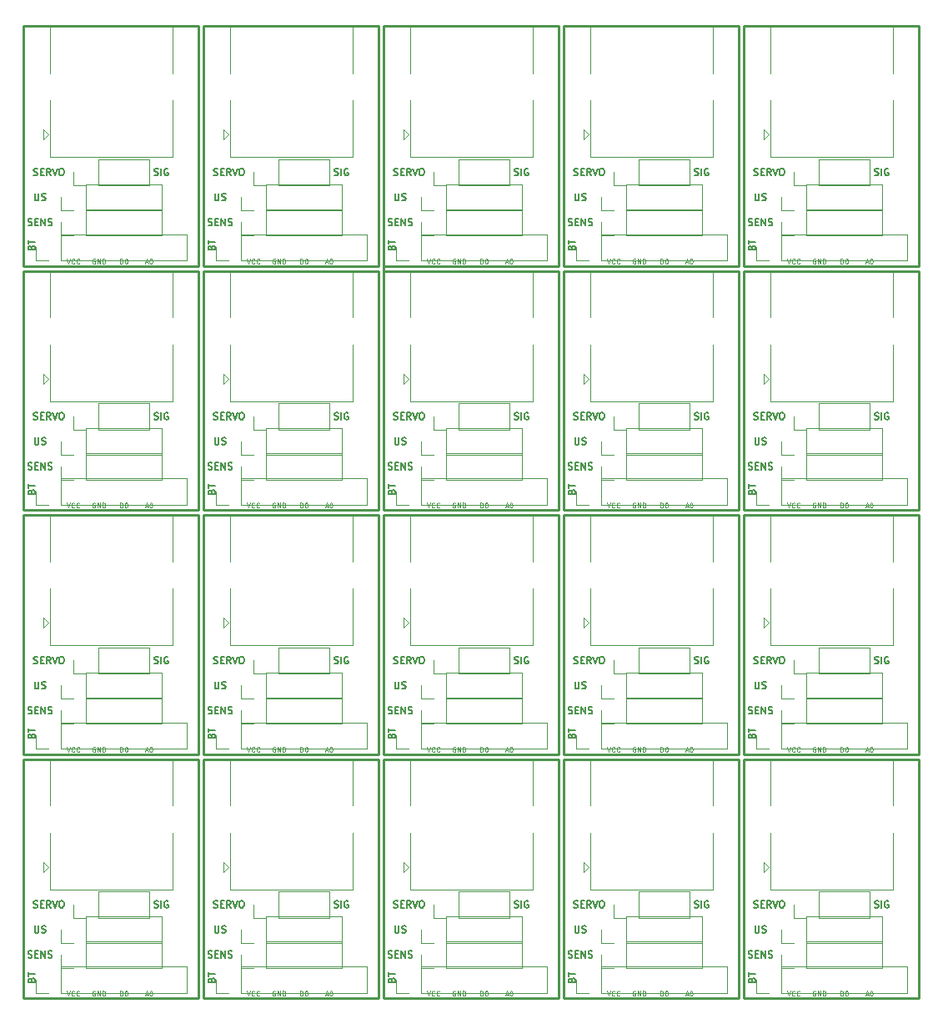
<source format=gto>
G04 #@! TF.GenerationSoftware,KiCad,Pcbnew,5.1.5+dfsg1-2build2*
G04 #@! TF.CreationDate,2020-09-11T16:25:33-03:00*
G04 #@! TF.ProjectId,panel1,70616e65-6c31-42e6-9b69-6361645f7063,rev?*
G04 #@! TF.SameCoordinates,Original*
G04 #@! TF.FileFunction,Legend,Top*
G04 #@! TF.FilePolarity,Positive*
%FSLAX46Y46*%
G04 Gerber Fmt 4.6, Leading zero omitted, Abs format (unit mm)*
G04 Created by KiCad (PCBNEW 5.1.5+dfsg1-2build2) date 2020-09-11 16:25:33*
%MOMM*%
%LPD*%
G04 APERTURE LIST*
%ADD10C,0.125000*%
%ADD11C,0.150000*%
%ADD12C,0.250000*%
%ADD13C,0.120000*%
G04 APERTURE END LIST*
D10*
X147077952Y-72139912D02*
X147077952Y-71639912D01*
X147197000Y-71639912D01*
X147268428Y-71663722D01*
X147316047Y-71711341D01*
X147339857Y-71758960D01*
X147363666Y-71854198D01*
X147363666Y-71925626D01*
X147339857Y-72020864D01*
X147316047Y-72068483D01*
X147268428Y-72116102D01*
X147197000Y-72139912D01*
X147077952Y-72139912D01*
X147673190Y-71639912D02*
X147720809Y-71639912D01*
X147768428Y-71663722D01*
X147792238Y-71687531D01*
X147816047Y-71735150D01*
X147839857Y-71830388D01*
X147839857Y-71949436D01*
X147816047Y-72044674D01*
X147792238Y-72092293D01*
X147768428Y-72116102D01*
X147720809Y-72139912D01*
X147673190Y-72139912D01*
X147625571Y-72116102D01*
X147601761Y-72092293D01*
X147577952Y-72044674D01*
X147554142Y-71949436D01*
X147554142Y-71830388D01*
X147577952Y-71735150D01*
X147601761Y-71687531D01*
X147625571Y-71663722D01*
X147673190Y-71639912D01*
D11*
X138065189Y-95280805D02*
X138098522Y-95180805D01*
X138131855Y-95147472D01*
X138198522Y-95114139D01*
X138298522Y-95114139D01*
X138365189Y-95147472D01*
X138398522Y-95180805D01*
X138431855Y-95247472D01*
X138431855Y-95514139D01*
X137731855Y-95514139D01*
X137731855Y-95280805D01*
X137765189Y-95214139D01*
X137798522Y-95180805D01*
X137865189Y-95147472D01*
X137931855Y-95147472D01*
X137998522Y-95180805D01*
X138031855Y-95214139D01*
X138065189Y-95280805D01*
X138065189Y-95514139D01*
X137731855Y-94914139D02*
X137731855Y-94514139D01*
X138431855Y-94714139D02*
X137731855Y-94714139D01*
X138409474Y-89786666D02*
X138409474Y-90353333D01*
X138442808Y-90420000D01*
X138476141Y-90453333D01*
X138542808Y-90486666D01*
X138676141Y-90486666D01*
X138742808Y-90453333D01*
X138776141Y-90420000D01*
X138809474Y-90353333D01*
X138809474Y-89786666D01*
X139109474Y-90453333D02*
X139209474Y-90486666D01*
X139376141Y-90486666D01*
X139442808Y-90453333D01*
X139476141Y-90420000D01*
X139509474Y-90353333D01*
X139509474Y-90286666D01*
X139476141Y-90220000D01*
X139442808Y-90186666D01*
X139376141Y-90153333D01*
X139242808Y-90120000D01*
X139176141Y-90086666D01*
X139142808Y-90053333D01*
X139109474Y-89986666D01*
X139109474Y-89920000D01*
X139142808Y-89853333D01*
X139176141Y-89820000D01*
X139242808Y-89786666D01*
X139409474Y-89786666D01*
X139509474Y-89820000D01*
D12*
X137287000Y-48006000D02*
X155067000Y-48006000D01*
X155067000Y-146685000D02*
X137287000Y-146685000D01*
D10*
X144526047Y-96428722D02*
X144478428Y-96404912D01*
X144407000Y-96404912D01*
X144335571Y-96428722D01*
X144287952Y-96476341D01*
X144264142Y-96523960D01*
X144240333Y-96619198D01*
X144240333Y-96690626D01*
X144264142Y-96785864D01*
X144287952Y-96833483D01*
X144335571Y-96881102D01*
X144407000Y-96904912D01*
X144454619Y-96904912D01*
X144526047Y-96881102D01*
X144549857Y-96857293D01*
X144549857Y-96690626D01*
X144454619Y-96690626D01*
X144764142Y-96904912D02*
X144764142Y-96404912D01*
X145049857Y-96904912D01*
X145049857Y-96404912D01*
X145287952Y-96904912D02*
X145287952Y-96404912D01*
X145407000Y-96404912D01*
X145478428Y-96428722D01*
X145526047Y-96476341D01*
X145549857Y-96523960D01*
X145573666Y-96619198D01*
X145573666Y-96690626D01*
X145549857Y-96785864D01*
X145526047Y-96833483D01*
X145478428Y-96881102D01*
X145407000Y-96904912D01*
X145287952Y-96904912D01*
X149629857Y-146292055D02*
X149867952Y-146292055D01*
X149582238Y-146434912D02*
X149748904Y-145934912D01*
X149915571Y-146434912D01*
X150177476Y-145934912D02*
X150225095Y-145934912D01*
X150272714Y-145958722D01*
X150296523Y-145982531D01*
X150320333Y-146030150D01*
X150344142Y-146125388D01*
X150344142Y-146244436D01*
X150320333Y-146339674D01*
X150296523Y-146387293D01*
X150272714Y-146411102D01*
X150225095Y-146434912D01*
X150177476Y-146434912D01*
X150129857Y-146411102D01*
X150106047Y-146387293D01*
X150082238Y-146339674D01*
X150058428Y-146244436D01*
X150058428Y-146125388D01*
X150082238Y-146030150D01*
X150106047Y-145982531D01*
X150129857Y-145958722D01*
X150177476Y-145934912D01*
D12*
X137287000Y-97663000D02*
X155067000Y-97663000D01*
X137287000Y-146685000D02*
X137287000Y-122428000D01*
D10*
X141673200Y-121169912D02*
X141839867Y-121669912D01*
X142006533Y-121169912D01*
X142458914Y-121622293D02*
X142435105Y-121646102D01*
X142363676Y-121669912D01*
X142316057Y-121669912D01*
X142244628Y-121646102D01*
X142197009Y-121598483D01*
X142173200Y-121550864D01*
X142149390Y-121455626D01*
X142149390Y-121384198D01*
X142173200Y-121288960D01*
X142197009Y-121241341D01*
X142244628Y-121193722D01*
X142316057Y-121169912D01*
X142363676Y-121169912D01*
X142435105Y-121193722D01*
X142458914Y-121217531D01*
X142958914Y-121622293D02*
X142935105Y-121646102D01*
X142863676Y-121669912D01*
X142816057Y-121669912D01*
X142744628Y-121646102D01*
X142697009Y-121598483D01*
X142673200Y-121550864D01*
X142649390Y-121455626D01*
X142649390Y-121384198D01*
X142673200Y-121288960D01*
X142697009Y-121241341D01*
X142744628Y-121193722D01*
X142816057Y-121169912D01*
X142863676Y-121169912D01*
X142935105Y-121193722D01*
X142958914Y-121217531D01*
D11*
X137726141Y-142529663D02*
X137826141Y-142562996D01*
X137992808Y-142562996D01*
X138059474Y-142529663D01*
X138092808Y-142496330D01*
X138126141Y-142429663D01*
X138126141Y-142362996D01*
X138092808Y-142296330D01*
X138059474Y-142262996D01*
X137992808Y-142229663D01*
X137859474Y-142196330D01*
X137792808Y-142162996D01*
X137759474Y-142129663D01*
X137726141Y-142062996D01*
X137726141Y-141996330D01*
X137759474Y-141929663D01*
X137792808Y-141896330D01*
X137859474Y-141862996D01*
X138026141Y-141862996D01*
X138126141Y-141896330D01*
X138426141Y-142196330D02*
X138659474Y-142196330D01*
X138759474Y-142562996D02*
X138426141Y-142562996D01*
X138426141Y-141862996D01*
X138759474Y-141862996D01*
X139059474Y-142562996D02*
X139059474Y-141862996D01*
X139459474Y-142562996D01*
X139459474Y-141862996D01*
X139759474Y-142529663D02*
X139859474Y-142562996D01*
X140026141Y-142562996D01*
X140092808Y-142529663D01*
X140126141Y-142496330D01*
X140159474Y-142429663D01*
X140159474Y-142362996D01*
X140126141Y-142296330D01*
X140092808Y-142262996D01*
X140026141Y-142229663D01*
X139892808Y-142196330D01*
X139826141Y-142162996D01*
X139792808Y-142129663D01*
X139759474Y-142062996D01*
X139759474Y-141996330D01*
X139792808Y-141929663D01*
X139826141Y-141896330D01*
X139892808Y-141862996D01*
X140059474Y-141862996D01*
X140159474Y-141896330D01*
X137726141Y-68234663D02*
X137826141Y-68267996D01*
X137992808Y-68267996D01*
X138059474Y-68234663D01*
X138092808Y-68201330D01*
X138126141Y-68134663D01*
X138126141Y-68067996D01*
X138092808Y-68001330D01*
X138059474Y-67967996D01*
X137992808Y-67934663D01*
X137859474Y-67901330D01*
X137792808Y-67867996D01*
X137759474Y-67834663D01*
X137726141Y-67767996D01*
X137726141Y-67701330D01*
X137759474Y-67634663D01*
X137792808Y-67601330D01*
X137859474Y-67567996D01*
X138026141Y-67567996D01*
X138126141Y-67601330D01*
X138426141Y-67901330D02*
X138659474Y-67901330D01*
X138759474Y-68267996D02*
X138426141Y-68267996D01*
X138426141Y-67567996D01*
X138759474Y-67567996D01*
X139059474Y-68267996D02*
X139059474Y-67567996D01*
X139459474Y-68267996D01*
X139459474Y-67567996D01*
X139759474Y-68234663D02*
X139859474Y-68267996D01*
X140026141Y-68267996D01*
X140092808Y-68234663D01*
X140126141Y-68201330D01*
X140159474Y-68134663D01*
X140159474Y-68067996D01*
X140126141Y-68001330D01*
X140092808Y-67967996D01*
X140026141Y-67934663D01*
X139892808Y-67901330D01*
X139826141Y-67867996D01*
X139792808Y-67834663D01*
X139759474Y-67767996D01*
X139759474Y-67701330D01*
X139792808Y-67634663D01*
X139826141Y-67601330D01*
X139892808Y-67567996D01*
X140059474Y-67567996D01*
X140159474Y-67601330D01*
X138293666Y-137443333D02*
X138393666Y-137476666D01*
X138560333Y-137476666D01*
X138627000Y-137443333D01*
X138660333Y-137410000D01*
X138693666Y-137343333D01*
X138693666Y-137276666D01*
X138660333Y-137210000D01*
X138627000Y-137176666D01*
X138560333Y-137143333D01*
X138427000Y-137110000D01*
X138360333Y-137076666D01*
X138327000Y-137043333D01*
X138293666Y-136976666D01*
X138293666Y-136910000D01*
X138327000Y-136843333D01*
X138360333Y-136810000D01*
X138427000Y-136776666D01*
X138593666Y-136776666D01*
X138693666Y-136810000D01*
X138993666Y-137110000D02*
X139227000Y-137110000D01*
X139327000Y-137476666D02*
X138993666Y-137476666D01*
X138993666Y-136776666D01*
X139327000Y-136776666D01*
X140027000Y-137476666D02*
X139793666Y-137143333D01*
X139627000Y-137476666D02*
X139627000Y-136776666D01*
X139893666Y-136776666D01*
X139960333Y-136810000D01*
X139993666Y-136843333D01*
X140027000Y-136910000D01*
X140027000Y-137010000D01*
X139993666Y-137076666D01*
X139960333Y-137110000D01*
X139893666Y-137143333D01*
X139627000Y-137143333D01*
X140227000Y-136776666D02*
X140460333Y-137476666D01*
X140693666Y-136776666D01*
X141060333Y-136776666D02*
X141193666Y-136776666D01*
X141260333Y-136810000D01*
X141327000Y-136876666D01*
X141360333Y-137010000D01*
X141360333Y-137243333D01*
X141327000Y-137376666D01*
X141260333Y-137443333D01*
X141193666Y-137476666D01*
X141060333Y-137476666D01*
X140993666Y-137443333D01*
X140927000Y-137376666D01*
X140893666Y-137243333D01*
X140893666Y-137010000D01*
X140927000Y-136876666D01*
X140993666Y-136810000D01*
X141060333Y-136776666D01*
X137726141Y-117764663D02*
X137826141Y-117797996D01*
X137992808Y-117797996D01*
X138059474Y-117764663D01*
X138092808Y-117731330D01*
X138126141Y-117664663D01*
X138126141Y-117597996D01*
X138092808Y-117531330D01*
X138059474Y-117497996D01*
X137992808Y-117464663D01*
X137859474Y-117431330D01*
X137792808Y-117397996D01*
X137759474Y-117364663D01*
X137726141Y-117297996D01*
X137726141Y-117231330D01*
X137759474Y-117164663D01*
X137792808Y-117131330D01*
X137859474Y-117097996D01*
X138026141Y-117097996D01*
X138126141Y-117131330D01*
X138426141Y-117431330D02*
X138659474Y-117431330D01*
X138759474Y-117797996D02*
X138426141Y-117797996D01*
X138426141Y-117097996D01*
X138759474Y-117097996D01*
X139059474Y-117797996D02*
X139059474Y-117097996D01*
X139459474Y-117797996D01*
X139459474Y-117097996D01*
X139759474Y-117764663D02*
X139859474Y-117797996D01*
X140026141Y-117797996D01*
X140092808Y-117764663D01*
X140126141Y-117731330D01*
X140159474Y-117664663D01*
X140159474Y-117597996D01*
X140126141Y-117531330D01*
X140092808Y-117497996D01*
X140026141Y-117464663D01*
X139892808Y-117431330D01*
X139826141Y-117397996D01*
X139792808Y-117364663D01*
X139759474Y-117297996D01*
X139759474Y-117231330D01*
X139792808Y-117164663D01*
X139826141Y-117131330D01*
X139892808Y-117097996D01*
X140059474Y-117097996D01*
X140159474Y-117131330D01*
X138409474Y-65021666D02*
X138409474Y-65588333D01*
X138442808Y-65655000D01*
X138476141Y-65688333D01*
X138542808Y-65721666D01*
X138676141Y-65721666D01*
X138742808Y-65688333D01*
X138776141Y-65655000D01*
X138809474Y-65588333D01*
X138809474Y-65021666D01*
X139109474Y-65688333D02*
X139209474Y-65721666D01*
X139376141Y-65721666D01*
X139442808Y-65688333D01*
X139476141Y-65655000D01*
X139509474Y-65588333D01*
X139509474Y-65521666D01*
X139476141Y-65455000D01*
X139442808Y-65421666D01*
X139376141Y-65388333D01*
X139242808Y-65355000D01*
X139176141Y-65321666D01*
X139142808Y-65288333D01*
X139109474Y-65221666D01*
X139109474Y-65155000D01*
X139142808Y-65088333D01*
X139176141Y-65055000D01*
X139242808Y-65021666D01*
X139409474Y-65021666D01*
X139509474Y-65055000D01*
D12*
X155067000Y-97155000D02*
X137287000Y-97155000D01*
D10*
X141673200Y-145934912D02*
X141839867Y-146434912D01*
X142006533Y-145934912D01*
X142458914Y-146387293D02*
X142435105Y-146411102D01*
X142363676Y-146434912D01*
X142316057Y-146434912D01*
X142244628Y-146411102D01*
X142197009Y-146363483D01*
X142173200Y-146315864D01*
X142149390Y-146220626D01*
X142149390Y-146149198D01*
X142173200Y-146053960D01*
X142197009Y-146006341D01*
X142244628Y-145958722D01*
X142316057Y-145934912D01*
X142363676Y-145934912D01*
X142435105Y-145958722D01*
X142458914Y-145982531D01*
X142958914Y-146387293D02*
X142935105Y-146411102D01*
X142863676Y-146434912D01*
X142816057Y-146434912D01*
X142744628Y-146411102D01*
X142697009Y-146363483D01*
X142673200Y-146315864D01*
X142649390Y-146220626D01*
X142649390Y-146149198D01*
X142673200Y-146053960D01*
X142697009Y-146006341D01*
X142744628Y-145958722D01*
X142816057Y-145934912D01*
X142863676Y-145934912D01*
X142935105Y-145958722D01*
X142958914Y-145982531D01*
D12*
X137287000Y-122428000D02*
X155067000Y-122428000D01*
D11*
X138409474Y-114551666D02*
X138409474Y-115118333D01*
X138442808Y-115185000D01*
X138476141Y-115218333D01*
X138542808Y-115251666D01*
X138676141Y-115251666D01*
X138742808Y-115218333D01*
X138776141Y-115185000D01*
X138809474Y-115118333D01*
X138809474Y-114551666D01*
X139109474Y-115218333D02*
X139209474Y-115251666D01*
X139376141Y-115251666D01*
X139442808Y-115218333D01*
X139476141Y-115185000D01*
X139509474Y-115118333D01*
X139509474Y-115051666D01*
X139476141Y-114985000D01*
X139442808Y-114951666D01*
X139376141Y-114918333D01*
X139242808Y-114885000D01*
X139176141Y-114851666D01*
X139142808Y-114818333D01*
X139109474Y-114751666D01*
X139109474Y-114685000D01*
X139142808Y-114618333D01*
X139176141Y-114585000D01*
X139242808Y-114551666D01*
X139409474Y-114551666D01*
X139509474Y-114585000D01*
D10*
X147077952Y-96904912D02*
X147077952Y-96404912D01*
X147197000Y-96404912D01*
X147268428Y-96428722D01*
X147316047Y-96476341D01*
X147339857Y-96523960D01*
X147363666Y-96619198D01*
X147363666Y-96690626D01*
X147339857Y-96785864D01*
X147316047Y-96833483D01*
X147268428Y-96881102D01*
X147197000Y-96904912D01*
X147077952Y-96904912D01*
X147673190Y-96404912D02*
X147720809Y-96404912D01*
X147768428Y-96428722D01*
X147792238Y-96452531D01*
X147816047Y-96500150D01*
X147839857Y-96595388D01*
X147839857Y-96714436D01*
X147816047Y-96809674D01*
X147792238Y-96857293D01*
X147768428Y-96881102D01*
X147720809Y-96904912D01*
X147673190Y-96904912D01*
X147625571Y-96881102D01*
X147601761Y-96857293D01*
X147577952Y-96809674D01*
X147554142Y-96714436D01*
X147554142Y-96595388D01*
X147577952Y-96500150D01*
X147601761Y-96452531D01*
X147625571Y-96428722D01*
X147673190Y-96404912D01*
X144526047Y-145958722D02*
X144478428Y-145934912D01*
X144407000Y-145934912D01*
X144335571Y-145958722D01*
X144287952Y-146006341D01*
X144264142Y-146053960D01*
X144240333Y-146149198D01*
X144240333Y-146220626D01*
X144264142Y-146315864D01*
X144287952Y-146363483D01*
X144335571Y-146411102D01*
X144407000Y-146434912D01*
X144454619Y-146434912D01*
X144526047Y-146411102D01*
X144549857Y-146387293D01*
X144549857Y-146220626D01*
X144454619Y-146220626D01*
X144764142Y-146434912D02*
X144764142Y-145934912D01*
X145049857Y-146434912D01*
X145049857Y-145934912D01*
X145287952Y-146434912D02*
X145287952Y-145934912D01*
X145407000Y-145934912D01*
X145478428Y-145958722D01*
X145526047Y-146006341D01*
X145549857Y-146053960D01*
X145573666Y-146149198D01*
X145573666Y-146220626D01*
X145549857Y-146315864D01*
X145526047Y-146363483D01*
X145478428Y-146411102D01*
X145407000Y-146434912D01*
X145287952Y-146434912D01*
D11*
X138409474Y-139316666D02*
X138409474Y-139883333D01*
X138442808Y-139950000D01*
X138476141Y-139983333D01*
X138542808Y-140016666D01*
X138676141Y-140016666D01*
X138742808Y-139983333D01*
X138776141Y-139950000D01*
X138809474Y-139883333D01*
X138809474Y-139316666D01*
X139109474Y-139983333D02*
X139209474Y-140016666D01*
X139376141Y-140016666D01*
X139442808Y-139983333D01*
X139476141Y-139950000D01*
X139509474Y-139883333D01*
X139509474Y-139816666D01*
X139476141Y-139750000D01*
X139442808Y-139716666D01*
X139376141Y-139683333D01*
X139242808Y-139650000D01*
X139176141Y-139616666D01*
X139142808Y-139583333D01*
X139109474Y-139516666D01*
X139109474Y-139450000D01*
X139142808Y-139383333D01*
X139176141Y-139350000D01*
X139242808Y-139316666D01*
X139409474Y-139316666D01*
X139509474Y-139350000D01*
D12*
X155067000Y-97155000D02*
X155067000Y-72898000D01*
D11*
X150540333Y-137443333D02*
X150640333Y-137476666D01*
X150807000Y-137476666D01*
X150873666Y-137443333D01*
X150907000Y-137410000D01*
X150940333Y-137343333D01*
X150940333Y-137276666D01*
X150907000Y-137210000D01*
X150873666Y-137176666D01*
X150807000Y-137143333D01*
X150673666Y-137110000D01*
X150607000Y-137076666D01*
X150573666Y-137043333D01*
X150540333Y-136976666D01*
X150540333Y-136910000D01*
X150573666Y-136843333D01*
X150607000Y-136810000D01*
X150673666Y-136776666D01*
X150840333Y-136776666D01*
X150940333Y-136810000D01*
X151240333Y-137476666D02*
X151240333Y-136776666D01*
X151940333Y-136810000D02*
X151873666Y-136776666D01*
X151773666Y-136776666D01*
X151673666Y-136810000D01*
X151607000Y-136876666D01*
X151573666Y-136943333D01*
X151540333Y-137076666D01*
X151540333Y-137176666D01*
X151573666Y-137310000D01*
X151607000Y-137376666D01*
X151673666Y-137443333D01*
X151773666Y-137476666D01*
X151840333Y-137476666D01*
X151940333Y-137443333D01*
X151973666Y-137410000D01*
X151973666Y-137176666D01*
X151840333Y-137176666D01*
D12*
X137287000Y-121920000D02*
X137287000Y-97663000D01*
X155067000Y-48006000D02*
X155067000Y-72390000D01*
X137287000Y-72898000D02*
X155067000Y-72898000D01*
D11*
X150540333Y-63148333D02*
X150640333Y-63181666D01*
X150807000Y-63181666D01*
X150873666Y-63148333D01*
X150907000Y-63115000D01*
X150940333Y-63048333D01*
X150940333Y-62981666D01*
X150907000Y-62915000D01*
X150873666Y-62881666D01*
X150807000Y-62848333D01*
X150673666Y-62815000D01*
X150607000Y-62781666D01*
X150573666Y-62748333D01*
X150540333Y-62681666D01*
X150540333Y-62615000D01*
X150573666Y-62548333D01*
X150607000Y-62515000D01*
X150673666Y-62481666D01*
X150840333Y-62481666D01*
X150940333Y-62515000D01*
X151240333Y-63181666D02*
X151240333Y-62481666D01*
X151940333Y-62515000D02*
X151873666Y-62481666D01*
X151773666Y-62481666D01*
X151673666Y-62515000D01*
X151607000Y-62581666D01*
X151573666Y-62648333D01*
X151540333Y-62781666D01*
X151540333Y-62881666D01*
X151573666Y-63015000D01*
X151607000Y-63081666D01*
X151673666Y-63148333D01*
X151773666Y-63181666D01*
X151840333Y-63181666D01*
X151940333Y-63148333D01*
X151973666Y-63115000D01*
X151973666Y-62881666D01*
X151840333Y-62881666D01*
D10*
X144526047Y-121193722D02*
X144478428Y-121169912D01*
X144407000Y-121169912D01*
X144335571Y-121193722D01*
X144287952Y-121241341D01*
X144264142Y-121288960D01*
X144240333Y-121384198D01*
X144240333Y-121455626D01*
X144264142Y-121550864D01*
X144287952Y-121598483D01*
X144335571Y-121646102D01*
X144407000Y-121669912D01*
X144454619Y-121669912D01*
X144526047Y-121646102D01*
X144549857Y-121622293D01*
X144549857Y-121455626D01*
X144454619Y-121455626D01*
X144764142Y-121669912D02*
X144764142Y-121169912D01*
X145049857Y-121669912D01*
X145049857Y-121169912D01*
X145287952Y-121669912D02*
X145287952Y-121169912D01*
X145407000Y-121169912D01*
X145478428Y-121193722D01*
X145526047Y-121241341D01*
X145549857Y-121288960D01*
X145573666Y-121384198D01*
X145573666Y-121455626D01*
X145549857Y-121550864D01*
X145526047Y-121598483D01*
X145478428Y-121646102D01*
X145407000Y-121669912D01*
X145287952Y-121669912D01*
D12*
X155067000Y-121920000D02*
X137287000Y-121920000D01*
D11*
X150540333Y-87913333D02*
X150640333Y-87946666D01*
X150807000Y-87946666D01*
X150873666Y-87913333D01*
X150907000Y-87880000D01*
X150940333Y-87813333D01*
X150940333Y-87746666D01*
X150907000Y-87680000D01*
X150873666Y-87646666D01*
X150807000Y-87613333D01*
X150673666Y-87580000D01*
X150607000Y-87546666D01*
X150573666Y-87513333D01*
X150540333Y-87446666D01*
X150540333Y-87380000D01*
X150573666Y-87313333D01*
X150607000Y-87280000D01*
X150673666Y-87246666D01*
X150840333Y-87246666D01*
X150940333Y-87280000D01*
X151240333Y-87946666D02*
X151240333Y-87246666D01*
X151940333Y-87280000D02*
X151873666Y-87246666D01*
X151773666Y-87246666D01*
X151673666Y-87280000D01*
X151607000Y-87346666D01*
X151573666Y-87413333D01*
X151540333Y-87546666D01*
X151540333Y-87646666D01*
X151573666Y-87780000D01*
X151607000Y-87846666D01*
X151673666Y-87913333D01*
X151773666Y-87946666D01*
X151840333Y-87946666D01*
X151940333Y-87913333D01*
X151973666Y-87880000D01*
X151973666Y-87646666D01*
X151840333Y-87646666D01*
D12*
X137287000Y-97155000D02*
X137287000Y-72898000D01*
D10*
X147077952Y-121669912D02*
X147077952Y-121169912D01*
X147197000Y-121169912D01*
X147268428Y-121193722D01*
X147316047Y-121241341D01*
X147339857Y-121288960D01*
X147363666Y-121384198D01*
X147363666Y-121455626D01*
X147339857Y-121550864D01*
X147316047Y-121598483D01*
X147268428Y-121646102D01*
X147197000Y-121669912D01*
X147077952Y-121669912D01*
X147673190Y-121169912D02*
X147720809Y-121169912D01*
X147768428Y-121193722D01*
X147792238Y-121217531D01*
X147816047Y-121265150D01*
X147839857Y-121360388D01*
X147839857Y-121479436D01*
X147816047Y-121574674D01*
X147792238Y-121622293D01*
X147768428Y-121646102D01*
X147720809Y-121669912D01*
X147673190Y-121669912D01*
X147625571Y-121646102D01*
X147601761Y-121622293D01*
X147577952Y-121574674D01*
X147554142Y-121479436D01*
X147554142Y-121360388D01*
X147577952Y-121265150D01*
X147601761Y-121217531D01*
X147625571Y-121193722D01*
X147673190Y-121169912D01*
D12*
X137287000Y-72390000D02*
X137287000Y-48006000D01*
D11*
X138065189Y-120045805D02*
X138098522Y-119945805D01*
X138131855Y-119912472D01*
X138198522Y-119879139D01*
X138298522Y-119879139D01*
X138365189Y-119912472D01*
X138398522Y-119945805D01*
X138431855Y-120012472D01*
X138431855Y-120279139D01*
X137731855Y-120279139D01*
X137731855Y-120045805D01*
X137765189Y-119979139D01*
X137798522Y-119945805D01*
X137865189Y-119912472D01*
X137931855Y-119912472D01*
X137998522Y-119945805D01*
X138031855Y-119979139D01*
X138065189Y-120045805D01*
X138065189Y-120279139D01*
X137731855Y-119679139D02*
X137731855Y-119279139D01*
X138431855Y-119479139D02*
X137731855Y-119479139D01*
X138293666Y-87913333D02*
X138393666Y-87946666D01*
X138560333Y-87946666D01*
X138627000Y-87913333D01*
X138660333Y-87880000D01*
X138693666Y-87813333D01*
X138693666Y-87746666D01*
X138660333Y-87680000D01*
X138627000Y-87646666D01*
X138560333Y-87613333D01*
X138427000Y-87580000D01*
X138360333Y-87546666D01*
X138327000Y-87513333D01*
X138293666Y-87446666D01*
X138293666Y-87380000D01*
X138327000Y-87313333D01*
X138360333Y-87280000D01*
X138427000Y-87246666D01*
X138593666Y-87246666D01*
X138693666Y-87280000D01*
X138993666Y-87580000D02*
X139227000Y-87580000D01*
X139327000Y-87946666D02*
X138993666Y-87946666D01*
X138993666Y-87246666D01*
X139327000Y-87246666D01*
X140027000Y-87946666D02*
X139793666Y-87613333D01*
X139627000Y-87946666D02*
X139627000Y-87246666D01*
X139893666Y-87246666D01*
X139960333Y-87280000D01*
X139993666Y-87313333D01*
X140027000Y-87380000D01*
X140027000Y-87480000D01*
X139993666Y-87546666D01*
X139960333Y-87580000D01*
X139893666Y-87613333D01*
X139627000Y-87613333D01*
X140227000Y-87246666D02*
X140460333Y-87946666D01*
X140693666Y-87246666D01*
X141060333Y-87246666D02*
X141193666Y-87246666D01*
X141260333Y-87280000D01*
X141327000Y-87346666D01*
X141360333Y-87480000D01*
X141360333Y-87713333D01*
X141327000Y-87846666D01*
X141260333Y-87913333D01*
X141193666Y-87946666D01*
X141060333Y-87946666D01*
X140993666Y-87913333D01*
X140927000Y-87846666D01*
X140893666Y-87713333D01*
X140893666Y-87480000D01*
X140927000Y-87346666D01*
X140993666Y-87280000D01*
X141060333Y-87246666D01*
X138065189Y-144810805D02*
X138098522Y-144710805D01*
X138131855Y-144677472D01*
X138198522Y-144644139D01*
X138298522Y-144644139D01*
X138365189Y-144677472D01*
X138398522Y-144710805D01*
X138431855Y-144777472D01*
X138431855Y-145044139D01*
X137731855Y-145044139D01*
X137731855Y-144810805D01*
X137765189Y-144744139D01*
X137798522Y-144710805D01*
X137865189Y-144677472D01*
X137931855Y-144677472D01*
X137998522Y-144710805D01*
X138031855Y-144744139D01*
X138065189Y-144810805D01*
X138065189Y-145044139D01*
X137731855Y-144444139D02*
X137731855Y-144044139D01*
X138431855Y-144244139D02*
X137731855Y-144244139D01*
D12*
X155067000Y-72390000D02*
X137287000Y-72390000D01*
D11*
X150540333Y-112678333D02*
X150640333Y-112711666D01*
X150807000Y-112711666D01*
X150873666Y-112678333D01*
X150907000Y-112645000D01*
X150940333Y-112578333D01*
X150940333Y-112511666D01*
X150907000Y-112445000D01*
X150873666Y-112411666D01*
X150807000Y-112378333D01*
X150673666Y-112345000D01*
X150607000Y-112311666D01*
X150573666Y-112278333D01*
X150540333Y-112211666D01*
X150540333Y-112145000D01*
X150573666Y-112078333D01*
X150607000Y-112045000D01*
X150673666Y-112011666D01*
X150840333Y-112011666D01*
X150940333Y-112045000D01*
X151240333Y-112711666D02*
X151240333Y-112011666D01*
X151940333Y-112045000D02*
X151873666Y-112011666D01*
X151773666Y-112011666D01*
X151673666Y-112045000D01*
X151607000Y-112111666D01*
X151573666Y-112178333D01*
X151540333Y-112311666D01*
X151540333Y-112411666D01*
X151573666Y-112545000D01*
X151607000Y-112611666D01*
X151673666Y-112678333D01*
X151773666Y-112711666D01*
X151840333Y-112711666D01*
X151940333Y-112678333D01*
X151973666Y-112645000D01*
X151973666Y-112411666D01*
X151840333Y-112411666D01*
D10*
X144526047Y-71663722D02*
X144478428Y-71639912D01*
X144407000Y-71639912D01*
X144335571Y-71663722D01*
X144287952Y-71711341D01*
X144264142Y-71758960D01*
X144240333Y-71854198D01*
X144240333Y-71925626D01*
X144264142Y-72020864D01*
X144287952Y-72068483D01*
X144335571Y-72116102D01*
X144407000Y-72139912D01*
X144454619Y-72139912D01*
X144526047Y-72116102D01*
X144549857Y-72092293D01*
X144549857Y-71925626D01*
X144454619Y-71925626D01*
X144764142Y-72139912D02*
X144764142Y-71639912D01*
X145049857Y-72139912D01*
X145049857Y-71639912D01*
X145287952Y-72139912D02*
X145287952Y-71639912D01*
X145407000Y-71639912D01*
X145478428Y-71663722D01*
X145526047Y-71711341D01*
X145549857Y-71758960D01*
X145573666Y-71854198D01*
X145573666Y-71925626D01*
X145549857Y-72020864D01*
X145526047Y-72068483D01*
X145478428Y-72116102D01*
X145407000Y-72139912D01*
X145287952Y-72139912D01*
D11*
X138293666Y-63148333D02*
X138393666Y-63181666D01*
X138560333Y-63181666D01*
X138627000Y-63148333D01*
X138660333Y-63115000D01*
X138693666Y-63048333D01*
X138693666Y-62981666D01*
X138660333Y-62915000D01*
X138627000Y-62881666D01*
X138560333Y-62848333D01*
X138427000Y-62815000D01*
X138360333Y-62781666D01*
X138327000Y-62748333D01*
X138293666Y-62681666D01*
X138293666Y-62615000D01*
X138327000Y-62548333D01*
X138360333Y-62515000D01*
X138427000Y-62481666D01*
X138593666Y-62481666D01*
X138693666Y-62515000D01*
X138993666Y-62815000D02*
X139227000Y-62815000D01*
X139327000Y-63181666D02*
X138993666Y-63181666D01*
X138993666Y-62481666D01*
X139327000Y-62481666D01*
X140027000Y-63181666D02*
X139793666Y-62848333D01*
X139627000Y-63181666D02*
X139627000Y-62481666D01*
X139893666Y-62481666D01*
X139960333Y-62515000D01*
X139993666Y-62548333D01*
X140027000Y-62615000D01*
X140027000Y-62715000D01*
X139993666Y-62781666D01*
X139960333Y-62815000D01*
X139893666Y-62848333D01*
X139627000Y-62848333D01*
X140227000Y-62481666D02*
X140460333Y-63181666D01*
X140693666Y-62481666D01*
X141060333Y-62481666D02*
X141193666Y-62481666D01*
X141260333Y-62515000D01*
X141327000Y-62581666D01*
X141360333Y-62715000D01*
X141360333Y-62948333D01*
X141327000Y-63081666D01*
X141260333Y-63148333D01*
X141193666Y-63181666D01*
X141060333Y-63181666D01*
X140993666Y-63148333D01*
X140927000Y-63081666D01*
X140893666Y-62948333D01*
X140893666Y-62715000D01*
X140927000Y-62581666D01*
X140993666Y-62515000D01*
X141060333Y-62481666D01*
X138293666Y-112678333D02*
X138393666Y-112711666D01*
X138560333Y-112711666D01*
X138627000Y-112678333D01*
X138660333Y-112645000D01*
X138693666Y-112578333D01*
X138693666Y-112511666D01*
X138660333Y-112445000D01*
X138627000Y-112411666D01*
X138560333Y-112378333D01*
X138427000Y-112345000D01*
X138360333Y-112311666D01*
X138327000Y-112278333D01*
X138293666Y-112211666D01*
X138293666Y-112145000D01*
X138327000Y-112078333D01*
X138360333Y-112045000D01*
X138427000Y-112011666D01*
X138593666Y-112011666D01*
X138693666Y-112045000D01*
X138993666Y-112345000D02*
X139227000Y-112345000D01*
X139327000Y-112711666D02*
X138993666Y-112711666D01*
X138993666Y-112011666D01*
X139327000Y-112011666D01*
X140027000Y-112711666D02*
X139793666Y-112378333D01*
X139627000Y-112711666D02*
X139627000Y-112011666D01*
X139893666Y-112011666D01*
X139960333Y-112045000D01*
X139993666Y-112078333D01*
X140027000Y-112145000D01*
X140027000Y-112245000D01*
X139993666Y-112311666D01*
X139960333Y-112345000D01*
X139893666Y-112378333D01*
X139627000Y-112378333D01*
X140227000Y-112011666D02*
X140460333Y-112711666D01*
X140693666Y-112011666D01*
X141060333Y-112011666D02*
X141193666Y-112011666D01*
X141260333Y-112045000D01*
X141327000Y-112111666D01*
X141360333Y-112245000D01*
X141360333Y-112478333D01*
X141327000Y-112611666D01*
X141260333Y-112678333D01*
X141193666Y-112711666D01*
X141060333Y-112711666D01*
X140993666Y-112678333D01*
X140927000Y-112611666D01*
X140893666Y-112478333D01*
X140893666Y-112245000D01*
X140927000Y-112111666D01*
X140993666Y-112045000D01*
X141060333Y-112011666D01*
D10*
X149629857Y-71997055D02*
X149867952Y-71997055D01*
X149582238Y-72139912D02*
X149748904Y-71639912D01*
X149915571Y-72139912D01*
X150177476Y-71639912D02*
X150225095Y-71639912D01*
X150272714Y-71663722D01*
X150296523Y-71687531D01*
X150320333Y-71735150D01*
X150344142Y-71830388D01*
X150344142Y-71949436D01*
X150320333Y-72044674D01*
X150296523Y-72092293D01*
X150272714Y-72116102D01*
X150225095Y-72139912D01*
X150177476Y-72139912D01*
X150129857Y-72116102D01*
X150106047Y-72092293D01*
X150082238Y-72044674D01*
X150058428Y-71949436D01*
X150058428Y-71830388D01*
X150082238Y-71735150D01*
X150106047Y-71687531D01*
X150129857Y-71663722D01*
X150177476Y-71639912D01*
D12*
X155067000Y-122428000D02*
X155067000Y-146685000D01*
D11*
X137726141Y-92999663D02*
X137826141Y-93032996D01*
X137992808Y-93032996D01*
X138059474Y-92999663D01*
X138092808Y-92966330D01*
X138126141Y-92899663D01*
X138126141Y-92832996D01*
X138092808Y-92766330D01*
X138059474Y-92732996D01*
X137992808Y-92699663D01*
X137859474Y-92666330D01*
X137792808Y-92632996D01*
X137759474Y-92599663D01*
X137726141Y-92532996D01*
X137726141Y-92466330D01*
X137759474Y-92399663D01*
X137792808Y-92366330D01*
X137859474Y-92332996D01*
X138026141Y-92332996D01*
X138126141Y-92366330D01*
X138426141Y-92666330D02*
X138659474Y-92666330D01*
X138759474Y-93032996D02*
X138426141Y-93032996D01*
X138426141Y-92332996D01*
X138759474Y-92332996D01*
X139059474Y-93032996D02*
X139059474Y-92332996D01*
X139459474Y-93032996D01*
X139459474Y-92332996D01*
X139759474Y-92999663D02*
X139859474Y-93032996D01*
X140026141Y-93032996D01*
X140092808Y-92999663D01*
X140126141Y-92966330D01*
X140159474Y-92899663D01*
X140159474Y-92832996D01*
X140126141Y-92766330D01*
X140092808Y-92732996D01*
X140026141Y-92699663D01*
X139892808Y-92666330D01*
X139826141Y-92632996D01*
X139792808Y-92599663D01*
X139759474Y-92532996D01*
X139759474Y-92466330D01*
X139792808Y-92399663D01*
X139826141Y-92366330D01*
X139892808Y-92332996D01*
X140059474Y-92332996D01*
X140159474Y-92366330D01*
D10*
X149629857Y-121527055D02*
X149867952Y-121527055D01*
X149582238Y-121669912D02*
X149748904Y-121169912D01*
X149915571Y-121669912D01*
X150177476Y-121169912D02*
X150225095Y-121169912D01*
X150272714Y-121193722D01*
X150296523Y-121217531D01*
X150320333Y-121265150D01*
X150344142Y-121360388D01*
X150344142Y-121479436D01*
X150320333Y-121574674D01*
X150296523Y-121622293D01*
X150272714Y-121646102D01*
X150225095Y-121669912D01*
X150177476Y-121669912D01*
X150129857Y-121646102D01*
X150106047Y-121622293D01*
X150082238Y-121574674D01*
X150058428Y-121479436D01*
X150058428Y-121360388D01*
X150082238Y-121265150D01*
X150106047Y-121217531D01*
X150129857Y-121193722D01*
X150177476Y-121169912D01*
X141673200Y-96404912D02*
X141839867Y-96904912D01*
X142006533Y-96404912D01*
X142458914Y-96857293D02*
X142435105Y-96881102D01*
X142363676Y-96904912D01*
X142316057Y-96904912D01*
X142244628Y-96881102D01*
X142197009Y-96833483D01*
X142173200Y-96785864D01*
X142149390Y-96690626D01*
X142149390Y-96619198D01*
X142173200Y-96523960D01*
X142197009Y-96476341D01*
X142244628Y-96428722D01*
X142316057Y-96404912D01*
X142363676Y-96404912D01*
X142435105Y-96428722D01*
X142458914Y-96452531D01*
X142958914Y-96857293D02*
X142935105Y-96881102D01*
X142863676Y-96904912D01*
X142816057Y-96904912D01*
X142744628Y-96881102D01*
X142697009Y-96833483D01*
X142673200Y-96785864D01*
X142649390Y-96690626D01*
X142649390Y-96619198D01*
X142673200Y-96523960D01*
X142697009Y-96476341D01*
X142744628Y-96428722D01*
X142816057Y-96404912D01*
X142863676Y-96404912D01*
X142935105Y-96428722D01*
X142958914Y-96452531D01*
X141673200Y-71639912D02*
X141839867Y-72139912D01*
X142006533Y-71639912D01*
X142458914Y-72092293D02*
X142435105Y-72116102D01*
X142363676Y-72139912D01*
X142316057Y-72139912D01*
X142244628Y-72116102D01*
X142197009Y-72068483D01*
X142173200Y-72020864D01*
X142149390Y-71925626D01*
X142149390Y-71854198D01*
X142173200Y-71758960D01*
X142197009Y-71711341D01*
X142244628Y-71663722D01*
X142316057Y-71639912D01*
X142363676Y-71639912D01*
X142435105Y-71663722D01*
X142458914Y-71687531D01*
X142958914Y-72092293D02*
X142935105Y-72116102D01*
X142863676Y-72139912D01*
X142816057Y-72139912D01*
X142744628Y-72116102D01*
X142697009Y-72068483D01*
X142673200Y-72020864D01*
X142649390Y-71925626D01*
X142649390Y-71854198D01*
X142673200Y-71758960D01*
X142697009Y-71711341D01*
X142744628Y-71663722D01*
X142816057Y-71639912D01*
X142863676Y-71639912D01*
X142935105Y-71663722D01*
X142958914Y-71687531D01*
D11*
X138065189Y-70515805D02*
X138098522Y-70415805D01*
X138131855Y-70382472D01*
X138198522Y-70349139D01*
X138298522Y-70349139D01*
X138365189Y-70382472D01*
X138398522Y-70415805D01*
X138431855Y-70482472D01*
X138431855Y-70749139D01*
X137731855Y-70749139D01*
X137731855Y-70515805D01*
X137765189Y-70449139D01*
X137798522Y-70415805D01*
X137865189Y-70382472D01*
X137931855Y-70382472D01*
X137998522Y-70415805D01*
X138031855Y-70449139D01*
X138065189Y-70515805D01*
X138065189Y-70749139D01*
X137731855Y-70149139D02*
X137731855Y-69749139D01*
X138431855Y-69949139D02*
X137731855Y-69949139D01*
D12*
X155067000Y-121920000D02*
X155067000Y-97663000D01*
D10*
X147077952Y-146434912D02*
X147077952Y-145934912D01*
X147197000Y-145934912D01*
X147268428Y-145958722D01*
X147316047Y-146006341D01*
X147339857Y-146053960D01*
X147363666Y-146149198D01*
X147363666Y-146220626D01*
X147339857Y-146315864D01*
X147316047Y-146363483D01*
X147268428Y-146411102D01*
X147197000Y-146434912D01*
X147077952Y-146434912D01*
X147673190Y-145934912D02*
X147720809Y-145934912D01*
X147768428Y-145958722D01*
X147792238Y-145982531D01*
X147816047Y-146030150D01*
X147839857Y-146125388D01*
X147839857Y-146244436D01*
X147816047Y-146339674D01*
X147792238Y-146387293D01*
X147768428Y-146411102D01*
X147720809Y-146434912D01*
X147673190Y-146434912D01*
X147625571Y-146411102D01*
X147601761Y-146387293D01*
X147577952Y-146339674D01*
X147554142Y-146244436D01*
X147554142Y-146125388D01*
X147577952Y-146030150D01*
X147601761Y-145982531D01*
X147625571Y-145958722D01*
X147673190Y-145934912D01*
X149629857Y-96762055D02*
X149867952Y-96762055D01*
X149582238Y-96904912D02*
X149748904Y-96404912D01*
X149915571Y-96904912D01*
X150177476Y-96404912D02*
X150225095Y-96404912D01*
X150272714Y-96428722D01*
X150296523Y-96452531D01*
X150320333Y-96500150D01*
X150344142Y-96595388D01*
X150344142Y-96714436D01*
X150320333Y-96809674D01*
X150296523Y-96857293D01*
X150272714Y-96881102D01*
X150225095Y-96904912D01*
X150177476Y-96904912D01*
X150129857Y-96881102D01*
X150106047Y-96857293D01*
X150082238Y-96809674D01*
X150058428Y-96714436D01*
X150058428Y-96595388D01*
X150082238Y-96500150D01*
X150106047Y-96452531D01*
X150129857Y-96428722D01*
X150177476Y-96404912D01*
D11*
X119777189Y-144810805D02*
X119810522Y-144710805D01*
X119843855Y-144677472D01*
X119910522Y-144644139D01*
X120010522Y-144644139D01*
X120077189Y-144677472D01*
X120110522Y-144710805D01*
X120143855Y-144777472D01*
X120143855Y-145044139D01*
X119443855Y-145044139D01*
X119443855Y-144810805D01*
X119477189Y-144744139D01*
X119510522Y-144710805D01*
X119577189Y-144677472D01*
X119643855Y-144677472D01*
X119710522Y-144710805D01*
X119743855Y-144744139D01*
X119777189Y-144810805D01*
X119777189Y-145044139D01*
X119443855Y-144444139D02*
X119443855Y-144044139D01*
X120143855Y-144244139D02*
X119443855Y-144244139D01*
D10*
X128789952Y-146434912D02*
X128789952Y-145934912D01*
X128909000Y-145934912D01*
X128980428Y-145958722D01*
X129028047Y-146006341D01*
X129051857Y-146053960D01*
X129075666Y-146149198D01*
X129075666Y-146220626D01*
X129051857Y-146315864D01*
X129028047Y-146363483D01*
X128980428Y-146411102D01*
X128909000Y-146434912D01*
X128789952Y-146434912D01*
X129385190Y-145934912D02*
X129432809Y-145934912D01*
X129480428Y-145958722D01*
X129504238Y-145982531D01*
X129528047Y-146030150D01*
X129551857Y-146125388D01*
X129551857Y-146244436D01*
X129528047Y-146339674D01*
X129504238Y-146387293D01*
X129480428Y-146411102D01*
X129432809Y-146434912D01*
X129385190Y-146434912D01*
X129337571Y-146411102D01*
X129313761Y-146387293D01*
X129289952Y-146339674D01*
X129266142Y-146244436D01*
X129266142Y-146125388D01*
X129289952Y-146030150D01*
X129313761Y-145982531D01*
X129337571Y-145958722D01*
X129385190Y-145934912D01*
D12*
X136779000Y-122428000D02*
X136779000Y-146685000D01*
D10*
X131341857Y-96762055D02*
X131579952Y-96762055D01*
X131294238Y-96904912D02*
X131460904Y-96404912D01*
X131627571Y-96904912D01*
X131889476Y-96404912D02*
X131937095Y-96404912D01*
X131984714Y-96428722D01*
X132008523Y-96452531D01*
X132032333Y-96500150D01*
X132056142Y-96595388D01*
X132056142Y-96714436D01*
X132032333Y-96809674D01*
X132008523Y-96857293D01*
X131984714Y-96881102D01*
X131937095Y-96904912D01*
X131889476Y-96904912D01*
X131841857Y-96881102D01*
X131818047Y-96857293D01*
X131794238Y-96809674D01*
X131770428Y-96714436D01*
X131770428Y-96595388D01*
X131794238Y-96500150D01*
X131818047Y-96452531D01*
X131841857Y-96428722D01*
X131889476Y-96404912D01*
X128789952Y-121669912D02*
X128789952Y-121169912D01*
X128909000Y-121169912D01*
X128980428Y-121193722D01*
X129028047Y-121241341D01*
X129051857Y-121288960D01*
X129075666Y-121384198D01*
X129075666Y-121455626D01*
X129051857Y-121550864D01*
X129028047Y-121598483D01*
X128980428Y-121646102D01*
X128909000Y-121669912D01*
X128789952Y-121669912D01*
X129385190Y-121169912D02*
X129432809Y-121169912D01*
X129480428Y-121193722D01*
X129504238Y-121217531D01*
X129528047Y-121265150D01*
X129551857Y-121360388D01*
X129551857Y-121479436D01*
X129528047Y-121574674D01*
X129504238Y-121622293D01*
X129480428Y-121646102D01*
X129432809Y-121669912D01*
X129385190Y-121669912D01*
X129337571Y-121646102D01*
X129313761Y-121622293D01*
X129289952Y-121574674D01*
X129266142Y-121479436D01*
X129266142Y-121360388D01*
X129289952Y-121265150D01*
X129313761Y-121217531D01*
X129337571Y-121193722D01*
X129385190Y-121169912D01*
D12*
X118999000Y-97663000D02*
X136779000Y-97663000D01*
X118999000Y-146685000D02*
X118999000Y-122428000D01*
D11*
X120121474Y-139316666D02*
X120121474Y-139883333D01*
X120154808Y-139950000D01*
X120188141Y-139983333D01*
X120254808Y-140016666D01*
X120388141Y-140016666D01*
X120454808Y-139983333D01*
X120488141Y-139950000D01*
X120521474Y-139883333D01*
X120521474Y-139316666D01*
X120821474Y-139983333D02*
X120921474Y-140016666D01*
X121088141Y-140016666D01*
X121154808Y-139983333D01*
X121188141Y-139950000D01*
X121221474Y-139883333D01*
X121221474Y-139816666D01*
X121188141Y-139750000D01*
X121154808Y-139716666D01*
X121088141Y-139683333D01*
X120954808Y-139650000D01*
X120888141Y-139616666D01*
X120854808Y-139583333D01*
X120821474Y-139516666D01*
X120821474Y-139450000D01*
X120854808Y-139383333D01*
X120888141Y-139350000D01*
X120954808Y-139316666D01*
X121121474Y-139316666D01*
X121221474Y-139350000D01*
D12*
X136779000Y-122428000D02*
X118999000Y-122428000D01*
X136779000Y-72898000D02*
X118999000Y-72898000D01*
X118999000Y-121920000D02*
X118999000Y-97663000D01*
X118999000Y-48006000D02*
X136779000Y-48006000D01*
D11*
X132252333Y-87913333D02*
X132352333Y-87946666D01*
X132519000Y-87946666D01*
X132585666Y-87913333D01*
X132619000Y-87880000D01*
X132652333Y-87813333D01*
X132652333Y-87746666D01*
X132619000Y-87680000D01*
X132585666Y-87646666D01*
X132519000Y-87613333D01*
X132385666Y-87580000D01*
X132319000Y-87546666D01*
X132285666Y-87513333D01*
X132252333Y-87446666D01*
X132252333Y-87380000D01*
X132285666Y-87313333D01*
X132319000Y-87280000D01*
X132385666Y-87246666D01*
X132552333Y-87246666D01*
X132652333Y-87280000D01*
X132952333Y-87946666D02*
X132952333Y-87246666D01*
X133652333Y-87280000D02*
X133585666Y-87246666D01*
X133485666Y-87246666D01*
X133385666Y-87280000D01*
X133319000Y-87346666D01*
X133285666Y-87413333D01*
X133252333Y-87546666D01*
X133252333Y-87646666D01*
X133285666Y-87780000D01*
X133319000Y-87846666D01*
X133385666Y-87913333D01*
X133485666Y-87946666D01*
X133552333Y-87946666D01*
X133652333Y-87913333D01*
X133685666Y-87880000D01*
X133685666Y-87646666D01*
X133552333Y-87646666D01*
D10*
X128789952Y-96904912D02*
X128789952Y-96404912D01*
X128909000Y-96404912D01*
X128980428Y-96428722D01*
X129028047Y-96476341D01*
X129051857Y-96523960D01*
X129075666Y-96619198D01*
X129075666Y-96690626D01*
X129051857Y-96785864D01*
X129028047Y-96833483D01*
X128980428Y-96881102D01*
X128909000Y-96904912D01*
X128789952Y-96904912D01*
X129385190Y-96404912D02*
X129432809Y-96404912D01*
X129480428Y-96428722D01*
X129504238Y-96452531D01*
X129528047Y-96500150D01*
X129551857Y-96595388D01*
X129551857Y-96714436D01*
X129528047Y-96809674D01*
X129504238Y-96857293D01*
X129480428Y-96881102D01*
X129432809Y-96904912D01*
X129385190Y-96904912D01*
X129337571Y-96881102D01*
X129313761Y-96857293D01*
X129289952Y-96809674D01*
X129266142Y-96714436D01*
X129266142Y-96595388D01*
X129289952Y-96500150D01*
X129313761Y-96452531D01*
X129337571Y-96428722D01*
X129385190Y-96404912D01*
D11*
X119438141Y-68234663D02*
X119538141Y-68267996D01*
X119704808Y-68267996D01*
X119771474Y-68234663D01*
X119804808Y-68201330D01*
X119838141Y-68134663D01*
X119838141Y-68067996D01*
X119804808Y-68001330D01*
X119771474Y-67967996D01*
X119704808Y-67934663D01*
X119571474Y-67901330D01*
X119504808Y-67867996D01*
X119471474Y-67834663D01*
X119438141Y-67767996D01*
X119438141Y-67701330D01*
X119471474Y-67634663D01*
X119504808Y-67601330D01*
X119571474Y-67567996D01*
X119738141Y-67567996D01*
X119838141Y-67601330D01*
X120138141Y-67901330D02*
X120371474Y-67901330D01*
X120471474Y-68267996D02*
X120138141Y-68267996D01*
X120138141Y-67567996D01*
X120471474Y-67567996D01*
X120771474Y-68267996D02*
X120771474Y-67567996D01*
X121171474Y-68267996D01*
X121171474Y-67567996D01*
X121471474Y-68234663D02*
X121571474Y-68267996D01*
X121738141Y-68267996D01*
X121804808Y-68234663D01*
X121838141Y-68201330D01*
X121871474Y-68134663D01*
X121871474Y-68067996D01*
X121838141Y-68001330D01*
X121804808Y-67967996D01*
X121738141Y-67934663D01*
X121604808Y-67901330D01*
X121538141Y-67867996D01*
X121504808Y-67834663D01*
X121471474Y-67767996D01*
X121471474Y-67701330D01*
X121504808Y-67634663D01*
X121538141Y-67601330D01*
X121604808Y-67567996D01*
X121771474Y-67567996D01*
X121871474Y-67601330D01*
X119777189Y-95280805D02*
X119810522Y-95180805D01*
X119843855Y-95147472D01*
X119910522Y-95114139D01*
X120010522Y-95114139D01*
X120077189Y-95147472D01*
X120110522Y-95180805D01*
X120143855Y-95247472D01*
X120143855Y-95514139D01*
X119443855Y-95514139D01*
X119443855Y-95280805D01*
X119477189Y-95214139D01*
X119510522Y-95180805D01*
X119577189Y-95147472D01*
X119643855Y-95147472D01*
X119710522Y-95180805D01*
X119743855Y-95214139D01*
X119777189Y-95280805D01*
X119777189Y-95514139D01*
X119443855Y-94914139D02*
X119443855Y-94514139D01*
X120143855Y-94714139D02*
X119443855Y-94714139D01*
X120121474Y-89786666D02*
X120121474Y-90353333D01*
X120154808Y-90420000D01*
X120188141Y-90453333D01*
X120254808Y-90486666D01*
X120388141Y-90486666D01*
X120454808Y-90453333D01*
X120488141Y-90420000D01*
X120521474Y-90353333D01*
X120521474Y-89786666D01*
X120821474Y-90453333D02*
X120921474Y-90486666D01*
X121088141Y-90486666D01*
X121154808Y-90453333D01*
X121188141Y-90420000D01*
X121221474Y-90353333D01*
X121221474Y-90286666D01*
X121188141Y-90220000D01*
X121154808Y-90186666D01*
X121088141Y-90153333D01*
X120954808Y-90120000D01*
X120888141Y-90086666D01*
X120854808Y-90053333D01*
X120821474Y-89986666D01*
X120821474Y-89920000D01*
X120854808Y-89853333D01*
X120888141Y-89820000D01*
X120954808Y-89786666D01*
X121121474Y-89786666D01*
X121221474Y-89820000D01*
D10*
X126238047Y-145958722D02*
X126190428Y-145934912D01*
X126119000Y-145934912D01*
X126047571Y-145958722D01*
X125999952Y-146006341D01*
X125976142Y-146053960D01*
X125952333Y-146149198D01*
X125952333Y-146220626D01*
X125976142Y-146315864D01*
X125999952Y-146363483D01*
X126047571Y-146411102D01*
X126119000Y-146434912D01*
X126166619Y-146434912D01*
X126238047Y-146411102D01*
X126261857Y-146387293D01*
X126261857Y-146220626D01*
X126166619Y-146220626D01*
X126476142Y-146434912D02*
X126476142Y-145934912D01*
X126761857Y-146434912D01*
X126761857Y-145934912D01*
X126999952Y-146434912D02*
X126999952Y-145934912D01*
X127119000Y-145934912D01*
X127190428Y-145958722D01*
X127238047Y-146006341D01*
X127261857Y-146053960D01*
X127285666Y-146149198D01*
X127285666Y-146220626D01*
X127261857Y-146315864D01*
X127238047Y-146363483D01*
X127190428Y-146411102D01*
X127119000Y-146434912D01*
X126999952Y-146434912D01*
D11*
X119438141Y-142529663D02*
X119538141Y-142562996D01*
X119704808Y-142562996D01*
X119771474Y-142529663D01*
X119804808Y-142496330D01*
X119838141Y-142429663D01*
X119838141Y-142362996D01*
X119804808Y-142296330D01*
X119771474Y-142262996D01*
X119704808Y-142229663D01*
X119571474Y-142196330D01*
X119504808Y-142162996D01*
X119471474Y-142129663D01*
X119438141Y-142062996D01*
X119438141Y-141996330D01*
X119471474Y-141929663D01*
X119504808Y-141896330D01*
X119571474Y-141862996D01*
X119738141Y-141862996D01*
X119838141Y-141896330D01*
X120138141Y-142196330D02*
X120371474Y-142196330D01*
X120471474Y-142562996D02*
X120138141Y-142562996D01*
X120138141Y-141862996D01*
X120471474Y-141862996D01*
X120771474Y-142562996D02*
X120771474Y-141862996D01*
X121171474Y-142562996D01*
X121171474Y-141862996D01*
X121471474Y-142529663D02*
X121571474Y-142562996D01*
X121738141Y-142562996D01*
X121804808Y-142529663D01*
X121838141Y-142496330D01*
X121871474Y-142429663D01*
X121871474Y-142362996D01*
X121838141Y-142296330D01*
X121804808Y-142262996D01*
X121738141Y-142229663D01*
X121604808Y-142196330D01*
X121538141Y-142162996D01*
X121504808Y-142129663D01*
X121471474Y-142062996D01*
X121471474Y-141996330D01*
X121504808Y-141929663D01*
X121538141Y-141896330D01*
X121604808Y-141862996D01*
X121771474Y-141862996D01*
X121871474Y-141896330D01*
D10*
X126238047Y-96428722D02*
X126190428Y-96404912D01*
X126119000Y-96404912D01*
X126047571Y-96428722D01*
X125999952Y-96476341D01*
X125976142Y-96523960D01*
X125952333Y-96619198D01*
X125952333Y-96690626D01*
X125976142Y-96785864D01*
X125999952Y-96833483D01*
X126047571Y-96881102D01*
X126119000Y-96904912D01*
X126166619Y-96904912D01*
X126238047Y-96881102D01*
X126261857Y-96857293D01*
X126261857Y-96690626D01*
X126166619Y-96690626D01*
X126476142Y-96904912D02*
X126476142Y-96404912D01*
X126761857Y-96904912D01*
X126761857Y-96404912D01*
X126999952Y-96904912D02*
X126999952Y-96404912D01*
X127119000Y-96404912D01*
X127190428Y-96428722D01*
X127238047Y-96476341D01*
X127261857Y-96523960D01*
X127285666Y-96619198D01*
X127285666Y-96690626D01*
X127261857Y-96785864D01*
X127238047Y-96833483D01*
X127190428Y-96881102D01*
X127119000Y-96904912D01*
X126999952Y-96904912D01*
D11*
X120005666Y-137443333D02*
X120105666Y-137476666D01*
X120272333Y-137476666D01*
X120339000Y-137443333D01*
X120372333Y-137410000D01*
X120405666Y-137343333D01*
X120405666Y-137276666D01*
X120372333Y-137210000D01*
X120339000Y-137176666D01*
X120272333Y-137143333D01*
X120139000Y-137110000D01*
X120072333Y-137076666D01*
X120039000Y-137043333D01*
X120005666Y-136976666D01*
X120005666Y-136910000D01*
X120039000Y-136843333D01*
X120072333Y-136810000D01*
X120139000Y-136776666D01*
X120305666Y-136776666D01*
X120405666Y-136810000D01*
X120705666Y-137110000D02*
X120939000Y-137110000D01*
X121039000Y-137476666D02*
X120705666Y-137476666D01*
X120705666Y-136776666D01*
X121039000Y-136776666D01*
X121739000Y-137476666D02*
X121505666Y-137143333D01*
X121339000Y-137476666D02*
X121339000Y-136776666D01*
X121605666Y-136776666D01*
X121672333Y-136810000D01*
X121705666Y-136843333D01*
X121739000Y-136910000D01*
X121739000Y-137010000D01*
X121705666Y-137076666D01*
X121672333Y-137110000D01*
X121605666Y-137143333D01*
X121339000Y-137143333D01*
X121939000Y-136776666D02*
X122172333Y-137476666D01*
X122405666Y-136776666D01*
X122772333Y-136776666D02*
X122905666Y-136776666D01*
X122972333Y-136810000D01*
X123039000Y-136876666D01*
X123072333Y-137010000D01*
X123072333Y-137243333D01*
X123039000Y-137376666D01*
X122972333Y-137443333D01*
X122905666Y-137476666D01*
X122772333Y-137476666D01*
X122705666Y-137443333D01*
X122639000Y-137376666D01*
X122605666Y-137243333D01*
X122605666Y-137010000D01*
X122639000Y-136876666D01*
X122705666Y-136810000D01*
X122772333Y-136776666D01*
X132252333Y-63148333D02*
X132352333Y-63181666D01*
X132519000Y-63181666D01*
X132585666Y-63148333D01*
X132619000Y-63115000D01*
X132652333Y-63048333D01*
X132652333Y-62981666D01*
X132619000Y-62915000D01*
X132585666Y-62881666D01*
X132519000Y-62848333D01*
X132385666Y-62815000D01*
X132319000Y-62781666D01*
X132285666Y-62748333D01*
X132252333Y-62681666D01*
X132252333Y-62615000D01*
X132285666Y-62548333D01*
X132319000Y-62515000D01*
X132385666Y-62481666D01*
X132552333Y-62481666D01*
X132652333Y-62515000D01*
X132952333Y-63181666D02*
X132952333Y-62481666D01*
X133652333Y-62515000D02*
X133585666Y-62481666D01*
X133485666Y-62481666D01*
X133385666Y-62515000D01*
X133319000Y-62581666D01*
X133285666Y-62648333D01*
X133252333Y-62781666D01*
X133252333Y-62881666D01*
X133285666Y-63015000D01*
X133319000Y-63081666D01*
X133385666Y-63148333D01*
X133485666Y-63181666D01*
X133552333Y-63181666D01*
X133652333Y-63148333D01*
X133685666Y-63115000D01*
X133685666Y-62881666D01*
X133552333Y-62881666D01*
D12*
X118999000Y-121920000D02*
X136779000Y-121920000D01*
D11*
X120121474Y-114551666D02*
X120121474Y-115118333D01*
X120154808Y-115185000D01*
X120188141Y-115218333D01*
X120254808Y-115251666D01*
X120388141Y-115251666D01*
X120454808Y-115218333D01*
X120488141Y-115185000D01*
X120521474Y-115118333D01*
X120521474Y-114551666D01*
X120821474Y-115218333D02*
X120921474Y-115251666D01*
X121088141Y-115251666D01*
X121154808Y-115218333D01*
X121188141Y-115185000D01*
X121221474Y-115118333D01*
X121221474Y-115051666D01*
X121188141Y-114985000D01*
X121154808Y-114951666D01*
X121088141Y-114918333D01*
X120954808Y-114885000D01*
X120888141Y-114851666D01*
X120854808Y-114818333D01*
X120821474Y-114751666D01*
X120821474Y-114685000D01*
X120854808Y-114618333D01*
X120888141Y-114585000D01*
X120954808Y-114551666D01*
X121121474Y-114551666D01*
X121221474Y-114585000D01*
D12*
X118999000Y-72390000D02*
X118999000Y-48006000D01*
D11*
X119777189Y-120045805D02*
X119810522Y-119945805D01*
X119843855Y-119912472D01*
X119910522Y-119879139D01*
X120010522Y-119879139D01*
X120077189Y-119912472D01*
X120110522Y-119945805D01*
X120143855Y-120012472D01*
X120143855Y-120279139D01*
X119443855Y-120279139D01*
X119443855Y-120045805D01*
X119477189Y-119979139D01*
X119510522Y-119945805D01*
X119577189Y-119912472D01*
X119643855Y-119912472D01*
X119710522Y-119945805D01*
X119743855Y-119979139D01*
X119777189Y-120045805D01*
X119777189Y-120279139D01*
X119443855Y-119679139D02*
X119443855Y-119279139D01*
X120143855Y-119479139D02*
X119443855Y-119479139D01*
D10*
X123385200Y-121169912D02*
X123551867Y-121669912D01*
X123718533Y-121169912D01*
X124170914Y-121622293D02*
X124147105Y-121646102D01*
X124075676Y-121669912D01*
X124028057Y-121669912D01*
X123956628Y-121646102D01*
X123909009Y-121598483D01*
X123885200Y-121550864D01*
X123861390Y-121455626D01*
X123861390Y-121384198D01*
X123885200Y-121288960D01*
X123909009Y-121241341D01*
X123956628Y-121193722D01*
X124028057Y-121169912D01*
X124075676Y-121169912D01*
X124147105Y-121193722D01*
X124170914Y-121217531D01*
X124670914Y-121622293D02*
X124647105Y-121646102D01*
X124575676Y-121669912D01*
X124528057Y-121669912D01*
X124456628Y-121646102D01*
X124409009Y-121598483D01*
X124385200Y-121550864D01*
X124361390Y-121455626D01*
X124361390Y-121384198D01*
X124385200Y-121288960D01*
X124409009Y-121241341D01*
X124456628Y-121193722D01*
X124528057Y-121169912D01*
X124575676Y-121169912D01*
X124647105Y-121193722D01*
X124670914Y-121217531D01*
D12*
X136779000Y-72390000D02*
X136779000Y-48006000D01*
D10*
X123385200Y-145934912D02*
X123551867Y-146434912D01*
X123718533Y-145934912D01*
X124170914Y-146387293D02*
X124147105Y-146411102D01*
X124075676Y-146434912D01*
X124028057Y-146434912D01*
X123956628Y-146411102D01*
X123909009Y-146363483D01*
X123885200Y-146315864D01*
X123861390Y-146220626D01*
X123861390Y-146149198D01*
X123885200Y-146053960D01*
X123909009Y-146006341D01*
X123956628Y-145958722D01*
X124028057Y-145934912D01*
X124075676Y-145934912D01*
X124147105Y-145958722D01*
X124170914Y-145982531D01*
X124670914Y-146387293D02*
X124647105Y-146411102D01*
X124575676Y-146434912D01*
X124528057Y-146434912D01*
X124456628Y-146411102D01*
X124409009Y-146363483D01*
X124385200Y-146315864D01*
X124361390Y-146220626D01*
X124361390Y-146149198D01*
X124385200Y-146053960D01*
X124409009Y-146006341D01*
X124456628Y-145958722D01*
X124528057Y-145934912D01*
X124575676Y-145934912D01*
X124647105Y-145958722D01*
X124670914Y-145982531D01*
X131341857Y-146292055D02*
X131579952Y-146292055D01*
X131294238Y-146434912D02*
X131460904Y-145934912D01*
X131627571Y-146434912D01*
X131889476Y-145934912D02*
X131937095Y-145934912D01*
X131984714Y-145958722D01*
X132008523Y-145982531D01*
X132032333Y-146030150D01*
X132056142Y-146125388D01*
X132056142Y-146244436D01*
X132032333Y-146339674D01*
X132008523Y-146387293D01*
X131984714Y-146411102D01*
X131937095Y-146434912D01*
X131889476Y-146434912D01*
X131841857Y-146411102D01*
X131818047Y-146387293D01*
X131794238Y-146339674D01*
X131770428Y-146244436D01*
X131770428Y-146125388D01*
X131794238Y-146030150D01*
X131818047Y-145982531D01*
X131841857Y-145958722D01*
X131889476Y-145934912D01*
D12*
X136779000Y-97155000D02*
X118999000Y-97155000D01*
D10*
X131341857Y-121527055D02*
X131579952Y-121527055D01*
X131294238Y-121669912D02*
X131460904Y-121169912D01*
X131627571Y-121669912D01*
X131889476Y-121169912D02*
X131937095Y-121169912D01*
X131984714Y-121193722D01*
X132008523Y-121217531D01*
X132032333Y-121265150D01*
X132056142Y-121360388D01*
X132056142Y-121479436D01*
X132032333Y-121574674D01*
X132008523Y-121622293D01*
X131984714Y-121646102D01*
X131937095Y-121669912D01*
X131889476Y-121669912D01*
X131841857Y-121646102D01*
X131818047Y-121622293D01*
X131794238Y-121574674D01*
X131770428Y-121479436D01*
X131770428Y-121360388D01*
X131794238Y-121265150D01*
X131818047Y-121217531D01*
X131841857Y-121193722D01*
X131889476Y-121169912D01*
D12*
X118999000Y-97155000D02*
X118999000Y-72898000D01*
X136779000Y-97155000D02*
X136779000Y-72898000D01*
D11*
X119777189Y-70515805D02*
X119810522Y-70415805D01*
X119843855Y-70382472D01*
X119910522Y-70349139D01*
X120010522Y-70349139D01*
X120077189Y-70382472D01*
X120110522Y-70415805D01*
X120143855Y-70482472D01*
X120143855Y-70749139D01*
X119443855Y-70749139D01*
X119443855Y-70515805D01*
X119477189Y-70449139D01*
X119510522Y-70415805D01*
X119577189Y-70382472D01*
X119643855Y-70382472D01*
X119710522Y-70415805D01*
X119743855Y-70449139D01*
X119777189Y-70515805D01*
X119777189Y-70749139D01*
X119443855Y-70149139D02*
X119443855Y-69749139D01*
X120143855Y-69949139D02*
X119443855Y-69949139D01*
X120005666Y-112678333D02*
X120105666Y-112711666D01*
X120272333Y-112711666D01*
X120339000Y-112678333D01*
X120372333Y-112645000D01*
X120405666Y-112578333D01*
X120405666Y-112511666D01*
X120372333Y-112445000D01*
X120339000Y-112411666D01*
X120272333Y-112378333D01*
X120139000Y-112345000D01*
X120072333Y-112311666D01*
X120039000Y-112278333D01*
X120005666Y-112211666D01*
X120005666Y-112145000D01*
X120039000Y-112078333D01*
X120072333Y-112045000D01*
X120139000Y-112011666D01*
X120305666Y-112011666D01*
X120405666Y-112045000D01*
X120705666Y-112345000D02*
X120939000Y-112345000D01*
X121039000Y-112711666D02*
X120705666Y-112711666D01*
X120705666Y-112011666D01*
X121039000Y-112011666D01*
X121739000Y-112711666D02*
X121505666Y-112378333D01*
X121339000Y-112711666D02*
X121339000Y-112011666D01*
X121605666Y-112011666D01*
X121672333Y-112045000D01*
X121705666Y-112078333D01*
X121739000Y-112145000D01*
X121739000Y-112245000D01*
X121705666Y-112311666D01*
X121672333Y-112345000D01*
X121605666Y-112378333D01*
X121339000Y-112378333D01*
X121939000Y-112011666D02*
X122172333Y-112711666D01*
X122405666Y-112011666D01*
X122772333Y-112011666D02*
X122905666Y-112011666D01*
X122972333Y-112045000D01*
X123039000Y-112111666D01*
X123072333Y-112245000D01*
X123072333Y-112478333D01*
X123039000Y-112611666D01*
X122972333Y-112678333D01*
X122905666Y-112711666D01*
X122772333Y-112711666D01*
X122705666Y-112678333D01*
X122639000Y-112611666D01*
X122605666Y-112478333D01*
X122605666Y-112245000D01*
X122639000Y-112111666D01*
X122705666Y-112045000D01*
X122772333Y-112011666D01*
X120121474Y-65021666D02*
X120121474Y-65588333D01*
X120154808Y-65655000D01*
X120188141Y-65688333D01*
X120254808Y-65721666D01*
X120388141Y-65721666D01*
X120454808Y-65688333D01*
X120488141Y-65655000D01*
X120521474Y-65588333D01*
X120521474Y-65021666D01*
X120821474Y-65688333D02*
X120921474Y-65721666D01*
X121088141Y-65721666D01*
X121154808Y-65688333D01*
X121188141Y-65655000D01*
X121221474Y-65588333D01*
X121221474Y-65521666D01*
X121188141Y-65455000D01*
X121154808Y-65421666D01*
X121088141Y-65388333D01*
X120954808Y-65355000D01*
X120888141Y-65321666D01*
X120854808Y-65288333D01*
X120821474Y-65221666D01*
X120821474Y-65155000D01*
X120854808Y-65088333D01*
X120888141Y-65055000D01*
X120954808Y-65021666D01*
X121121474Y-65021666D01*
X121221474Y-65055000D01*
D10*
X123385200Y-71639912D02*
X123551867Y-72139912D01*
X123718533Y-71639912D01*
X124170914Y-72092293D02*
X124147105Y-72116102D01*
X124075676Y-72139912D01*
X124028057Y-72139912D01*
X123956628Y-72116102D01*
X123909009Y-72068483D01*
X123885200Y-72020864D01*
X123861390Y-71925626D01*
X123861390Y-71854198D01*
X123885200Y-71758960D01*
X123909009Y-71711341D01*
X123956628Y-71663722D01*
X124028057Y-71639912D01*
X124075676Y-71639912D01*
X124147105Y-71663722D01*
X124170914Y-71687531D01*
X124670914Y-72092293D02*
X124647105Y-72116102D01*
X124575676Y-72139912D01*
X124528057Y-72139912D01*
X124456628Y-72116102D01*
X124409009Y-72068483D01*
X124385200Y-72020864D01*
X124361390Y-71925626D01*
X124361390Y-71854198D01*
X124385200Y-71758960D01*
X124409009Y-71711341D01*
X124456628Y-71663722D01*
X124528057Y-71639912D01*
X124575676Y-71639912D01*
X124647105Y-71663722D01*
X124670914Y-71687531D01*
D12*
X118999000Y-72390000D02*
X136779000Y-72390000D01*
D10*
X126238047Y-121193722D02*
X126190428Y-121169912D01*
X126119000Y-121169912D01*
X126047571Y-121193722D01*
X125999952Y-121241341D01*
X125976142Y-121288960D01*
X125952333Y-121384198D01*
X125952333Y-121455626D01*
X125976142Y-121550864D01*
X125999952Y-121598483D01*
X126047571Y-121646102D01*
X126119000Y-121669912D01*
X126166619Y-121669912D01*
X126238047Y-121646102D01*
X126261857Y-121622293D01*
X126261857Y-121455626D01*
X126166619Y-121455626D01*
X126476142Y-121669912D02*
X126476142Y-121169912D01*
X126761857Y-121669912D01*
X126761857Y-121169912D01*
X126999952Y-121669912D02*
X126999952Y-121169912D01*
X127119000Y-121169912D01*
X127190428Y-121193722D01*
X127238047Y-121241341D01*
X127261857Y-121288960D01*
X127285666Y-121384198D01*
X127285666Y-121455626D01*
X127261857Y-121550864D01*
X127238047Y-121598483D01*
X127190428Y-121646102D01*
X127119000Y-121669912D01*
X126999952Y-121669912D01*
D12*
X136779000Y-146685000D02*
X118999000Y-146685000D01*
D11*
X120005666Y-63148333D02*
X120105666Y-63181666D01*
X120272333Y-63181666D01*
X120339000Y-63148333D01*
X120372333Y-63115000D01*
X120405666Y-63048333D01*
X120405666Y-62981666D01*
X120372333Y-62915000D01*
X120339000Y-62881666D01*
X120272333Y-62848333D01*
X120139000Y-62815000D01*
X120072333Y-62781666D01*
X120039000Y-62748333D01*
X120005666Y-62681666D01*
X120005666Y-62615000D01*
X120039000Y-62548333D01*
X120072333Y-62515000D01*
X120139000Y-62481666D01*
X120305666Y-62481666D01*
X120405666Y-62515000D01*
X120705666Y-62815000D02*
X120939000Y-62815000D01*
X121039000Y-63181666D02*
X120705666Y-63181666D01*
X120705666Y-62481666D01*
X121039000Y-62481666D01*
X121739000Y-63181666D02*
X121505666Y-62848333D01*
X121339000Y-63181666D02*
X121339000Y-62481666D01*
X121605666Y-62481666D01*
X121672333Y-62515000D01*
X121705666Y-62548333D01*
X121739000Y-62615000D01*
X121739000Y-62715000D01*
X121705666Y-62781666D01*
X121672333Y-62815000D01*
X121605666Y-62848333D01*
X121339000Y-62848333D01*
X121939000Y-62481666D02*
X122172333Y-63181666D01*
X122405666Y-62481666D01*
X122772333Y-62481666D02*
X122905666Y-62481666D01*
X122972333Y-62515000D01*
X123039000Y-62581666D01*
X123072333Y-62715000D01*
X123072333Y-62948333D01*
X123039000Y-63081666D01*
X122972333Y-63148333D01*
X122905666Y-63181666D01*
X122772333Y-63181666D01*
X122705666Y-63148333D01*
X122639000Y-63081666D01*
X122605666Y-62948333D01*
X122605666Y-62715000D01*
X122639000Y-62581666D01*
X122705666Y-62515000D01*
X122772333Y-62481666D01*
X119438141Y-117764663D02*
X119538141Y-117797996D01*
X119704808Y-117797996D01*
X119771474Y-117764663D01*
X119804808Y-117731330D01*
X119838141Y-117664663D01*
X119838141Y-117597996D01*
X119804808Y-117531330D01*
X119771474Y-117497996D01*
X119704808Y-117464663D01*
X119571474Y-117431330D01*
X119504808Y-117397996D01*
X119471474Y-117364663D01*
X119438141Y-117297996D01*
X119438141Y-117231330D01*
X119471474Y-117164663D01*
X119504808Y-117131330D01*
X119571474Y-117097996D01*
X119738141Y-117097996D01*
X119838141Y-117131330D01*
X120138141Y-117431330D02*
X120371474Y-117431330D01*
X120471474Y-117797996D02*
X120138141Y-117797996D01*
X120138141Y-117097996D01*
X120471474Y-117097996D01*
X120771474Y-117797996D02*
X120771474Y-117097996D01*
X121171474Y-117797996D01*
X121171474Y-117097996D01*
X121471474Y-117764663D02*
X121571474Y-117797996D01*
X121738141Y-117797996D01*
X121804808Y-117764663D01*
X121838141Y-117731330D01*
X121871474Y-117664663D01*
X121871474Y-117597996D01*
X121838141Y-117531330D01*
X121804808Y-117497996D01*
X121738141Y-117464663D01*
X121604808Y-117431330D01*
X121538141Y-117397996D01*
X121504808Y-117364663D01*
X121471474Y-117297996D01*
X121471474Y-117231330D01*
X121504808Y-117164663D01*
X121538141Y-117131330D01*
X121604808Y-117097996D01*
X121771474Y-117097996D01*
X121871474Y-117131330D01*
X119438141Y-92999663D02*
X119538141Y-93032996D01*
X119704808Y-93032996D01*
X119771474Y-92999663D01*
X119804808Y-92966330D01*
X119838141Y-92899663D01*
X119838141Y-92832996D01*
X119804808Y-92766330D01*
X119771474Y-92732996D01*
X119704808Y-92699663D01*
X119571474Y-92666330D01*
X119504808Y-92632996D01*
X119471474Y-92599663D01*
X119438141Y-92532996D01*
X119438141Y-92466330D01*
X119471474Y-92399663D01*
X119504808Y-92366330D01*
X119571474Y-92332996D01*
X119738141Y-92332996D01*
X119838141Y-92366330D01*
X120138141Y-92666330D02*
X120371474Y-92666330D01*
X120471474Y-93032996D02*
X120138141Y-93032996D01*
X120138141Y-92332996D01*
X120471474Y-92332996D01*
X120771474Y-93032996D02*
X120771474Y-92332996D01*
X121171474Y-93032996D01*
X121171474Y-92332996D01*
X121471474Y-92999663D02*
X121571474Y-93032996D01*
X121738141Y-93032996D01*
X121804808Y-92999663D01*
X121838141Y-92966330D01*
X121871474Y-92899663D01*
X121871474Y-92832996D01*
X121838141Y-92766330D01*
X121804808Y-92732996D01*
X121738141Y-92699663D01*
X121604808Y-92666330D01*
X121538141Y-92632996D01*
X121504808Y-92599663D01*
X121471474Y-92532996D01*
X121471474Y-92466330D01*
X121504808Y-92399663D01*
X121538141Y-92366330D01*
X121604808Y-92332996D01*
X121771474Y-92332996D01*
X121871474Y-92366330D01*
X132252333Y-112678333D02*
X132352333Y-112711666D01*
X132519000Y-112711666D01*
X132585666Y-112678333D01*
X132619000Y-112645000D01*
X132652333Y-112578333D01*
X132652333Y-112511666D01*
X132619000Y-112445000D01*
X132585666Y-112411666D01*
X132519000Y-112378333D01*
X132385666Y-112345000D01*
X132319000Y-112311666D01*
X132285666Y-112278333D01*
X132252333Y-112211666D01*
X132252333Y-112145000D01*
X132285666Y-112078333D01*
X132319000Y-112045000D01*
X132385666Y-112011666D01*
X132552333Y-112011666D01*
X132652333Y-112045000D01*
X132952333Y-112711666D02*
X132952333Y-112011666D01*
X133652333Y-112045000D02*
X133585666Y-112011666D01*
X133485666Y-112011666D01*
X133385666Y-112045000D01*
X133319000Y-112111666D01*
X133285666Y-112178333D01*
X133252333Y-112311666D01*
X133252333Y-112411666D01*
X133285666Y-112545000D01*
X133319000Y-112611666D01*
X133385666Y-112678333D01*
X133485666Y-112711666D01*
X133552333Y-112711666D01*
X133652333Y-112678333D01*
X133685666Y-112645000D01*
X133685666Y-112411666D01*
X133552333Y-112411666D01*
X132252333Y-137443333D02*
X132352333Y-137476666D01*
X132519000Y-137476666D01*
X132585666Y-137443333D01*
X132619000Y-137410000D01*
X132652333Y-137343333D01*
X132652333Y-137276666D01*
X132619000Y-137210000D01*
X132585666Y-137176666D01*
X132519000Y-137143333D01*
X132385666Y-137110000D01*
X132319000Y-137076666D01*
X132285666Y-137043333D01*
X132252333Y-136976666D01*
X132252333Y-136910000D01*
X132285666Y-136843333D01*
X132319000Y-136810000D01*
X132385666Y-136776666D01*
X132552333Y-136776666D01*
X132652333Y-136810000D01*
X132952333Y-137476666D02*
X132952333Y-136776666D01*
X133652333Y-136810000D02*
X133585666Y-136776666D01*
X133485666Y-136776666D01*
X133385666Y-136810000D01*
X133319000Y-136876666D01*
X133285666Y-136943333D01*
X133252333Y-137076666D01*
X133252333Y-137176666D01*
X133285666Y-137310000D01*
X133319000Y-137376666D01*
X133385666Y-137443333D01*
X133485666Y-137476666D01*
X133552333Y-137476666D01*
X133652333Y-137443333D01*
X133685666Y-137410000D01*
X133685666Y-137176666D01*
X133552333Y-137176666D01*
D10*
X126238047Y-71663722D02*
X126190428Y-71639912D01*
X126119000Y-71639912D01*
X126047571Y-71663722D01*
X125999952Y-71711341D01*
X125976142Y-71758960D01*
X125952333Y-71854198D01*
X125952333Y-71925626D01*
X125976142Y-72020864D01*
X125999952Y-72068483D01*
X126047571Y-72116102D01*
X126119000Y-72139912D01*
X126166619Y-72139912D01*
X126238047Y-72116102D01*
X126261857Y-72092293D01*
X126261857Y-71925626D01*
X126166619Y-71925626D01*
X126476142Y-72139912D02*
X126476142Y-71639912D01*
X126761857Y-72139912D01*
X126761857Y-71639912D01*
X126999952Y-72139912D02*
X126999952Y-71639912D01*
X127119000Y-71639912D01*
X127190428Y-71663722D01*
X127238047Y-71711341D01*
X127261857Y-71758960D01*
X127285666Y-71854198D01*
X127285666Y-71925626D01*
X127261857Y-72020864D01*
X127238047Y-72068483D01*
X127190428Y-72116102D01*
X127119000Y-72139912D01*
X126999952Y-72139912D01*
X131341857Y-71997055D02*
X131579952Y-71997055D01*
X131294238Y-72139912D02*
X131460904Y-71639912D01*
X131627571Y-72139912D01*
X131889476Y-71639912D02*
X131937095Y-71639912D01*
X131984714Y-71663722D01*
X132008523Y-71687531D01*
X132032333Y-71735150D01*
X132056142Y-71830388D01*
X132056142Y-71949436D01*
X132032333Y-72044674D01*
X132008523Y-72092293D01*
X131984714Y-72116102D01*
X131937095Y-72139912D01*
X131889476Y-72139912D01*
X131841857Y-72116102D01*
X131818047Y-72092293D01*
X131794238Y-72044674D01*
X131770428Y-71949436D01*
X131770428Y-71830388D01*
X131794238Y-71735150D01*
X131818047Y-71687531D01*
X131841857Y-71663722D01*
X131889476Y-71639912D01*
X123385200Y-96404912D02*
X123551867Y-96904912D01*
X123718533Y-96404912D01*
X124170914Y-96857293D02*
X124147105Y-96881102D01*
X124075676Y-96904912D01*
X124028057Y-96904912D01*
X123956628Y-96881102D01*
X123909009Y-96833483D01*
X123885200Y-96785864D01*
X123861390Y-96690626D01*
X123861390Y-96619198D01*
X123885200Y-96523960D01*
X123909009Y-96476341D01*
X123956628Y-96428722D01*
X124028057Y-96404912D01*
X124075676Y-96404912D01*
X124147105Y-96428722D01*
X124170914Y-96452531D01*
X124670914Y-96857293D02*
X124647105Y-96881102D01*
X124575676Y-96904912D01*
X124528057Y-96904912D01*
X124456628Y-96881102D01*
X124409009Y-96833483D01*
X124385200Y-96785864D01*
X124361390Y-96690626D01*
X124361390Y-96619198D01*
X124385200Y-96523960D01*
X124409009Y-96476341D01*
X124456628Y-96428722D01*
X124528057Y-96404912D01*
X124575676Y-96404912D01*
X124647105Y-96428722D01*
X124670914Y-96452531D01*
X128789952Y-72139912D02*
X128789952Y-71639912D01*
X128909000Y-71639912D01*
X128980428Y-71663722D01*
X129028047Y-71711341D01*
X129051857Y-71758960D01*
X129075666Y-71854198D01*
X129075666Y-71925626D01*
X129051857Y-72020864D01*
X129028047Y-72068483D01*
X128980428Y-72116102D01*
X128909000Y-72139912D01*
X128789952Y-72139912D01*
X129385190Y-71639912D02*
X129432809Y-71639912D01*
X129480428Y-71663722D01*
X129504238Y-71687531D01*
X129528047Y-71735150D01*
X129551857Y-71830388D01*
X129551857Y-71949436D01*
X129528047Y-72044674D01*
X129504238Y-72092293D01*
X129480428Y-72116102D01*
X129432809Y-72139912D01*
X129385190Y-72139912D01*
X129337571Y-72116102D01*
X129313761Y-72092293D01*
X129289952Y-72044674D01*
X129266142Y-71949436D01*
X129266142Y-71830388D01*
X129289952Y-71735150D01*
X129313761Y-71687531D01*
X129337571Y-71663722D01*
X129385190Y-71639912D01*
D11*
X120005666Y-87913333D02*
X120105666Y-87946666D01*
X120272333Y-87946666D01*
X120339000Y-87913333D01*
X120372333Y-87880000D01*
X120405666Y-87813333D01*
X120405666Y-87746666D01*
X120372333Y-87680000D01*
X120339000Y-87646666D01*
X120272333Y-87613333D01*
X120139000Y-87580000D01*
X120072333Y-87546666D01*
X120039000Y-87513333D01*
X120005666Y-87446666D01*
X120005666Y-87380000D01*
X120039000Y-87313333D01*
X120072333Y-87280000D01*
X120139000Y-87246666D01*
X120305666Y-87246666D01*
X120405666Y-87280000D01*
X120705666Y-87580000D02*
X120939000Y-87580000D01*
X121039000Y-87946666D02*
X120705666Y-87946666D01*
X120705666Y-87246666D01*
X121039000Y-87246666D01*
X121739000Y-87946666D02*
X121505666Y-87613333D01*
X121339000Y-87946666D02*
X121339000Y-87246666D01*
X121605666Y-87246666D01*
X121672333Y-87280000D01*
X121705666Y-87313333D01*
X121739000Y-87380000D01*
X121739000Y-87480000D01*
X121705666Y-87546666D01*
X121672333Y-87580000D01*
X121605666Y-87613333D01*
X121339000Y-87613333D01*
X121939000Y-87246666D02*
X122172333Y-87946666D01*
X122405666Y-87246666D01*
X122772333Y-87246666D02*
X122905666Y-87246666D01*
X122972333Y-87280000D01*
X123039000Y-87346666D01*
X123072333Y-87480000D01*
X123072333Y-87713333D01*
X123039000Y-87846666D01*
X122972333Y-87913333D01*
X122905666Y-87946666D01*
X122772333Y-87946666D01*
X122705666Y-87913333D01*
X122639000Y-87846666D01*
X122605666Y-87713333D01*
X122605666Y-87480000D01*
X122639000Y-87346666D01*
X122705666Y-87280000D01*
X122772333Y-87246666D01*
D12*
X136779000Y-97663000D02*
X136779000Y-121920000D01*
D10*
X107950047Y-145958722D02*
X107902428Y-145934912D01*
X107831000Y-145934912D01*
X107759571Y-145958722D01*
X107711952Y-146006341D01*
X107688142Y-146053960D01*
X107664333Y-146149198D01*
X107664333Y-146220626D01*
X107688142Y-146315864D01*
X107711952Y-146363483D01*
X107759571Y-146411102D01*
X107831000Y-146434912D01*
X107878619Y-146434912D01*
X107950047Y-146411102D01*
X107973857Y-146387293D01*
X107973857Y-146220626D01*
X107878619Y-146220626D01*
X108188142Y-146434912D02*
X108188142Y-145934912D01*
X108473857Y-146434912D01*
X108473857Y-145934912D01*
X108711952Y-146434912D02*
X108711952Y-145934912D01*
X108831000Y-145934912D01*
X108902428Y-145958722D01*
X108950047Y-146006341D01*
X108973857Y-146053960D01*
X108997666Y-146149198D01*
X108997666Y-146220626D01*
X108973857Y-146315864D01*
X108950047Y-146363483D01*
X108902428Y-146411102D01*
X108831000Y-146434912D01*
X108711952Y-146434912D01*
D12*
X118491000Y-72898000D02*
X100711000Y-72898000D01*
X100711000Y-72390000D02*
X100711000Y-48006000D01*
X118491000Y-97663000D02*
X100711000Y-97663000D01*
X118491000Y-122428000D02*
X100711000Y-122428000D01*
X100711000Y-121920000D02*
X118491000Y-121920000D01*
D11*
X101717666Y-63148333D02*
X101817666Y-63181666D01*
X101984333Y-63181666D01*
X102051000Y-63148333D01*
X102084333Y-63115000D01*
X102117666Y-63048333D01*
X102117666Y-62981666D01*
X102084333Y-62915000D01*
X102051000Y-62881666D01*
X101984333Y-62848333D01*
X101851000Y-62815000D01*
X101784333Y-62781666D01*
X101751000Y-62748333D01*
X101717666Y-62681666D01*
X101717666Y-62615000D01*
X101751000Y-62548333D01*
X101784333Y-62515000D01*
X101851000Y-62481666D01*
X102017666Y-62481666D01*
X102117666Y-62515000D01*
X102417666Y-62815000D02*
X102651000Y-62815000D01*
X102751000Y-63181666D02*
X102417666Y-63181666D01*
X102417666Y-62481666D01*
X102751000Y-62481666D01*
X103451000Y-63181666D02*
X103217666Y-62848333D01*
X103051000Y-63181666D02*
X103051000Y-62481666D01*
X103317666Y-62481666D01*
X103384333Y-62515000D01*
X103417666Y-62548333D01*
X103451000Y-62615000D01*
X103451000Y-62715000D01*
X103417666Y-62781666D01*
X103384333Y-62815000D01*
X103317666Y-62848333D01*
X103051000Y-62848333D01*
X103651000Y-62481666D02*
X103884333Y-63181666D01*
X104117666Y-62481666D01*
X104484333Y-62481666D02*
X104617666Y-62481666D01*
X104684333Y-62515000D01*
X104751000Y-62581666D01*
X104784333Y-62715000D01*
X104784333Y-62948333D01*
X104751000Y-63081666D01*
X104684333Y-63148333D01*
X104617666Y-63181666D01*
X104484333Y-63181666D01*
X104417666Y-63148333D01*
X104351000Y-63081666D01*
X104317666Y-62948333D01*
X104317666Y-62715000D01*
X104351000Y-62581666D01*
X104417666Y-62515000D01*
X104484333Y-62481666D01*
X101150141Y-68234663D02*
X101250141Y-68267996D01*
X101416808Y-68267996D01*
X101483474Y-68234663D01*
X101516808Y-68201330D01*
X101550141Y-68134663D01*
X101550141Y-68067996D01*
X101516808Y-68001330D01*
X101483474Y-67967996D01*
X101416808Y-67934663D01*
X101283474Y-67901330D01*
X101216808Y-67867996D01*
X101183474Y-67834663D01*
X101150141Y-67767996D01*
X101150141Y-67701330D01*
X101183474Y-67634663D01*
X101216808Y-67601330D01*
X101283474Y-67567996D01*
X101450141Y-67567996D01*
X101550141Y-67601330D01*
X101850141Y-67901330D02*
X102083474Y-67901330D01*
X102183474Y-68267996D02*
X101850141Y-68267996D01*
X101850141Y-67567996D01*
X102183474Y-67567996D01*
X102483474Y-68267996D02*
X102483474Y-67567996D01*
X102883474Y-68267996D01*
X102883474Y-67567996D01*
X103183474Y-68234663D02*
X103283474Y-68267996D01*
X103450141Y-68267996D01*
X103516808Y-68234663D01*
X103550141Y-68201330D01*
X103583474Y-68134663D01*
X103583474Y-68067996D01*
X103550141Y-68001330D01*
X103516808Y-67967996D01*
X103450141Y-67934663D01*
X103316808Y-67901330D01*
X103250141Y-67867996D01*
X103216808Y-67834663D01*
X103183474Y-67767996D01*
X103183474Y-67701330D01*
X103216808Y-67634663D01*
X103250141Y-67601330D01*
X103316808Y-67567996D01*
X103483474Y-67567996D01*
X103583474Y-67601330D01*
X101717666Y-87913333D02*
X101817666Y-87946666D01*
X101984333Y-87946666D01*
X102051000Y-87913333D01*
X102084333Y-87880000D01*
X102117666Y-87813333D01*
X102117666Y-87746666D01*
X102084333Y-87680000D01*
X102051000Y-87646666D01*
X101984333Y-87613333D01*
X101851000Y-87580000D01*
X101784333Y-87546666D01*
X101751000Y-87513333D01*
X101717666Y-87446666D01*
X101717666Y-87380000D01*
X101751000Y-87313333D01*
X101784333Y-87280000D01*
X101851000Y-87246666D01*
X102017666Y-87246666D01*
X102117666Y-87280000D01*
X102417666Y-87580000D02*
X102651000Y-87580000D01*
X102751000Y-87946666D02*
X102417666Y-87946666D01*
X102417666Y-87246666D01*
X102751000Y-87246666D01*
X103451000Y-87946666D02*
X103217666Y-87613333D01*
X103051000Y-87946666D02*
X103051000Y-87246666D01*
X103317666Y-87246666D01*
X103384333Y-87280000D01*
X103417666Y-87313333D01*
X103451000Y-87380000D01*
X103451000Y-87480000D01*
X103417666Y-87546666D01*
X103384333Y-87580000D01*
X103317666Y-87613333D01*
X103051000Y-87613333D01*
X103651000Y-87246666D02*
X103884333Y-87946666D01*
X104117666Y-87246666D01*
X104484333Y-87246666D02*
X104617666Y-87246666D01*
X104684333Y-87280000D01*
X104751000Y-87346666D01*
X104784333Y-87480000D01*
X104784333Y-87713333D01*
X104751000Y-87846666D01*
X104684333Y-87913333D01*
X104617666Y-87946666D01*
X104484333Y-87946666D01*
X104417666Y-87913333D01*
X104351000Y-87846666D01*
X104317666Y-87713333D01*
X104317666Y-87480000D01*
X104351000Y-87346666D01*
X104417666Y-87280000D01*
X104484333Y-87246666D01*
D10*
X113053857Y-146292055D02*
X113291952Y-146292055D01*
X113006238Y-146434912D02*
X113172904Y-145934912D01*
X113339571Y-146434912D01*
X113601476Y-145934912D02*
X113649095Y-145934912D01*
X113696714Y-145958722D01*
X113720523Y-145982531D01*
X113744333Y-146030150D01*
X113768142Y-146125388D01*
X113768142Y-146244436D01*
X113744333Y-146339674D01*
X113720523Y-146387293D01*
X113696714Y-146411102D01*
X113649095Y-146434912D01*
X113601476Y-146434912D01*
X113553857Y-146411102D01*
X113530047Y-146387293D01*
X113506238Y-146339674D01*
X113482428Y-146244436D01*
X113482428Y-146125388D01*
X113506238Y-146030150D01*
X113530047Y-145982531D01*
X113553857Y-145958722D01*
X113601476Y-145934912D01*
X105097200Y-96404912D02*
X105263867Y-96904912D01*
X105430533Y-96404912D01*
X105882914Y-96857293D02*
X105859105Y-96881102D01*
X105787676Y-96904912D01*
X105740057Y-96904912D01*
X105668628Y-96881102D01*
X105621009Y-96833483D01*
X105597200Y-96785864D01*
X105573390Y-96690626D01*
X105573390Y-96619198D01*
X105597200Y-96523960D01*
X105621009Y-96476341D01*
X105668628Y-96428722D01*
X105740057Y-96404912D01*
X105787676Y-96404912D01*
X105859105Y-96428722D01*
X105882914Y-96452531D01*
X106382914Y-96857293D02*
X106359105Y-96881102D01*
X106287676Y-96904912D01*
X106240057Y-96904912D01*
X106168628Y-96881102D01*
X106121009Y-96833483D01*
X106097200Y-96785864D01*
X106073390Y-96690626D01*
X106073390Y-96619198D01*
X106097200Y-96523960D01*
X106121009Y-96476341D01*
X106168628Y-96428722D01*
X106240057Y-96404912D01*
X106287676Y-96404912D01*
X106359105Y-96428722D01*
X106382914Y-96452531D01*
X107950047Y-71663722D02*
X107902428Y-71639912D01*
X107831000Y-71639912D01*
X107759571Y-71663722D01*
X107711952Y-71711341D01*
X107688142Y-71758960D01*
X107664333Y-71854198D01*
X107664333Y-71925626D01*
X107688142Y-72020864D01*
X107711952Y-72068483D01*
X107759571Y-72116102D01*
X107831000Y-72139912D01*
X107878619Y-72139912D01*
X107950047Y-72116102D01*
X107973857Y-72092293D01*
X107973857Y-71925626D01*
X107878619Y-71925626D01*
X108188142Y-72139912D02*
X108188142Y-71639912D01*
X108473857Y-72139912D01*
X108473857Y-71639912D01*
X108711952Y-72139912D02*
X108711952Y-71639912D01*
X108831000Y-71639912D01*
X108902428Y-71663722D01*
X108950047Y-71711341D01*
X108973857Y-71758960D01*
X108997666Y-71854198D01*
X108997666Y-71925626D01*
X108973857Y-72020864D01*
X108950047Y-72068483D01*
X108902428Y-72116102D01*
X108831000Y-72139912D01*
X108711952Y-72139912D01*
X105097200Y-121169912D02*
X105263867Y-121669912D01*
X105430533Y-121169912D01*
X105882914Y-121622293D02*
X105859105Y-121646102D01*
X105787676Y-121669912D01*
X105740057Y-121669912D01*
X105668628Y-121646102D01*
X105621009Y-121598483D01*
X105597200Y-121550864D01*
X105573390Y-121455626D01*
X105573390Y-121384198D01*
X105597200Y-121288960D01*
X105621009Y-121241341D01*
X105668628Y-121193722D01*
X105740057Y-121169912D01*
X105787676Y-121169912D01*
X105859105Y-121193722D01*
X105882914Y-121217531D01*
X106382914Y-121622293D02*
X106359105Y-121646102D01*
X106287676Y-121669912D01*
X106240057Y-121669912D01*
X106168628Y-121646102D01*
X106121009Y-121598483D01*
X106097200Y-121550864D01*
X106073390Y-121455626D01*
X106073390Y-121384198D01*
X106097200Y-121288960D01*
X106121009Y-121241341D01*
X106168628Y-121193722D01*
X106240057Y-121169912D01*
X106287676Y-121169912D01*
X106359105Y-121193722D01*
X106382914Y-121217531D01*
D11*
X101489189Y-144810805D02*
X101522522Y-144710805D01*
X101555855Y-144677472D01*
X101622522Y-144644139D01*
X101722522Y-144644139D01*
X101789189Y-144677472D01*
X101822522Y-144710805D01*
X101855855Y-144777472D01*
X101855855Y-145044139D01*
X101155855Y-145044139D01*
X101155855Y-144810805D01*
X101189189Y-144744139D01*
X101222522Y-144710805D01*
X101289189Y-144677472D01*
X101355855Y-144677472D01*
X101422522Y-144710805D01*
X101455855Y-144744139D01*
X101489189Y-144810805D01*
X101489189Y-145044139D01*
X101155855Y-144444139D02*
X101155855Y-144044139D01*
X101855855Y-144244139D02*
X101155855Y-144244139D01*
X101150141Y-142529663D02*
X101250141Y-142562996D01*
X101416808Y-142562996D01*
X101483474Y-142529663D01*
X101516808Y-142496330D01*
X101550141Y-142429663D01*
X101550141Y-142362996D01*
X101516808Y-142296330D01*
X101483474Y-142262996D01*
X101416808Y-142229663D01*
X101283474Y-142196330D01*
X101216808Y-142162996D01*
X101183474Y-142129663D01*
X101150141Y-142062996D01*
X101150141Y-141996330D01*
X101183474Y-141929663D01*
X101216808Y-141896330D01*
X101283474Y-141862996D01*
X101450141Y-141862996D01*
X101550141Y-141896330D01*
X101850141Y-142196330D02*
X102083474Y-142196330D01*
X102183474Y-142562996D02*
X101850141Y-142562996D01*
X101850141Y-141862996D01*
X102183474Y-141862996D01*
X102483474Y-142562996D02*
X102483474Y-141862996D01*
X102883474Y-142562996D01*
X102883474Y-141862996D01*
X103183474Y-142529663D02*
X103283474Y-142562996D01*
X103450141Y-142562996D01*
X103516808Y-142529663D01*
X103550141Y-142496330D01*
X103583474Y-142429663D01*
X103583474Y-142362996D01*
X103550141Y-142296330D01*
X103516808Y-142262996D01*
X103450141Y-142229663D01*
X103316808Y-142196330D01*
X103250141Y-142162996D01*
X103216808Y-142129663D01*
X103183474Y-142062996D01*
X103183474Y-141996330D01*
X103216808Y-141929663D01*
X103250141Y-141896330D01*
X103316808Y-141862996D01*
X103483474Y-141862996D01*
X103583474Y-141896330D01*
X101833474Y-114551666D02*
X101833474Y-115118333D01*
X101866808Y-115185000D01*
X101900141Y-115218333D01*
X101966808Y-115251666D01*
X102100141Y-115251666D01*
X102166808Y-115218333D01*
X102200141Y-115185000D01*
X102233474Y-115118333D01*
X102233474Y-114551666D01*
X102533474Y-115218333D02*
X102633474Y-115251666D01*
X102800141Y-115251666D01*
X102866808Y-115218333D01*
X102900141Y-115185000D01*
X102933474Y-115118333D01*
X102933474Y-115051666D01*
X102900141Y-114985000D01*
X102866808Y-114951666D01*
X102800141Y-114918333D01*
X102666808Y-114885000D01*
X102600141Y-114851666D01*
X102566808Y-114818333D01*
X102533474Y-114751666D01*
X102533474Y-114685000D01*
X102566808Y-114618333D01*
X102600141Y-114585000D01*
X102666808Y-114551666D01*
X102833474Y-114551666D01*
X102933474Y-114585000D01*
X101833474Y-139316666D02*
X101833474Y-139883333D01*
X101866808Y-139950000D01*
X101900141Y-139983333D01*
X101966808Y-140016666D01*
X102100141Y-140016666D01*
X102166808Y-139983333D01*
X102200141Y-139950000D01*
X102233474Y-139883333D01*
X102233474Y-139316666D01*
X102533474Y-139983333D02*
X102633474Y-140016666D01*
X102800141Y-140016666D01*
X102866808Y-139983333D01*
X102900141Y-139950000D01*
X102933474Y-139883333D01*
X102933474Y-139816666D01*
X102900141Y-139750000D01*
X102866808Y-139716666D01*
X102800141Y-139683333D01*
X102666808Y-139650000D01*
X102600141Y-139616666D01*
X102566808Y-139583333D01*
X102533474Y-139516666D01*
X102533474Y-139450000D01*
X102566808Y-139383333D01*
X102600141Y-139350000D01*
X102666808Y-139316666D01*
X102833474Y-139316666D01*
X102933474Y-139350000D01*
D12*
X118491000Y-146685000D02*
X118491000Y-122428000D01*
D11*
X101717666Y-112678333D02*
X101817666Y-112711666D01*
X101984333Y-112711666D01*
X102051000Y-112678333D01*
X102084333Y-112645000D01*
X102117666Y-112578333D01*
X102117666Y-112511666D01*
X102084333Y-112445000D01*
X102051000Y-112411666D01*
X101984333Y-112378333D01*
X101851000Y-112345000D01*
X101784333Y-112311666D01*
X101751000Y-112278333D01*
X101717666Y-112211666D01*
X101717666Y-112145000D01*
X101751000Y-112078333D01*
X101784333Y-112045000D01*
X101851000Y-112011666D01*
X102017666Y-112011666D01*
X102117666Y-112045000D01*
X102417666Y-112345000D02*
X102651000Y-112345000D01*
X102751000Y-112711666D02*
X102417666Y-112711666D01*
X102417666Y-112011666D01*
X102751000Y-112011666D01*
X103451000Y-112711666D02*
X103217666Y-112378333D01*
X103051000Y-112711666D02*
X103051000Y-112011666D01*
X103317666Y-112011666D01*
X103384333Y-112045000D01*
X103417666Y-112078333D01*
X103451000Y-112145000D01*
X103451000Y-112245000D01*
X103417666Y-112311666D01*
X103384333Y-112345000D01*
X103317666Y-112378333D01*
X103051000Y-112378333D01*
X103651000Y-112011666D02*
X103884333Y-112711666D01*
X104117666Y-112011666D01*
X104484333Y-112011666D02*
X104617666Y-112011666D01*
X104684333Y-112045000D01*
X104751000Y-112111666D01*
X104784333Y-112245000D01*
X104784333Y-112478333D01*
X104751000Y-112611666D01*
X104684333Y-112678333D01*
X104617666Y-112711666D01*
X104484333Y-112711666D01*
X104417666Y-112678333D01*
X104351000Y-112611666D01*
X104317666Y-112478333D01*
X104317666Y-112245000D01*
X104351000Y-112111666D01*
X104417666Y-112045000D01*
X104484333Y-112011666D01*
D10*
X110501952Y-72139912D02*
X110501952Y-71639912D01*
X110621000Y-71639912D01*
X110692428Y-71663722D01*
X110740047Y-71711341D01*
X110763857Y-71758960D01*
X110787666Y-71854198D01*
X110787666Y-71925626D01*
X110763857Y-72020864D01*
X110740047Y-72068483D01*
X110692428Y-72116102D01*
X110621000Y-72139912D01*
X110501952Y-72139912D01*
X111097190Y-71639912D02*
X111144809Y-71639912D01*
X111192428Y-71663722D01*
X111216238Y-71687531D01*
X111240047Y-71735150D01*
X111263857Y-71830388D01*
X111263857Y-71949436D01*
X111240047Y-72044674D01*
X111216238Y-72092293D01*
X111192428Y-72116102D01*
X111144809Y-72139912D01*
X111097190Y-72139912D01*
X111049571Y-72116102D01*
X111025761Y-72092293D01*
X111001952Y-72044674D01*
X110978142Y-71949436D01*
X110978142Y-71830388D01*
X111001952Y-71735150D01*
X111025761Y-71687531D01*
X111049571Y-71663722D01*
X111097190Y-71639912D01*
X110501952Y-96904912D02*
X110501952Y-96404912D01*
X110621000Y-96404912D01*
X110692428Y-96428722D01*
X110740047Y-96476341D01*
X110763857Y-96523960D01*
X110787666Y-96619198D01*
X110787666Y-96690626D01*
X110763857Y-96785864D01*
X110740047Y-96833483D01*
X110692428Y-96881102D01*
X110621000Y-96904912D01*
X110501952Y-96904912D01*
X111097190Y-96404912D02*
X111144809Y-96404912D01*
X111192428Y-96428722D01*
X111216238Y-96452531D01*
X111240047Y-96500150D01*
X111263857Y-96595388D01*
X111263857Y-96714436D01*
X111240047Y-96809674D01*
X111216238Y-96857293D01*
X111192428Y-96881102D01*
X111144809Y-96904912D01*
X111097190Y-96904912D01*
X111049571Y-96881102D01*
X111025761Y-96857293D01*
X111001952Y-96809674D01*
X110978142Y-96714436D01*
X110978142Y-96595388D01*
X111001952Y-96500150D01*
X111025761Y-96452531D01*
X111049571Y-96428722D01*
X111097190Y-96404912D01*
D12*
X118491000Y-48006000D02*
X118491000Y-72390000D01*
D11*
X101150141Y-117764663D02*
X101250141Y-117797996D01*
X101416808Y-117797996D01*
X101483474Y-117764663D01*
X101516808Y-117731330D01*
X101550141Y-117664663D01*
X101550141Y-117597996D01*
X101516808Y-117531330D01*
X101483474Y-117497996D01*
X101416808Y-117464663D01*
X101283474Y-117431330D01*
X101216808Y-117397996D01*
X101183474Y-117364663D01*
X101150141Y-117297996D01*
X101150141Y-117231330D01*
X101183474Y-117164663D01*
X101216808Y-117131330D01*
X101283474Y-117097996D01*
X101450141Y-117097996D01*
X101550141Y-117131330D01*
X101850141Y-117431330D02*
X102083474Y-117431330D01*
X102183474Y-117797996D02*
X101850141Y-117797996D01*
X101850141Y-117097996D01*
X102183474Y-117097996D01*
X102483474Y-117797996D02*
X102483474Y-117097996D01*
X102883474Y-117797996D01*
X102883474Y-117097996D01*
X103183474Y-117764663D02*
X103283474Y-117797996D01*
X103450141Y-117797996D01*
X103516808Y-117764663D01*
X103550141Y-117731330D01*
X103583474Y-117664663D01*
X103583474Y-117597996D01*
X103550141Y-117531330D01*
X103516808Y-117497996D01*
X103450141Y-117464663D01*
X103316808Y-117431330D01*
X103250141Y-117397996D01*
X103216808Y-117364663D01*
X103183474Y-117297996D01*
X103183474Y-117231330D01*
X103216808Y-117164663D01*
X103250141Y-117131330D01*
X103316808Y-117097996D01*
X103483474Y-117097996D01*
X103583474Y-117131330D01*
D10*
X110501952Y-121669912D02*
X110501952Y-121169912D01*
X110621000Y-121169912D01*
X110692428Y-121193722D01*
X110740047Y-121241341D01*
X110763857Y-121288960D01*
X110787666Y-121384198D01*
X110787666Y-121455626D01*
X110763857Y-121550864D01*
X110740047Y-121598483D01*
X110692428Y-121646102D01*
X110621000Y-121669912D01*
X110501952Y-121669912D01*
X111097190Y-121169912D02*
X111144809Y-121169912D01*
X111192428Y-121193722D01*
X111216238Y-121217531D01*
X111240047Y-121265150D01*
X111263857Y-121360388D01*
X111263857Y-121479436D01*
X111240047Y-121574674D01*
X111216238Y-121622293D01*
X111192428Y-121646102D01*
X111144809Y-121669912D01*
X111097190Y-121669912D01*
X111049571Y-121646102D01*
X111025761Y-121622293D01*
X111001952Y-121574674D01*
X110978142Y-121479436D01*
X110978142Y-121360388D01*
X111001952Y-121265150D01*
X111025761Y-121217531D01*
X111049571Y-121193722D01*
X111097190Y-121169912D01*
D12*
X100711000Y-97155000D02*
X100711000Y-72390000D01*
D10*
X105097200Y-71639912D02*
X105263867Y-72139912D01*
X105430533Y-71639912D01*
X105882914Y-72092293D02*
X105859105Y-72116102D01*
X105787676Y-72139912D01*
X105740057Y-72139912D01*
X105668628Y-72116102D01*
X105621009Y-72068483D01*
X105597200Y-72020864D01*
X105573390Y-71925626D01*
X105573390Y-71854198D01*
X105597200Y-71758960D01*
X105621009Y-71711341D01*
X105668628Y-71663722D01*
X105740057Y-71639912D01*
X105787676Y-71639912D01*
X105859105Y-71663722D01*
X105882914Y-71687531D01*
X106382914Y-72092293D02*
X106359105Y-72116102D01*
X106287676Y-72139912D01*
X106240057Y-72139912D01*
X106168628Y-72116102D01*
X106121009Y-72068483D01*
X106097200Y-72020864D01*
X106073390Y-71925626D01*
X106073390Y-71854198D01*
X106097200Y-71758960D01*
X106121009Y-71711341D01*
X106168628Y-71663722D01*
X106240057Y-71639912D01*
X106287676Y-71639912D01*
X106359105Y-71663722D01*
X106382914Y-71687531D01*
X107950047Y-96428722D02*
X107902428Y-96404912D01*
X107831000Y-96404912D01*
X107759571Y-96428722D01*
X107711952Y-96476341D01*
X107688142Y-96523960D01*
X107664333Y-96619198D01*
X107664333Y-96690626D01*
X107688142Y-96785864D01*
X107711952Y-96833483D01*
X107759571Y-96881102D01*
X107831000Y-96904912D01*
X107878619Y-96904912D01*
X107950047Y-96881102D01*
X107973857Y-96857293D01*
X107973857Y-96690626D01*
X107878619Y-96690626D01*
X108188142Y-96904912D02*
X108188142Y-96404912D01*
X108473857Y-96904912D01*
X108473857Y-96404912D01*
X108711952Y-96904912D02*
X108711952Y-96404912D01*
X108831000Y-96404912D01*
X108902428Y-96428722D01*
X108950047Y-96476341D01*
X108973857Y-96523960D01*
X108997666Y-96619198D01*
X108997666Y-96690626D01*
X108973857Y-96785864D01*
X108950047Y-96833483D01*
X108902428Y-96881102D01*
X108831000Y-96904912D01*
X108711952Y-96904912D01*
D12*
X100711000Y-48006000D02*
X118491000Y-48006000D01*
D11*
X113964333Y-87913333D02*
X114064333Y-87946666D01*
X114231000Y-87946666D01*
X114297666Y-87913333D01*
X114331000Y-87880000D01*
X114364333Y-87813333D01*
X114364333Y-87746666D01*
X114331000Y-87680000D01*
X114297666Y-87646666D01*
X114231000Y-87613333D01*
X114097666Y-87580000D01*
X114031000Y-87546666D01*
X113997666Y-87513333D01*
X113964333Y-87446666D01*
X113964333Y-87380000D01*
X113997666Y-87313333D01*
X114031000Y-87280000D01*
X114097666Y-87246666D01*
X114264333Y-87246666D01*
X114364333Y-87280000D01*
X114664333Y-87946666D02*
X114664333Y-87246666D01*
X115364333Y-87280000D02*
X115297666Y-87246666D01*
X115197666Y-87246666D01*
X115097666Y-87280000D01*
X115031000Y-87346666D01*
X114997666Y-87413333D01*
X114964333Y-87546666D01*
X114964333Y-87646666D01*
X114997666Y-87780000D01*
X115031000Y-87846666D01*
X115097666Y-87913333D01*
X115197666Y-87946666D01*
X115264333Y-87946666D01*
X115364333Y-87913333D01*
X115397666Y-87880000D01*
X115397666Y-87646666D01*
X115264333Y-87646666D01*
D12*
X118491000Y-146685000D02*
X100711000Y-146685000D01*
D11*
X101833474Y-89786666D02*
X101833474Y-90353333D01*
X101866808Y-90420000D01*
X101900141Y-90453333D01*
X101966808Y-90486666D01*
X102100141Y-90486666D01*
X102166808Y-90453333D01*
X102200141Y-90420000D01*
X102233474Y-90353333D01*
X102233474Y-89786666D01*
X102533474Y-90453333D02*
X102633474Y-90486666D01*
X102800141Y-90486666D01*
X102866808Y-90453333D01*
X102900141Y-90420000D01*
X102933474Y-90353333D01*
X102933474Y-90286666D01*
X102900141Y-90220000D01*
X102866808Y-90186666D01*
X102800141Y-90153333D01*
X102666808Y-90120000D01*
X102600141Y-90086666D01*
X102566808Y-90053333D01*
X102533474Y-89986666D01*
X102533474Y-89920000D01*
X102566808Y-89853333D01*
X102600141Y-89820000D01*
X102666808Y-89786666D01*
X102833474Y-89786666D01*
X102933474Y-89820000D01*
X113964333Y-63148333D02*
X114064333Y-63181666D01*
X114231000Y-63181666D01*
X114297666Y-63148333D01*
X114331000Y-63115000D01*
X114364333Y-63048333D01*
X114364333Y-62981666D01*
X114331000Y-62915000D01*
X114297666Y-62881666D01*
X114231000Y-62848333D01*
X114097666Y-62815000D01*
X114031000Y-62781666D01*
X113997666Y-62748333D01*
X113964333Y-62681666D01*
X113964333Y-62615000D01*
X113997666Y-62548333D01*
X114031000Y-62515000D01*
X114097666Y-62481666D01*
X114264333Y-62481666D01*
X114364333Y-62515000D01*
X114664333Y-63181666D02*
X114664333Y-62481666D01*
X115364333Y-62515000D02*
X115297666Y-62481666D01*
X115197666Y-62481666D01*
X115097666Y-62515000D01*
X115031000Y-62581666D01*
X114997666Y-62648333D01*
X114964333Y-62781666D01*
X114964333Y-62881666D01*
X114997666Y-63015000D01*
X115031000Y-63081666D01*
X115097666Y-63148333D01*
X115197666Y-63181666D01*
X115264333Y-63181666D01*
X115364333Y-63148333D01*
X115397666Y-63115000D01*
X115397666Y-62881666D01*
X115264333Y-62881666D01*
X101489189Y-70515805D02*
X101522522Y-70415805D01*
X101555855Y-70382472D01*
X101622522Y-70349139D01*
X101722522Y-70349139D01*
X101789189Y-70382472D01*
X101822522Y-70415805D01*
X101855855Y-70482472D01*
X101855855Y-70749139D01*
X101155855Y-70749139D01*
X101155855Y-70515805D01*
X101189189Y-70449139D01*
X101222522Y-70415805D01*
X101289189Y-70382472D01*
X101355855Y-70382472D01*
X101422522Y-70415805D01*
X101455855Y-70449139D01*
X101489189Y-70515805D01*
X101489189Y-70749139D01*
X101155855Y-70149139D02*
X101155855Y-69749139D01*
X101855855Y-69949139D02*
X101155855Y-69949139D01*
X113964333Y-137443333D02*
X114064333Y-137476666D01*
X114231000Y-137476666D01*
X114297666Y-137443333D01*
X114331000Y-137410000D01*
X114364333Y-137343333D01*
X114364333Y-137276666D01*
X114331000Y-137210000D01*
X114297666Y-137176666D01*
X114231000Y-137143333D01*
X114097666Y-137110000D01*
X114031000Y-137076666D01*
X113997666Y-137043333D01*
X113964333Y-136976666D01*
X113964333Y-136910000D01*
X113997666Y-136843333D01*
X114031000Y-136810000D01*
X114097666Y-136776666D01*
X114264333Y-136776666D01*
X114364333Y-136810000D01*
X114664333Y-137476666D02*
X114664333Y-136776666D01*
X115364333Y-136810000D02*
X115297666Y-136776666D01*
X115197666Y-136776666D01*
X115097666Y-136810000D01*
X115031000Y-136876666D01*
X114997666Y-136943333D01*
X114964333Y-137076666D01*
X114964333Y-137176666D01*
X114997666Y-137310000D01*
X115031000Y-137376666D01*
X115097666Y-137443333D01*
X115197666Y-137476666D01*
X115264333Y-137476666D01*
X115364333Y-137443333D01*
X115397666Y-137410000D01*
X115397666Y-137176666D01*
X115264333Y-137176666D01*
X101150141Y-92999663D02*
X101250141Y-93032996D01*
X101416808Y-93032996D01*
X101483474Y-92999663D01*
X101516808Y-92966330D01*
X101550141Y-92899663D01*
X101550141Y-92832996D01*
X101516808Y-92766330D01*
X101483474Y-92732996D01*
X101416808Y-92699663D01*
X101283474Y-92666330D01*
X101216808Y-92632996D01*
X101183474Y-92599663D01*
X101150141Y-92532996D01*
X101150141Y-92466330D01*
X101183474Y-92399663D01*
X101216808Y-92366330D01*
X101283474Y-92332996D01*
X101450141Y-92332996D01*
X101550141Y-92366330D01*
X101850141Y-92666330D02*
X102083474Y-92666330D01*
X102183474Y-93032996D02*
X101850141Y-93032996D01*
X101850141Y-92332996D01*
X102183474Y-92332996D01*
X102483474Y-93032996D02*
X102483474Y-92332996D01*
X102883474Y-93032996D01*
X102883474Y-92332996D01*
X103183474Y-92999663D02*
X103283474Y-93032996D01*
X103450141Y-93032996D01*
X103516808Y-92999663D01*
X103550141Y-92966330D01*
X103583474Y-92899663D01*
X103583474Y-92832996D01*
X103550141Y-92766330D01*
X103516808Y-92732996D01*
X103450141Y-92699663D01*
X103316808Y-92666330D01*
X103250141Y-92632996D01*
X103216808Y-92599663D01*
X103183474Y-92532996D01*
X103183474Y-92466330D01*
X103216808Y-92399663D01*
X103250141Y-92366330D01*
X103316808Y-92332996D01*
X103483474Y-92332996D01*
X103583474Y-92366330D01*
D12*
X100711000Y-121920000D02*
X100711000Y-97663000D01*
D11*
X113964333Y-112678333D02*
X114064333Y-112711666D01*
X114231000Y-112711666D01*
X114297666Y-112678333D01*
X114331000Y-112645000D01*
X114364333Y-112578333D01*
X114364333Y-112511666D01*
X114331000Y-112445000D01*
X114297666Y-112411666D01*
X114231000Y-112378333D01*
X114097666Y-112345000D01*
X114031000Y-112311666D01*
X113997666Y-112278333D01*
X113964333Y-112211666D01*
X113964333Y-112145000D01*
X113997666Y-112078333D01*
X114031000Y-112045000D01*
X114097666Y-112011666D01*
X114264333Y-112011666D01*
X114364333Y-112045000D01*
X114664333Y-112711666D02*
X114664333Y-112011666D01*
X115364333Y-112045000D02*
X115297666Y-112011666D01*
X115197666Y-112011666D01*
X115097666Y-112045000D01*
X115031000Y-112111666D01*
X114997666Y-112178333D01*
X114964333Y-112311666D01*
X114964333Y-112411666D01*
X114997666Y-112545000D01*
X115031000Y-112611666D01*
X115097666Y-112678333D01*
X115197666Y-112711666D01*
X115264333Y-112711666D01*
X115364333Y-112678333D01*
X115397666Y-112645000D01*
X115397666Y-112411666D01*
X115264333Y-112411666D01*
D10*
X113053857Y-96762055D02*
X113291952Y-96762055D01*
X113006238Y-96904912D02*
X113172904Y-96404912D01*
X113339571Y-96904912D01*
X113601476Y-96404912D02*
X113649095Y-96404912D01*
X113696714Y-96428722D01*
X113720523Y-96452531D01*
X113744333Y-96500150D01*
X113768142Y-96595388D01*
X113768142Y-96714436D01*
X113744333Y-96809674D01*
X113720523Y-96857293D01*
X113696714Y-96881102D01*
X113649095Y-96904912D01*
X113601476Y-96904912D01*
X113553857Y-96881102D01*
X113530047Y-96857293D01*
X113506238Y-96809674D01*
X113482428Y-96714436D01*
X113482428Y-96595388D01*
X113506238Y-96500150D01*
X113530047Y-96452531D01*
X113553857Y-96428722D01*
X113601476Y-96404912D01*
D11*
X101489189Y-120045805D02*
X101522522Y-119945805D01*
X101555855Y-119912472D01*
X101622522Y-119879139D01*
X101722522Y-119879139D01*
X101789189Y-119912472D01*
X101822522Y-119945805D01*
X101855855Y-120012472D01*
X101855855Y-120279139D01*
X101155855Y-120279139D01*
X101155855Y-120045805D01*
X101189189Y-119979139D01*
X101222522Y-119945805D01*
X101289189Y-119912472D01*
X101355855Y-119912472D01*
X101422522Y-119945805D01*
X101455855Y-119979139D01*
X101489189Y-120045805D01*
X101489189Y-120279139D01*
X101155855Y-119679139D02*
X101155855Y-119279139D01*
X101855855Y-119479139D02*
X101155855Y-119479139D01*
D10*
X113053857Y-121527055D02*
X113291952Y-121527055D01*
X113006238Y-121669912D02*
X113172904Y-121169912D01*
X113339571Y-121669912D01*
X113601476Y-121169912D02*
X113649095Y-121169912D01*
X113696714Y-121193722D01*
X113720523Y-121217531D01*
X113744333Y-121265150D01*
X113768142Y-121360388D01*
X113768142Y-121479436D01*
X113744333Y-121574674D01*
X113720523Y-121622293D01*
X113696714Y-121646102D01*
X113649095Y-121669912D01*
X113601476Y-121669912D01*
X113553857Y-121646102D01*
X113530047Y-121622293D01*
X113506238Y-121574674D01*
X113482428Y-121479436D01*
X113482428Y-121360388D01*
X113506238Y-121265150D01*
X113530047Y-121217531D01*
X113553857Y-121193722D01*
X113601476Y-121169912D01*
D11*
X101833474Y-65021666D02*
X101833474Y-65588333D01*
X101866808Y-65655000D01*
X101900141Y-65688333D01*
X101966808Y-65721666D01*
X102100141Y-65721666D01*
X102166808Y-65688333D01*
X102200141Y-65655000D01*
X102233474Y-65588333D01*
X102233474Y-65021666D01*
X102533474Y-65688333D02*
X102633474Y-65721666D01*
X102800141Y-65721666D01*
X102866808Y-65688333D01*
X102900141Y-65655000D01*
X102933474Y-65588333D01*
X102933474Y-65521666D01*
X102900141Y-65455000D01*
X102866808Y-65421666D01*
X102800141Y-65388333D01*
X102666808Y-65355000D01*
X102600141Y-65321666D01*
X102566808Y-65288333D01*
X102533474Y-65221666D01*
X102533474Y-65155000D01*
X102566808Y-65088333D01*
X102600141Y-65055000D01*
X102666808Y-65021666D01*
X102833474Y-65021666D01*
X102933474Y-65055000D01*
D12*
X100711000Y-72390000D02*
X118491000Y-72390000D01*
D10*
X110501952Y-146434912D02*
X110501952Y-145934912D01*
X110621000Y-145934912D01*
X110692428Y-145958722D01*
X110740047Y-146006341D01*
X110763857Y-146053960D01*
X110787666Y-146149198D01*
X110787666Y-146220626D01*
X110763857Y-146315864D01*
X110740047Y-146363483D01*
X110692428Y-146411102D01*
X110621000Y-146434912D01*
X110501952Y-146434912D01*
X111097190Y-145934912D02*
X111144809Y-145934912D01*
X111192428Y-145958722D01*
X111216238Y-145982531D01*
X111240047Y-146030150D01*
X111263857Y-146125388D01*
X111263857Y-146244436D01*
X111240047Y-146339674D01*
X111216238Y-146387293D01*
X111192428Y-146411102D01*
X111144809Y-146434912D01*
X111097190Y-146434912D01*
X111049571Y-146411102D01*
X111025761Y-146387293D01*
X111001952Y-146339674D01*
X110978142Y-146244436D01*
X110978142Y-146125388D01*
X111001952Y-146030150D01*
X111025761Y-145982531D01*
X111049571Y-145958722D01*
X111097190Y-145934912D01*
D11*
X101489189Y-95280805D02*
X101522522Y-95180805D01*
X101555855Y-95147472D01*
X101622522Y-95114139D01*
X101722522Y-95114139D01*
X101789189Y-95147472D01*
X101822522Y-95180805D01*
X101855855Y-95247472D01*
X101855855Y-95514139D01*
X101155855Y-95514139D01*
X101155855Y-95280805D01*
X101189189Y-95214139D01*
X101222522Y-95180805D01*
X101289189Y-95147472D01*
X101355855Y-95147472D01*
X101422522Y-95180805D01*
X101455855Y-95214139D01*
X101489189Y-95280805D01*
X101489189Y-95514139D01*
X101155855Y-94914139D02*
X101155855Y-94514139D01*
X101855855Y-94714139D02*
X101155855Y-94714139D01*
D10*
X105097200Y-145934912D02*
X105263867Y-146434912D01*
X105430533Y-145934912D01*
X105882914Y-146387293D02*
X105859105Y-146411102D01*
X105787676Y-146434912D01*
X105740057Y-146434912D01*
X105668628Y-146411102D01*
X105621009Y-146363483D01*
X105597200Y-146315864D01*
X105573390Y-146220626D01*
X105573390Y-146149198D01*
X105597200Y-146053960D01*
X105621009Y-146006341D01*
X105668628Y-145958722D01*
X105740057Y-145934912D01*
X105787676Y-145934912D01*
X105859105Y-145958722D01*
X105882914Y-145982531D01*
X106382914Y-146387293D02*
X106359105Y-146411102D01*
X106287676Y-146434912D01*
X106240057Y-146434912D01*
X106168628Y-146411102D01*
X106121009Y-146363483D01*
X106097200Y-146315864D01*
X106073390Y-146220626D01*
X106073390Y-146149198D01*
X106097200Y-146053960D01*
X106121009Y-146006341D01*
X106168628Y-145958722D01*
X106240057Y-145934912D01*
X106287676Y-145934912D01*
X106359105Y-145958722D01*
X106382914Y-145982531D01*
X107950047Y-121193722D02*
X107902428Y-121169912D01*
X107831000Y-121169912D01*
X107759571Y-121193722D01*
X107711952Y-121241341D01*
X107688142Y-121288960D01*
X107664333Y-121384198D01*
X107664333Y-121455626D01*
X107688142Y-121550864D01*
X107711952Y-121598483D01*
X107759571Y-121646102D01*
X107831000Y-121669912D01*
X107878619Y-121669912D01*
X107950047Y-121646102D01*
X107973857Y-121622293D01*
X107973857Y-121455626D01*
X107878619Y-121455626D01*
X108188142Y-121669912D02*
X108188142Y-121169912D01*
X108473857Y-121669912D01*
X108473857Y-121169912D01*
X108711952Y-121669912D02*
X108711952Y-121169912D01*
X108831000Y-121169912D01*
X108902428Y-121193722D01*
X108950047Y-121241341D01*
X108973857Y-121288960D01*
X108997666Y-121384198D01*
X108997666Y-121455626D01*
X108973857Y-121550864D01*
X108950047Y-121598483D01*
X108902428Y-121646102D01*
X108831000Y-121669912D01*
X108711952Y-121669912D01*
D11*
X101717666Y-137443333D02*
X101817666Y-137476666D01*
X101984333Y-137476666D01*
X102051000Y-137443333D01*
X102084333Y-137410000D01*
X102117666Y-137343333D01*
X102117666Y-137276666D01*
X102084333Y-137210000D01*
X102051000Y-137176666D01*
X101984333Y-137143333D01*
X101851000Y-137110000D01*
X101784333Y-137076666D01*
X101751000Y-137043333D01*
X101717666Y-136976666D01*
X101717666Y-136910000D01*
X101751000Y-136843333D01*
X101784333Y-136810000D01*
X101851000Y-136776666D01*
X102017666Y-136776666D01*
X102117666Y-136810000D01*
X102417666Y-137110000D02*
X102651000Y-137110000D01*
X102751000Y-137476666D02*
X102417666Y-137476666D01*
X102417666Y-136776666D01*
X102751000Y-136776666D01*
X103451000Y-137476666D02*
X103217666Y-137143333D01*
X103051000Y-137476666D02*
X103051000Y-136776666D01*
X103317666Y-136776666D01*
X103384333Y-136810000D01*
X103417666Y-136843333D01*
X103451000Y-136910000D01*
X103451000Y-137010000D01*
X103417666Y-137076666D01*
X103384333Y-137110000D01*
X103317666Y-137143333D01*
X103051000Y-137143333D01*
X103651000Y-136776666D02*
X103884333Y-137476666D01*
X104117666Y-136776666D01*
X104484333Y-136776666D02*
X104617666Y-136776666D01*
X104684333Y-136810000D01*
X104751000Y-136876666D01*
X104784333Y-137010000D01*
X104784333Y-137243333D01*
X104751000Y-137376666D01*
X104684333Y-137443333D01*
X104617666Y-137476666D01*
X104484333Y-137476666D01*
X104417666Y-137443333D01*
X104351000Y-137376666D01*
X104317666Y-137243333D01*
X104317666Y-137010000D01*
X104351000Y-136876666D01*
X104417666Y-136810000D01*
X104484333Y-136776666D01*
D12*
X100711000Y-97155000D02*
X118491000Y-97155000D01*
X100711000Y-146685000D02*
X100711000Y-122428000D01*
D10*
X113053857Y-71997055D02*
X113291952Y-71997055D01*
X113006238Y-72139912D02*
X113172904Y-71639912D01*
X113339571Y-72139912D01*
X113601476Y-71639912D02*
X113649095Y-71639912D01*
X113696714Y-71663722D01*
X113720523Y-71687531D01*
X113744333Y-71735150D01*
X113768142Y-71830388D01*
X113768142Y-71949436D01*
X113744333Y-72044674D01*
X113720523Y-72092293D01*
X113696714Y-72116102D01*
X113649095Y-72139912D01*
X113601476Y-72139912D01*
X113553857Y-72116102D01*
X113530047Y-72092293D01*
X113506238Y-72044674D01*
X113482428Y-71949436D01*
X113482428Y-71830388D01*
X113506238Y-71735150D01*
X113530047Y-71687531D01*
X113553857Y-71663722D01*
X113601476Y-71639912D01*
D12*
X118491000Y-97663000D02*
X118491000Y-121920000D01*
X118491000Y-72898000D02*
X118491000Y-97155000D01*
X100203000Y-122428000D02*
X82423000Y-122428000D01*
D10*
X89662047Y-121193722D02*
X89614428Y-121169912D01*
X89543000Y-121169912D01*
X89471571Y-121193722D01*
X89423952Y-121241341D01*
X89400142Y-121288960D01*
X89376333Y-121384198D01*
X89376333Y-121455626D01*
X89400142Y-121550864D01*
X89423952Y-121598483D01*
X89471571Y-121646102D01*
X89543000Y-121669912D01*
X89590619Y-121669912D01*
X89662047Y-121646102D01*
X89685857Y-121622293D01*
X89685857Y-121455626D01*
X89590619Y-121455626D01*
X89900142Y-121669912D02*
X89900142Y-121169912D01*
X90185857Y-121669912D01*
X90185857Y-121169912D01*
X90423952Y-121669912D02*
X90423952Y-121169912D01*
X90543000Y-121169912D01*
X90614428Y-121193722D01*
X90662047Y-121241341D01*
X90685857Y-121288960D01*
X90709666Y-121384198D01*
X90709666Y-121455626D01*
X90685857Y-121550864D01*
X90662047Y-121598483D01*
X90614428Y-121646102D01*
X90543000Y-121669912D01*
X90423952Y-121669912D01*
D11*
X83429666Y-112678333D02*
X83529666Y-112711666D01*
X83696333Y-112711666D01*
X83763000Y-112678333D01*
X83796333Y-112645000D01*
X83829666Y-112578333D01*
X83829666Y-112511666D01*
X83796333Y-112445000D01*
X83763000Y-112411666D01*
X83696333Y-112378333D01*
X83563000Y-112345000D01*
X83496333Y-112311666D01*
X83463000Y-112278333D01*
X83429666Y-112211666D01*
X83429666Y-112145000D01*
X83463000Y-112078333D01*
X83496333Y-112045000D01*
X83563000Y-112011666D01*
X83729666Y-112011666D01*
X83829666Y-112045000D01*
X84129666Y-112345000D02*
X84363000Y-112345000D01*
X84463000Y-112711666D02*
X84129666Y-112711666D01*
X84129666Y-112011666D01*
X84463000Y-112011666D01*
X85163000Y-112711666D02*
X84929666Y-112378333D01*
X84763000Y-112711666D02*
X84763000Y-112011666D01*
X85029666Y-112011666D01*
X85096333Y-112045000D01*
X85129666Y-112078333D01*
X85163000Y-112145000D01*
X85163000Y-112245000D01*
X85129666Y-112311666D01*
X85096333Y-112345000D01*
X85029666Y-112378333D01*
X84763000Y-112378333D01*
X85363000Y-112011666D02*
X85596333Y-112711666D01*
X85829666Y-112011666D01*
X86196333Y-112011666D02*
X86329666Y-112011666D01*
X86396333Y-112045000D01*
X86463000Y-112111666D01*
X86496333Y-112245000D01*
X86496333Y-112478333D01*
X86463000Y-112611666D01*
X86396333Y-112678333D01*
X86329666Y-112711666D01*
X86196333Y-112711666D01*
X86129666Y-112678333D01*
X86063000Y-112611666D01*
X86029666Y-112478333D01*
X86029666Y-112245000D01*
X86063000Y-112111666D01*
X86129666Y-112045000D01*
X86196333Y-112011666D01*
X83201189Y-120045805D02*
X83234522Y-119945805D01*
X83267855Y-119912472D01*
X83334522Y-119879139D01*
X83434522Y-119879139D01*
X83501189Y-119912472D01*
X83534522Y-119945805D01*
X83567855Y-120012472D01*
X83567855Y-120279139D01*
X82867855Y-120279139D01*
X82867855Y-120045805D01*
X82901189Y-119979139D01*
X82934522Y-119945805D01*
X83001189Y-119912472D01*
X83067855Y-119912472D01*
X83134522Y-119945805D01*
X83167855Y-119979139D01*
X83201189Y-120045805D01*
X83201189Y-120279139D01*
X82867855Y-119679139D02*
X82867855Y-119279139D01*
X83567855Y-119479139D02*
X82867855Y-119479139D01*
D12*
X82423000Y-97663000D02*
X100203000Y-97663000D01*
X82423000Y-72898000D02*
X100203000Y-72898000D01*
D11*
X95676333Y-87913333D02*
X95776333Y-87946666D01*
X95943000Y-87946666D01*
X96009666Y-87913333D01*
X96043000Y-87880000D01*
X96076333Y-87813333D01*
X96076333Y-87746666D01*
X96043000Y-87680000D01*
X96009666Y-87646666D01*
X95943000Y-87613333D01*
X95809666Y-87580000D01*
X95743000Y-87546666D01*
X95709666Y-87513333D01*
X95676333Y-87446666D01*
X95676333Y-87380000D01*
X95709666Y-87313333D01*
X95743000Y-87280000D01*
X95809666Y-87246666D01*
X95976333Y-87246666D01*
X96076333Y-87280000D01*
X96376333Y-87946666D02*
X96376333Y-87246666D01*
X97076333Y-87280000D02*
X97009666Y-87246666D01*
X96909666Y-87246666D01*
X96809666Y-87280000D01*
X96743000Y-87346666D01*
X96709666Y-87413333D01*
X96676333Y-87546666D01*
X96676333Y-87646666D01*
X96709666Y-87780000D01*
X96743000Y-87846666D01*
X96809666Y-87913333D01*
X96909666Y-87946666D01*
X96976333Y-87946666D01*
X97076333Y-87913333D01*
X97109666Y-87880000D01*
X97109666Y-87646666D01*
X96976333Y-87646666D01*
X83545474Y-89786666D02*
X83545474Y-90353333D01*
X83578808Y-90420000D01*
X83612141Y-90453333D01*
X83678808Y-90486666D01*
X83812141Y-90486666D01*
X83878808Y-90453333D01*
X83912141Y-90420000D01*
X83945474Y-90353333D01*
X83945474Y-89786666D01*
X84245474Y-90453333D02*
X84345474Y-90486666D01*
X84512141Y-90486666D01*
X84578808Y-90453333D01*
X84612141Y-90420000D01*
X84645474Y-90353333D01*
X84645474Y-90286666D01*
X84612141Y-90220000D01*
X84578808Y-90186666D01*
X84512141Y-90153333D01*
X84378808Y-90120000D01*
X84312141Y-90086666D01*
X84278808Y-90053333D01*
X84245474Y-89986666D01*
X84245474Y-89920000D01*
X84278808Y-89853333D01*
X84312141Y-89820000D01*
X84378808Y-89786666D01*
X84545474Y-89786666D01*
X84645474Y-89820000D01*
D12*
X82423000Y-97155000D02*
X82423000Y-72898000D01*
D10*
X94765857Y-96762055D02*
X95003952Y-96762055D01*
X94718238Y-96904912D02*
X94884904Y-96404912D01*
X95051571Y-96904912D01*
X95313476Y-96404912D02*
X95361095Y-96404912D01*
X95408714Y-96428722D01*
X95432523Y-96452531D01*
X95456333Y-96500150D01*
X95480142Y-96595388D01*
X95480142Y-96714436D01*
X95456333Y-96809674D01*
X95432523Y-96857293D01*
X95408714Y-96881102D01*
X95361095Y-96904912D01*
X95313476Y-96904912D01*
X95265857Y-96881102D01*
X95242047Y-96857293D01*
X95218238Y-96809674D01*
X95194428Y-96714436D01*
X95194428Y-96595388D01*
X95218238Y-96500150D01*
X95242047Y-96452531D01*
X95265857Y-96428722D01*
X95313476Y-96404912D01*
X92213952Y-121669912D02*
X92213952Y-121169912D01*
X92333000Y-121169912D01*
X92404428Y-121193722D01*
X92452047Y-121241341D01*
X92475857Y-121288960D01*
X92499666Y-121384198D01*
X92499666Y-121455626D01*
X92475857Y-121550864D01*
X92452047Y-121598483D01*
X92404428Y-121646102D01*
X92333000Y-121669912D01*
X92213952Y-121669912D01*
X92809190Y-121169912D02*
X92856809Y-121169912D01*
X92904428Y-121193722D01*
X92928238Y-121217531D01*
X92952047Y-121265150D01*
X92975857Y-121360388D01*
X92975857Y-121479436D01*
X92952047Y-121574674D01*
X92928238Y-121622293D01*
X92904428Y-121646102D01*
X92856809Y-121669912D01*
X92809190Y-121669912D01*
X92761571Y-121646102D01*
X92737761Y-121622293D01*
X92713952Y-121574674D01*
X92690142Y-121479436D01*
X92690142Y-121360388D01*
X92713952Y-121265150D01*
X92737761Y-121217531D01*
X92761571Y-121193722D01*
X92809190Y-121169912D01*
D11*
X83429666Y-137443333D02*
X83529666Y-137476666D01*
X83696333Y-137476666D01*
X83763000Y-137443333D01*
X83796333Y-137410000D01*
X83829666Y-137343333D01*
X83829666Y-137276666D01*
X83796333Y-137210000D01*
X83763000Y-137176666D01*
X83696333Y-137143333D01*
X83563000Y-137110000D01*
X83496333Y-137076666D01*
X83463000Y-137043333D01*
X83429666Y-136976666D01*
X83429666Y-136910000D01*
X83463000Y-136843333D01*
X83496333Y-136810000D01*
X83563000Y-136776666D01*
X83729666Y-136776666D01*
X83829666Y-136810000D01*
X84129666Y-137110000D02*
X84363000Y-137110000D01*
X84463000Y-137476666D02*
X84129666Y-137476666D01*
X84129666Y-136776666D01*
X84463000Y-136776666D01*
X85163000Y-137476666D02*
X84929666Y-137143333D01*
X84763000Y-137476666D02*
X84763000Y-136776666D01*
X85029666Y-136776666D01*
X85096333Y-136810000D01*
X85129666Y-136843333D01*
X85163000Y-136910000D01*
X85163000Y-137010000D01*
X85129666Y-137076666D01*
X85096333Y-137110000D01*
X85029666Y-137143333D01*
X84763000Y-137143333D01*
X85363000Y-136776666D02*
X85596333Y-137476666D01*
X85829666Y-136776666D01*
X86196333Y-136776666D02*
X86329666Y-136776666D01*
X86396333Y-136810000D01*
X86463000Y-136876666D01*
X86496333Y-137010000D01*
X86496333Y-137243333D01*
X86463000Y-137376666D01*
X86396333Y-137443333D01*
X86329666Y-137476666D01*
X86196333Y-137476666D01*
X86129666Y-137443333D01*
X86063000Y-137376666D01*
X86029666Y-137243333D01*
X86029666Y-137010000D01*
X86063000Y-136876666D01*
X86129666Y-136810000D01*
X86196333Y-136776666D01*
D10*
X89662047Y-145958722D02*
X89614428Y-145934912D01*
X89543000Y-145934912D01*
X89471571Y-145958722D01*
X89423952Y-146006341D01*
X89400142Y-146053960D01*
X89376333Y-146149198D01*
X89376333Y-146220626D01*
X89400142Y-146315864D01*
X89423952Y-146363483D01*
X89471571Y-146411102D01*
X89543000Y-146434912D01*
X89590619Y-146434912D01*
X89662047Y-146411102D01*
X89685857Y-146387293D01*
X89685857Y-146220626D01*
X89590619Y-146220626D01*
X89900142Y-146434912D02*
X89900142Y-145934912D01*
X90185857Y-146434912D01*
X90185857Y-145934912D01*
X90423952Y-146434912D02*
X90423952Y-145934912D01*
X90543000Y-145934912D01*
X90614428Y-145958722D01*
X90662047Y-146006341D01*
X90685857Y-146053960D01*
X90709666Y-146149198D01*
X90709666Y-146220626D01*
X90685857Y-146315864D01*
X90662047Y-146363483D01*
X90614428Y-146411102D01*
X90543000Y-146434912D01*
X90423952Y-146434912D01*
D12*
X100203000Y-146685000D02*
X82423000Y-146685000D01*
D11*
X83201189Y-144810805D02*
X83234522Y-144710805D01*
X83267855Y-144677472D01*
X83334522Y-144644139D01*
X83434522Y-144644139D01*
X83501189Y-144677472D01*
X83534522Y-144710805D01*
X83567855Y-144777472D01*
X83567855Y-145044139D01*
X82867855Y-145044139D01*
X82867855Y-144810805D01*
X82901189Y-144744139D01*
X82934522Y-144710805D01*
X83001189Y-144677472D01*
X83067855Y-144677472D01*
X83134522Y-144710805D01*
X83167855Y-144744139D01*
X83201189Y-144810805D01*
X83201189Y-145044139D01*
X82867855Y-144444139D02*
X82867855Y-144044139D01*
X83567855Y-144244139D02*
X82867855Y-144244139D01*
X83545474Y-114551666D02*
X83545474Y-115118333D01*
X83578808Y-115185000D01*
X83612141Y-115218333D01*
X83678808Y-115251666D01*
X83812141Y-115251666D01*
X83878808Y-115218333D01*
X83912141Y-115185000D01*
X83945474Y-115118333D01*
X83945474Y-114551666D01*
X84245474Y-115218333D02*
X84345474Y-115251666D01*
X84512141Y-115251666D01*
X84578808Y-115218333D01*
X84612141Y-115185000D01*
X84645474Y-115118333D01*
X84645474Y-115051666D01*
X84612141Y-114985000D01*
X84578808Y-114951666D01*
X84512141Y-114918333D01*
X84378808Y-114885000D01*
X84312141Y-114851666D01*
X84278808Y-114818333D01*
X84245474Y-114751666D01*
X84245474Y-114685000D01*
X84278808Y-114618333D01*
X84312141Y-114585000D01*
X84378808Y-114551666D01*
X84545474Y-114551666D01*
X84645474Y-114585000D01*
D12*
X100203000Y-97663000D02*
X100203000Y-121920000D01*
D11*
X95676333Y-112678333D02*
X95776333Y-112711666D01*
X95943000Y-112711666D01*
X96009666Y-112678333D01*
X96043000Y-112645000D01*
X96076333Y-112578333D01*
X96076333Y-112511666D01*
X96043000Y-112445000D01*
X96009666Y-112411666D01*
X95943000Y-112378333D01*
X95809666Y-112345000D01*
X95743000Y-112311666D01*
X95709666Y-112278333D01*
X95676333Y-112211666D01*
X95676333Y-112145000D01*
X95709666Y-112078333D01*
X95743000Y-112045000D01*
X95809666Y-112011666D01*
X95976333Y-112011666D01*
X96076333Y-112045000D01*
X96376333Y-112711666D02*
X96376333Y-112011666D01*
X97076333Y-112045000D02*
X97009666Y-112011666D01*
X96909666Y-112011666D01*
X96809666Y-112045000D01*
X96743000Y-112111666D01*
X96709666Y-112178333D01*
X96676333Y-112311666D01*
X96676333Y-112411666D01*
X96709666Y-112545000D01*
X96743000Y-112611666D01*
X96809666Y-112678333D01*
X96909666Y-112711666D01*
X96976333Y-112711666D01*
X97076333Y-112678333D01*
X97109666Y-112645000D01*
X97109666Y-112411666D01*
X96976333Y-112411666D01*
D10*
X86809200Y-121169912D02*
X86975867Y-121669912D01*
X87142533Y-121169912D01*
X87594914Y-121622293D02*
X87571105Y-121646102D01*
X87499676Y-121669912D01*
X87452057Y-121669912D01*
X87380628Y-121646102D01*
X87333009Y-121598483D01*
X87309200Y-121550864D01*
X87285390Y-121455626D01*
X87285390Y-121384198D01*
X87309200Y-121288960D01*
X87333009Y-121241341D01*
X87380628Y-121193722D01*
X87452057Y-121169912D01*
X87499676Y-121169912D01*
X87571105Y-121193722D01*
X87594914Y-121217531D01*
X88094914Y-121622293D02*
X88071105Y-121646102D01*
X87999676Y-121669912D01*
X87952057Y-121669912D01*
X87880628Y-121646102D01*
X87833009Y-121598483D01*
X87809200Y-121550864D01*
X87785390Y-121455626D01*
X87785390Y-121384198D01*
X87809200Y-121288960D01*
X87833009Y-121241341D01*
X87880628Y-121193722D01*
X87952057Y-121169912D01*
X87999676Y-121169912D01*
X88071105Y-121193722D01*
X88094914Y-121217531D01*
X94765857Y-121527055D02*
X95003952Y-121527055D01*
X94718238Y-121669912D02*
X94884904Y-121169912D01*
X95051571Y-121669912D01*
X95313476Y-121169912D02*
X95361095Y-121169912D01*
X95408714Y-121193722D01*
X95432523Y-121217531D01*
X95456333Y-121265150D01*
X95480142Y-121360388D01*
X95480142Y-121479436D01*
X95456333Y-121574674D01*
X95432523Y-121622293D01*
X95408714Y-121646102D01*
X95361095Y-121669912D01*
X95313476Y-121669912D01*
X95265857Y-121646102D01*
X95242047Y-121622293D01*
X95218238Y-121574674D01*
X95194428Y-121479436D01*
X95194428Y-121360388D01*
X95218238Y-121265150D01*
X95242047Y-121217531D01*
X95265857Y-121193722D01*
X95313476Y-121169912D01*
D12*
X82423000Y-121920000D02*
X82423000Y-97663000D01*
D11*
X82862141Y-117764663D02*
X82962141Y-117797996D01*
X83128808Y-117797996D01*
X83195474Y-117764663D01*
X83228808Y-117731330D01*
X83262141Y-117664663D01*
X83262141Y-117597996D01*
X83228808Y-117531330D01*
X83195474Y-117497996D01*
X83128808Y-117464663D01*
X82995474Y-117431330D01*
X82928808Y-117397996D01*
X82895474Y-117364663D01*
X82862141Y-117297996D01*
X82862141Y-117231330D01*
X82895474Y-117164663D01*
X82928808Y-117131330D01*
X82995474Y-117097996D01*
X83162141Y-117097996D01*
X83262141Y-117131330D01*
X83562141Y-117431330D02*
X83795474Y-117431330D01*
X83895474Y-117797996D02*
X83562141Y-117797996D01*
X83562141Y-117097996D01*
X83895474Y-117097996D01*
X84195474Y-117797996D02*
X84195474Y-117097996D01*
X84595474Y-117797996D01*
X84595474Y-117097996D01*
X84895474Y-117764663D02*
X84995474Y-117797996D01*
X85162141Y-117797996D01*
X85228808Y-117764663D01*
X85262141Y-117731330D01*
X85295474Y-117664663D01*
X85295474Y-117597996D01*
X85262141Y-117531330D01*
X85228808Y-117497996D01*
X85162141Y-117464663D01*
X85028808Y-117431330D01*
X84962141Y-117397996D01*
X84928808Y-117364663D01*
X84895474Y-117297996D01*
X84895474Y-117231330D01*
X84928808Y-117164663D01*
X84962141Y-117131330D01*
X85028808Y-117097996D01*
X85195474Y-117097996D01*
X85295474Y-117131330D01*
X83545474Y-139316666D02*
X83545474Y-139883333D01*
X83578808Y-139950000D01*
X83612141Y-139983333D01*
X83678808Y-140016666D01*
X83812141Y-140016666D01*
X83878808Y-139983333D01*
X83912141Y-139950000D01*
X83945474Y-139883333D01*
X83945474Y-139316666D01*
X84245474Y-139983333D02*
X84345474Y-140016666D01*
X84512141Y-140016666D01*
X84578808Y-139983333D01*
X84612141Y-139950000D01*
X84645474Y-139883333D01*
X84645474Y-139816666D01*
X84612141Y-139750000D01*
X84578808Y-139716666D01*
X84512141Y-139683333D01*
X84378808Y-139650000D01*
X84312141Y-139616666D01*
X84278808Y-139583333D01*
X84245474Y-139516666D01*
X84245474Y-139450000D01*
X84278808Y-139383333D01*
X84312141Y-139350000D01*
X84378808Y-139316666D01*
X84545474Y-139316666D01*
X84645474Y-139350000D01*
D12*
X82423000Y-121920000D02*
X100203000Y-121920000D01*
D10*
X94765857Y-146292055D02*
X95003952Y-146292055D01*
X94718238Y-146434912D02*
X94884904Y-145934912D01*
X95051571Y-146434912D01*
X95313476Y-145934912D02*
X95361095Y-145934912D01*
X95408714Y-145958722D01*
X95432523Y-145982531D01*
X95456333Y-146030150D01*
X95480142Y-146125388D01*
X95480142Y-146244436D01*
X95456333Y-146339674D01*
X95432523Y-146387293D01*
X95408714Y-146411102D01*
X95361095Y-146434912D01*
X95313476Y-146434912D01*
X95265857Y-146411102D01*
X95242047Y-146387293D01*
X95218238Y-146339674D01*
X95194428Y-146244436D01*
X95194428Y-146125388D01*
X95218238Y-146030150D01*
X95242047Y-145982531D01*
X95265857Y-145958722D01*
X95313476Y-145934912D01*
D11*
X95676333Y-137443333D02*
X95776333Y-137476666D01*
X95943000Y-137476666D01*
X96009666Y-137443333D01*
X96043000Y-137410000D01*
X96076333Y-137343333D01*
X96076333Y-137276666D01*
X96043000Y-137210000D01*
X96009666Y-137176666D01*
X95943000Y-137143333D01*
X95809666Y-137110000D01*
X95743000Y-137076666D01*
X95709666Y-137043333D01*
X95676333Y-136976666D01*
X95676333Y-136910000D01*
X95709666Y-136843333D01*
X95743000Y-136810000D01*
X95809666Y-136776666D01*
X95976333Y-136776666D01*
X96076333Y-136810000D01*
X96376333Y-137476666D02*
X96376333Y-136776666D01*
X97076333Y-136810000D02*
X97009666Y-136776666D01*
X96909666Y-136776666D01*
X96809666Y-136810000D01*
X96743000Y-136876666D01*
X96709666Y-136943333D01*
X96676333Y-137076666D01*
X96676333Y-137176666D01*
X96709666Y-137310000D01*
X96743000Y-137376666D01*
X96809666Y-137443333D01*
X96909666Y-137476666D01*
X96976333Y-137476666D01*
X97076333Y-137443333D01*
X97109666Y-137410000D01*
X97109666Y-137176666D01*
X96976333Y-137176666D01*
D12*
X82423000Y-146685000D02*
X82423000Y-122428000D01*
D10*
X86809200Y-71639912D02*
X86975867Y-72139912D01*
X87142533Y-71639912D01*
X87594914Y-72092293D02*
X87571105Y-72116102D01*
X87499676Y-72139912D01*
X87452057Y-72139912D01*
X87380628Y-72116102D01*
X87333009Y-72068483D01*
X87309200Y-72020864D01*
X87285390Y-71925626D01*
X87285390Y-71854198D01*
X87309200Y-71758960D01*
X87333009Y-71711341D01*
X87380628Y-71663722D01*
X87452057Y-71639912D01*
X87499676Y-71639912D01*
X87571105Y-71663722D01*
X87594914Y-71687531D01*
X88094914Y-72092293D02*
X88071105Y-72116102D01*
X87999676Y-72139912D01*
X87952057Y-72139912D01*
X87880628Y-72116102D01*
X87833009Y-72068483D01*
X87809200Y-72020864D01*
X87785390Y-71925626D01*
X87785390Y-71854198D01*
X87809200Y-71758960D01*
X87833009Y-71711341D01*
X87880628Y-71663722D01*
X87952057Y-71639912D01*
X87999676Y-71639912D01*
X88071105Y-71663722D01*
X88094914Y-71687531D01*
D11*
X82862141Y-68234663D02*
X82962141Y-68267996D01*
X83128808Y-68267996D01*
X83195474Y-68234663D01*
X83228808Y-68201330D01*
X83262141Y-68134663D01*
X83262141Y-68067996D01*
X83228808Y-68001330D01*
X83195474Y-67967996D01*
X83128808Y-67934663D01*
X82995474Y-67901330D01*
X82928808Y-67867996D01*
X82895474Y-67834663D01*
X82862141Y-67767996D01*
X82862141Y-67701330D01*
X82895474Y-67634663D01*
X82928808Y-67601330D01*
X82995474Y-67567996D01*
X83162141Y-67567996D01*
X83262141Y-67601330D01*
X83562141Y-67901330D02*
X83795474Y-67901330D01*
X83895474Y-68267996D02*
X83562141Y-68267996D01*
X83562141Y-67567996D01*
X83895474Y-67567996D01*
X84195474Y-68267996D02*
X84195474Y-67567996D01*
X84595474Y-68267996D01*
X84595474Y-67567996D01*
X84895474Y-68234663D02*
X84995474Y-68267996D01*
X85162141Y-68267996D01*
X85228808Y-68234663D01*
X85262141Y-68201330D01*
X85295474Y-68134663D01*
X85295474Y-68067996D01*
X85262141Y-68001330D01*
X85228808Y-67967996D01*
X85162141Y-67934663D01*
X85028808Y-67901330D01*
X84962141Y-67867996D01*
X84928808Y-67834663D01*
X84895474Y-67767996D01*
X84895474Y-67701330D01*
X84928808Y-67634663D01*
X84962141Y-67601330D01*
X85028808Y-67567996D01*
X85195474Y-67567996D01*
X85295474Y-67601330D01*
X83201189Y-70515805D02*
X83234522Y-70415805D01*
X83267855Y-70382472D01*
X83334522Y-70349139D01*
X83434522Y-70349139D01*
X83501189Y-70382472D01*
X83534522Y-70415805D01*
X83567855Y-70482472D01*
X83567855Y-70749139D01*
X82867855Y-70749139D01*
X82867855Y-70515805D01*
X82901189Y-70449139D01*
X82934522Y-70415805D01*
X83001189Y-70382472D01*
X83067855Y-70382472D01*
X83134522Y-70415805D01*
X83167855Y-70449139D01*
X83201189Y-70515805D01*
X83201189Y-70749139D01*
X82867855Y-70149139D02*
X82867855Y-69749139D01*
X83567855Y-69949139D02*
X82867855Y-69949139D01*
D12*
X82423000Y-48006000D02*
X100203000Y-48006000D01*
D10*
X86809200Y-145934912D02*
X86975867Y-146434912D01*
X87142533Y-145934912D01*
X87594914Y-146387293D02*
X87571105Y-146411102D01*
X87499676Y-146434912D01*
X87452057Y-146434912D01*
X87380628Y-146411102D01*
X87333009Y-146363483D01*
X87309200Y-146315864D01*
X87285390Y-146220626D01*
X87285390Y-146149198D01*
X87309200Y-146053960D01*
X87333009Y-146006341D01*
X87380628Y-145958722D01*
X87452057Y-145934912D01*
X87499676Y-145934912D01*
X87571105Y-145958722D01*
X87594914Y-145982531D01*
X88094914Y-146387293D02*
X88071105Y-146411102D01*
X87999676Y-146434912D01*
X87952057Y-146434912D01*
X87880628Y-146411102D01*
X87833009Y-146363483D01*
X87809200Y-146315864D01*
X87785390Y-146220626D01*
X87785390Y-146149198D01*
X87809200Y-146053960D01*
X87833009Y-146006341D01*
X87880628Y-145958722D01*
X87952057Y-145934912D01*
X87999676Y-145934912D01*
X88071105Y-145958722D01*
X88094914Y-145982531D01*
X89662047Y-96428722D02*
X89614428Y-96404912D01*
X89543000Y-96404912D01*
X89471571Y-96428722D01*
X89423952Y-96476341D01*
X89400142Y-96523960D01*
X89376333Y-96619198D01*
X89376333Y-96690626D01*
X89400142Y-96785864D01*
X89423952Y-96833483D01*
X89471571Y-96881102D01*
X89543000Y-96904912D01*
X89590619Y-96904912D01*
X89662047Y-96881102D01*
X89685857Y-96857293D01*
X89685857Y-96690626D01*
X89590619Y-96690626D01*
X89900142Y-96904912D02*
X89900142Y-96404912D01*
X90185857Y-96904912D01*
X90185857Y-96404912D01*
X90423952Y-96904912D02*
X90423952Y-96404912D01*
X90543000Y-96404912D01*
X90614428Y-96428722D01*
X90662047Y-96476341D01*
X90685857Y-96523960D01*
X90709666Y-96619198D01*
X90709666Y-96690626D01*
X90685857Y-96785864D01*
X90662047Y-96833483D01*
X90614428Y-96881102D01*
X90543000Y-96904912D01*
X90423952Y-96904912D01*
X92213952Y-96904912D02*
X92213952Y-96404912D01*
X92333000Y-96404912D01*
X92404428Y-96428722D01*
X92452047Y-96476341D01*
X92475857Y-96523960D01*
X92499666Y-96619198D01*
X92499666Y-96690626D01*
X92475857Y-96785864D01*
X92452047Y-96833483D01*
X92404428Y-96881102D01*
X92333000Y-96904912D01*
X92213952Y-96904912D01*
X92809190Y-96404912D02*
X92856809Y-96404912D01*
X92904428Y-96428722D01*
X92928238Y-96452531D01*
X92952047Y-96500150D01*
X92975857Y-96595388D01*
X92975857Y-96714436D01*
X92952047Y-96809674D01*
X92928238Y-96857293D01*
X92904428Y-96881102D01*
X92856809Y-96904912D01*
X92809190Y-96904912D01*
X92761571Y-96881102D01*
X92737761Y-96857293D01*
X92713952Y-96809674D01*
X92690142Y-96714436D01*
X92690142Y-96595388D01*
X92713952Y-96500150D01*
X92737761Y-96452531D01*
X92761571Y-96428722D01*
X92809190Y-96404912D01*
D12*
X100203000Y-97155000D02*
X82423000Y-97155000D01*
D11*
X83201189Y-95280805D02*
X83234522Y-95180805D01*
X83267855Y-95147472D01*
X83334522Y-95114139D01*
X83434522Y-95114139D01*
X83501189Y-95147472D01*
X83534522Y-95180805D01*
X83567855Y-95247472D01*
X83567855Y-95514139D01*
X82867855Y-95514139D01*
X82867855Y-95280805D01*
X82901189Y-95214139D01*
X82934522Y-95180805D01*
X83001189Y-95147472D01*
X83067855Y-95147472D01*
X83134522Y-95180805D01*
X83167855Y-95214139D01*
X83201189Y-95280805D01*
X83201189Y-95514139D01*
X82867855Y-94914139D02*
X82867855Y-94514139D01*
X83567855Y-94714139D02*
X82867855Y-94714139D01*
X83429666Y-87913333D02*
X83529666Y-87946666D01*
X83696333Y-87946666D01*
X83763000Y-87913333D01*
X83796333Y-87880000D01*
X83829666Y-87813333D01*
X83829666Y-87746666D01*
X83796333Y-87680000D01*
X83763000Y-87646666D01*
X83696333Y-87613333D01*
X83563000Y-87580000D01*
X83496333Y-87546666D01*
X83463000Y-87513333D01*
X83429666Y-87446666D01*
X83429666Y-87380000D01*
X83463000Y-87313333D01*
X83496333Y-87280000D01*
X83563000Y-87246666D01*
X83729666Y-87246666D01*
X83829666Y-87280000D01*
X84129666Y-87580000D02*
X84363000Y-87580000D01*
X84463000Y-87946666D02*
X84129666Y-87946666D01*
X84129666Y-87246666D01*
X84463000Y-87246666D01*
X85163000Y-87946666D02*
X84929666Y-87613333D01*
X84763000Y-87946666D02*
X84763000Y-87246666D01*
X85029666Y-87246666D01*
X85096333Y-87280000D01*
X85129666Y-87313333D01*
X85163000Y-87380000D01*
X85163000Y-87480000D01*
X85129666Y-87546666D01*
X85096333Y-87580000D01*
X85029666Y-87613333D01*
X84763000Y-87613333D01*
X85363000Y-87246666D02*
X85596333Y-87946666D01*
X85829666Y-87246666D01*
X86196333Y-87246666D02*
X86329666Y-87246666D01*
X86396333Y-87280000D01*
X86463000Y-87346666D01*
X86496333Y-87480000D01*
X86496333Y-87713333D01*
X86463000Y-87846666D01*
X86396333Y-87913333D01*
X86329666Y-87946666D01*
X86196333Y-87946666D01*
X86129666Y-87913333D01*
X86063000Y-87846666D01*
X86029666Y-87713333D01*
X86029666Y-87480000D01*
X86063000Y-87346666D01*
X86129666Y-87280000D01*
X86196333Y-87246666D01*
X82862141Y-92999663D02*
X82962141Y-93032996D01*
X83128808Y-93032996D01*
X83195474Y-92999663D01*
X83228808Y-92966330D01*
X83262141Y-92899663D01*
X83262141Y-92832996D01*
X83228808Y-92766330D01*
X83195474Y-92732996D01*
X83128808Y-92699663D01*
X82995474Y-92666330D01*
X82928808Y-92632996D01*
X82895474Y-92599663D01*
X82862141Y-92532996D01*
X82862141Y-92466330D01*
X82895474Y-92399663D01*
X82928808Y-92366330D01*
X82995474Y-92332996D01*
X83162141Y-92332996D01*
X83262141Y-92366330D01*
X83562141Y-92666330D02*
X83795474Y-92666330D01*
X83895474Y-93032996D02*
X83562141Y-93032996D01*
X83562141Y-92332996D01*
X83895474Y-92332996D01*
X84195474Y-93032996D02*
X84195474Y-92332996D01*
X84595474Y-93032996D01*
X84595474Y-92332996D01*
X84895474Y-92999663D02*
X84995474Y-93032996D01*
X85162141Y-93032996D01*
X85228808Y-92999663D01*
X85262141Y-92966330D01*
X85295474Y-92899663D01*
X85295474Y-92832996D01*
X85262141Y-92766330D01*
X85228808Y-92732996D01*
X85162141Y-92699663D01*
X85028808Y-92666330D01*
X84962141Y-92632996D01*
X84928808Y-92599663D01*
X84895474Y-92532996D01*
X84895474Y-92466330D01*
X84928808Y-92399663D01*
X84962141Y-92366330D01*
X85028808Y-92332996D01*
X85195474Y-92332996D01*
X85295474Y-92366330D01*
X82862141Y-142529663D02*
X82962141Y-142562996D01*
X83128808Y-142562996D01*
X83195474Y-142529663D01*
X83228808Y-142496330D01*
X83262141Y-142429663D01*
X83262141Y-142362996D01*
X83228808Y-142296330D01*
X83195474Y-142262996D01*
X83128808Y-142229663D01*
X82995474Y-142196330D01*
X82928808Y-142162996D01*
X82895474Y-142129663D01*
X82862141Y-142062996D01*
X82862141Y-141996330D01*
X82895474Y-141929663D01*
X82928808Y-141896330D01*
X82995474Y-141862996D01*
X83162141Y-141862996D01*
X83262141Y-141896330D01*
X83562141Y-142196330D02*
X83795474Y-142196330D01*
X83895474Y-142562996D02*
X83562141Y-142562996D01*
X83562141Y-141862996D01*
X83895474Y-141862996D01*
X84195474Y-142562996D02*
X84195474Y-141862996D01*
X84595474Y-142562996D01*
X84595474Y-141862996D01*
X84895474Y-142529663D02*
X84995474Y-142562996D01*
X85162141Y-142562996D01*
X85228808Y-142529663D01*
X85262141Y-142496330D01*
X85295474Y-142429663D01*
X85295474Y-142362996D01*
X85262141Y-142296330D01*
X85228808Y-142262996D01*
X85162141Y-142229663D01*
X85028808Y-142196330D01*
X84962141Y-142162996D01*
X84928808Y-142129663D01*
X84895474Y-142062996D01*
X84895474Y-141996330D01*
X84928808Y-141929663D01*
X84962141Y-141896330D01*
X85028808Y-141862996D01*
X85195474Y-141862996D01*
X85295474Y-141896330D01*
D10*
X92213952Y-146434912D02*
X92213952Y-145934912D01*
X92333000Y-145934912D01*
X92404428Y-145958722D01*
X92452047Y-146006341D01*
X92475857Y-146053960D01*
X92499666Y-146149198D01*
X92499666Y-146220626D01*
X92475857Y-146315864D01*
X92452047Y-146363483D01*
X92404428Y-146411102D01*
X92333000Y-146434912D01*
X92213952Y-146434912D01*
X92809190Y-145934912D02*
X92856809Y-145934912D01*
X92904428Y-145958722D01*
X92928238Y-145982531D01*
X92952047Y-146030150D01*
X92975857Y-146125388D01*
X92975857Y-146244436D01*
X92952047Y-146339674D01*
X92928238Y-146387293D01*
X92904428Y-146411102D01*
X92856809Y-146434912D01*
X92809190Y-146434912D01*
X92761571Y-146411102D01*
X92737761Y-146387293D01*
X92713952Y-146339674D01*
X92690142Y-146244436D01*
X92690142Y-146125388D01*
X92713952Y-146030150D01*
X92737761Y-145982531D01*
X92761571Y-145958722D01*
X92809190Y-145934912D01*
D12*
X100203000Y-146685000D02*
X100203000Y-122428000D01*
X100203000Y-48006000D02*
X100203000Y-72390000D01*
X100203000Y-72390000D02*
X82423000Y-72390000D01*
X82423000Y-72390000D02*
X82423000Y-48006000D01*
D11*
X83429666Y-63148333D02*
X83529666Y-63181666D01*
X83696333Y-63181666D01*
X83763000Y-63148333D01*
X83796333Y-63115000D01*
X83829666Y-63048333D01*
X83829666Y-62981666D01*
X83796333Y-62915000D01*
X83763000Y-62881666D01*
X83696333Y-62848333D01*
X83563000Y-62815000D01*
X83496333Y-62781666D01*
X83463000Y-62748333D01*
X83429666Y-62681666D01*
X83429666Y-62615000D01*
X83463000Y-62548333D01*
X83496333Y-62515000D01*
X83563000Y-62481666D01*
X83729666Y-62481666D01*
X83829666Y-62515000D01*
X84129666Y-62815000D02*
X84363000Y-62815000D01*
X84463000Y-63181666D02*
X84129666Y-63181666D01*
X84129666Y-62481666D01*
X84463000Y-62481666D01*
X85163000Y-63181666D02*
X84929666Y-62848333D01*
X84763000Y-63181666D02*
X84763000Y-62481666D01*
X85029666Y-62481666D01*
X85096333Y-62515000D01*
X85129666Y-62548333D01*
X85163000Y-62615000D01*
X85163000Y-62715000D01*
X85129666Y-62781666D01*
X85096333Y-62815000D01*
X85029666Y-62848333D01*
X84763000Y-62848333D01*
X85363000Y-62481666D02*
X85596333Y-63181666D01*
X85829666Y-62481666D01*
X86196333Y-62481666D02*
X86329666Y-62481666D01*
X86396333Y-62515000D01*
X86463000Y-62581666D01*
X86496333Y-62715000D01*
X86496333Y-62948333D01*
X86463000Y-63081666D01*
X86396333Y-63148333D01*
X86329666Y-63181666D01*
X86196333Y-63181666D01*
X86129666Y-63148333D01*
X86063000Y-63081666D01*
X86029666Y-62948333D01*
X86029666Y-62715000D01*
X86063000Y-62581666D01*
X86129666Y-62515000D01*
X86196333Y-62481666D01*
X95676333Y-63148333D02*
X95776333Y-63181666D01*
X95943000Y-63181666D01*
X96009666Y-63148333D01*
X96043000Y-63115000D01*
X96076333Y-63048333D01*
X96076333Y-62981666D01*
X96043000Y-62915000D01*
X96009666Y-62881666D01*
X95943000Y-62848333D01*
X95809666Y-62815000D01*
X95743000Y-62781666D01*
X95709666Y-62748333D01*
X95676333Y-62681666D01*
X95676333Y-62615000D01*
X95709666Y-62548333D01*
X95743000Y-62515000D01*
X95809666Y-62481666D01*
X95976333Y-62481666D01*
X96076333Y-62515000D01*
X96376333Y-63181666D02*
X96376333Y-62481666D01*
X97076333Y-62515000D02*
X97009666Y-62481666D01*
X96909666Y-62481666D01*
X96809666Y-62515000D01*
X96743000Y-62581666D01*
X96709666Y-62648333D01*
X96676333Y-62781666D01*
X96676333Y-62881666D01*
X96709666Y-63015000D01*
X96743000Y-63081666D01*
X96809666Y-63148333D01*
X96909666Y-63181666D01*
X96976333Y-63181666D01*
X97076333Y-63148333D01*
X97109666Y-63115000D01*
X97109666Y-62881666D01*
X96976333Y-62881666D01*
X83545474Y-65021666D02*
X83545474Y-65588333D01*
X83578808Y-65655000D01*
X83612141Y-65688333D01*
X83678808Y-65721666D01*
X83812141Y-65721666D01*
X83878808Y-65688333D01*
X83912141Y-65655000D01*
X83945474Y-65588333D01*
X83945474Y-65021666D01*
X84245474Y-65688333D02*
X84345474Y-65721666D01*
X84512141Y-65721666D01*
X84578808Y-65688333D01*
X84612141Y-65655000D01*
X84645474Y-65588333D01*
X84645474Y-65521666D01*
X84612141Y-65455000D01*
X84578808Y-65421666D01*
X84512141Y-65388333D01*
X84378808Y-65355000D01*
X84312141Y-65321666D01*
X84278808Y-65288333D01*
X84245474Y-65221666D01*
X84245474Y-65155000D01*
X84278808Y-65088333D01*
X84312141Y-65055000D01*
X84378808Y-65021666D01*
X84545474Y-65021666D01*
X84645474Y-65055000D01*
D10*
X89662047Y-71663722D02*
X89614428Y-71639912D01*
X89543000Y-71639912D01*
X89471571Y-71663722D01*
X89423952Y-71711341D01*
X89400142Y-71758960D01*
X89376333Y-71854198D01*
X89376333Y-71925626D01*
X89400142Y-72020864D01*
X89423952Y-72068483D01*
X89471571Y-72116102D01*
X89543000Y-72139912D01*
X89590619Y-72139912D01*
X89662047Y-72116102D01*
X89685857Y-72092293D01*
X89685857Y-71925626D01*
X89590619Y-71925626D01*
X89900142Y-72139912D02*
X89900142Y-71639912D01*
X90185857Y-72139912D01*
X90185857Y-71639912D01*
X90423952Y-72139912D02*
X90423952Y-71639912D01*
X90543000Y-71639912D01*
X90614428Y-71663722D01*
X90662047Y-71711341D01*
X90685857Y-71758960D01*
X90709666Y-71854198D01*
X90709666Y-71925626D01*
X90685857Y-72020864D01*
X90662047Y-72068483D01*
X90614428Y-72116102D01*
X90543000Y-72139912D01*
X90423952Y-72139912D01*
X92213952Y-72139912D02*
X92213952Y-71639912D01*
X92333000Y-71639912D01*
X92404428Y-71663722D01*
X92452047Y-71711341D01*
X92475857Y-71758960D01*
X92499666Y-71854198D01*
X92499666Y-71925626D01*
X92475857Y-72020864D01*
X92452047Y-72068483D01*
X92404428Y-72116102D01*
X92333000Y-72139912D01*
X92213952Y-72139912D01*
X92809190Y-71639912D02*
X92856809Y-71639912D01*
X92904428Y-71663722D01*
X92928238Y-71687531D01*
X92952047Y-71735150D01*
X92975857Y-71830388D01*
X92975857Y-71949436D01*
X92952047Y-72044674D01*
X92928238Y-72092293D01*
X92904428Y-72116102D01*
X92856809Y-72139912D01*
X92809190Y-72139912D01*
X92761571Y-72116102D01*
X92737761Y-72092293D01*
X92713952Y-72044674D01*
X92690142Y-71949436D01*
X92690142Y-71830388D01*
X92713952Y-71735150D01*
X92737761Y-71687531D01*
X92761571Y-71663722D01*
X92809190Y-71639912D01*
X94765857Y-71997055D02*
X95003952Y-71997055D01*
X94718238Y-72139912D02*
X94884904Y-71639912D01*
X95051571Y-72139912D01*
X95313476Y-71639912D02*
X95361095Y-71639912D01*
X95408714Y-71663722D01*
X95432523Y-71687531D01*
X95456333Y-71735150D01*
X95480142Y-71830388D01*
X95480142Y-71949436D01*
X95456333Y-72044674D01*
X95432523Y-72092293D01*
X95408714Y-72116102D01*
X95361095Y-72139912D01*
X95313476Y-72139912D01*
X95265857Y-72116102D01*
X95242047Y-72092293D01*
X95218238Y-72044674D01*
X95194428Y-71949436D01*
X95194428Y-71830388D01*
X95218238Y-71735150D01*
X95242047Y-71687531D01*
X95265857Y-71663722D01*
X95313476Y-71639912D01*
D12*
X100203000Y-72898000D02*
X100203000Y-97155000D01*
D10*
X86809200Y-96404912D02*
X86975867Y-96904912D01*
X87142533Y-96404912D01*
X87594914Y-96857293D02*
X87571105Y-96881102D01*
X87499676Y-96904912D01*
X87452057Y-96904912D01*
X87380628Y-96881102D01*
X87333009Y-96833483D01*
X87309200Y-96785864D01*
X87285390Y-96690626D01*
X87285390Y-96619198D01*
X87309200Y-96523960D01*
X87333009Y-96476341D01*
X87380628Y-96428722D01*
X87452057Y-96404912D01*
X87499676Y-96404912D01*
X87571105Y-96428722D01*
X87594914Y-96452531D01*
X88094914Y-96857293D02*
X88071105Y-96881102D01*
X87999676Y-96904912D01*
X87952057Y-96904912D01*
X87880628Y-96881102D01*
X87833009Y-96833483D01*
X87809200Y-96785864D01*
X87785390Y-96690626D01*
X87785390Y-96619198D01*
X87809200Y-96523960D01*
X87833009Y-96476341D01*
X87880628Y-96428722D01*
X87952057Y-96404912D01*
X87999676Y-96404912D01*
X88071105Y-96428722D01*
X88094914Y-96452531D01*
D12*
X81915000Y-72898000D02*
X64135000Y-72898000D01*
X81915000Y-97663000D02*
X64135000Y-97663000D01*
X64135000Y-48006000D02*
X81915000Y-48006000D01*
X64135000Y-122428000D02*
X81915000Y-122428000D01*
X81915000Y-122428000D02*
X81915000Y-146685000D01*
X81915000Y-146685000D02*
X64135000Y-146685000D01*
X81915000Y-97155000D02*
X81915000Y-72898000D01*
X81915000Y-72390000D02*
X81915000Y-48006000D01*
X64135000Y-72390000D02*
X81915000Y-72390000D01*
X64135000Y-97155000D02*
X81915000Y-97155000D01*
X81915000Y-121920000D02*
X64135000Y-121920000D01*
X81915000Y-121920000D02*
X81915000Y-97663000D01*
D10*
X73925952Y-146434912D02*
X73925952Y-145934912D01*
X74045000Y-145934912D01*
X74116428Y-145958722D01*
X74164047Y-146006341D01*
X74187857Y-146053960D01*
X74211666Y-146149198D01*
X74211666Y-146220626D01*
X74187857Y-146315864D01*
X74164047Y-146363483D01*
X74116428Y-146411102D01*
X74045000Y-146434912D01*
X73925952Y-146434912D01*
X74521190Y-145934912D02*
X74568809Y-145934912D01*
X74616428Y-145958722D01*
X74640238Y-145982531D01*
X74664047Y-146030150D01*
X74687857Y-146125388D01*
X74687857Y-146244436D01*
X74664047Y-146339674D01*
X74640238Y-146387293D01*
X74616428Y-146411102D01*
X74568809Y-146434912D01*
X74521190Y-146434912D01*
X74473571Y-146411102D01*
X74449761Y-146387293D01*
X74425952Y-146339674D01*
X74402142Y-146244436D01*
X74402142Y-146125388D01*
X74425952Y-146030150D01*
X74449761Y-145982531D01*
X74473571Y-145958722D01*
X74521190Y-145934912D01*
D11*
X64574141Y-142529663D02*
X64674141Y-142562996D01*
X64840808Y-142562996D01*
X64907474Y-142529663D01*
X64940808Y-142496330D01*
X64974141Y-142429663D01*
X64974141Y-142362996D01*
X64940808Y-142296330D01*
X64907474Y-142262996D01*
X64840808Y-142229663D01*
X64707474Y-142196330D01*
X64640808Y-142162996D01*
X64607474Y-142129663D01*
X64574141Y-142062996D01*
X64574141Y-141996330D01*
X64607474Y-141929663D01*
X64640808Y-141896330D01*
X64707474Y-141862996D01*
X64874141Y-141862996D01*
X64974141Y-141896330D01*
X65274141Y-142196330D02*
X65507474Y-142196330D01*
X65607474Y-142562996D02*
X65274141Y-142562996D01*
X65274141Y-141862996D01*
X65607474Y-141862996D01*
X65907474Y-142562996D02*
X65907474Y-141862996D01*
X66307474Y-142562996D01*
X66307474Y-141862996D01*
X66607474Y-142529663D02*
X66707474Y-142562996D01*
X66874141Y-142562996D01*
X66940808Y-142529663D01*
X66974141Y-142496330D01*
X67007474Y-142429663D01*
X67007474Y-142362996D01*
X66974141Y-142296330D01*
X66940808Y-142262996D01*
X66874141Y-142229663D01*
X66740808Y-142196330D01*
X66674141Y-142162996D01*
X66640808Y-142129663D01*
X66607474Y-142062996D01*
X66607474Y-141996330D01*
X66640808Y-141929663D01*
X66674141Y-141896330D01*
X66740808Y-141862996D01*
X66907474Y-141862996D01*
X67007474Y-141896330D01*
D10*
X68521200Y-145934912D02*
X68687867Y-146434912D01*
X68854533Y-145934912D01*
X69306914Y-146387293D02*
X69283105Y-146411102D01*
X69211676Y-146434912D01*
X69164057Y-146434912D01*
X69092628Y-146411102D01*
X69045009Y-146363483D01*
X69021200Y-146315864D01*
X68997390Y-146220626D01*
X68997390Y-146149198D01*
X69021200Y-146053960D01*
X69045009Y-146006341D01*
X69092628Y-145958722D01*
X69164057Y-145934912D01*
X69211676Y-145934912D01*
X69283105Y-145958722D01*
X69306914Y-145982531D01*
X69806914Y-146387293D02*
X69783105Y-146411102D01*
X69711676Y-146434912D01*
X69664057Y-146434912D01*
X69592628Y-146411102D01*
X69545009Y-146363483D01*
X69521200Y-146315864D01*
X69497390Y-146220626D01*
X69497390Y-146149198D01*
X69521200Y-146053960D01*
X69545009Y-146006341D01*
X69592628Y-145958722D01*
X69664057Y-145934912D01*
X69711676Y-145934912D01*
X69783105Y-145958722D01*
X69806914Y-145982531D01*
D11*
X64913189Y-144810805D02*
X64946522Y-144710805D01*
X64979855Y-144677472D01*
X65046522Y-144644139D01*
X65146522Y-144644139D01*
X65213189Y-144677472D01*
X65246522Y-144710805D01*
X65279855Y-144777472D01*
X65279855Y-145044139D01*
X64579855Y-145044139D01*
X64579855Y-144810805D01*
X64613189Y-144744139D01*
X64646522Y-144710805D01*
X64713189Y-144677472D01*
X64779855Y-144677472D01*
X64846522Y-144710805D01*
X64879855Y-144744139D01*
X64913189Y-144810805D01*
X64913189Y-145044139D01*
X64579855Y-144444139D02*
X64579855Y-144044139D01*
X65279855Y-144244139D02*
X64579855Y-144244139D01*
D10*
X71374047Y-145958722D02*
X71326428Y-145934912D01*
X71255000Y-145934912D01*
X71183571Y-145958722D01*
X71135952Y-146006341D01*
X71112142Y-146053960D01*
X71088333Y-146149198D01*
X71088333Y-146220626D01*
X71112142Y-146315864D01*
X71135952Y-146363483D01*
X71183571Y-146411102D01*
X71255000Y-146434912D01*
X71302619Y-146434912D01*
X71374047Y-146411102D01*
X71397857Y-146387293D01*
X71397857Y-146220626D01*
X71302619Y-146220626D01*
X71612142Y-146434912D02*
X71612142Y-145934912D01*
X71897857Y-146434912D01*
X71897857Y-145934912D01*
X72135952Y-146434912D02*
X72135952Y-145934912D01*
X72255000Y-145934912D01*
X72326428Y-145958722D01*
X72374047Y-146006341D01*
X72397857Y-146053960D01*
X72421666Y-146149198D01*
X72421666Y-146220626D01*
X72397857Y-146315864D01*
X72374047Y-146363483D01*
X72326428Y-146411102D01*
X72255000Y-146434912D01*
X72135952Y-146434912D01*
D11*
X65141666Y-137443333D02*
X65241666Y-137476666D01*
X65408333Y-137476666D01*
X65475000Y-137443333D01*
X65508333Y-137410000D01*
X65541666Y-137343333D01*
X65541666Y-137276666D01*
X65508333Y-137210000D01*
X65475000Y-137176666D01*
X65408333Y-137143333D01*
X65275000Y-137110000D01*
X65208333Y-137076666D01*
X65175000Y-137043333D01*
X65141666Y-136976666D01*
X65141666Y-136910000D01*
X65175000Y-136843333D01*
X65208333Y-136810000D01*
X65275000Y-136776666D01*
X65441666Y-136776666D01*
X65541666Y-136810000D01*
X65841666Y-137110000D02*
X66075000Y-137110000D01*
X66175000Y-137476666D02*
X65841666Y-137476666D01*
X65841666Y-136776666D01*
X66175000Y-136776666D01*
X66875000Y-137476666D02*
X66641666Y-137143333D01*
X66475000Y-137476666D02*
X66475000Y-136776666D01*
X66741666Y-136776666D01*
X66808333Y-136810000D01*
X66841666Y-136843333D01*
X66875000Y-136910000D01*
X66875000Y-137010000D01*
X66841666Y-137076666D01*
X66808333Y-137110000D01*
X66741666Y-137143333D01*
X66475000Y-137143333D01*
X67075000Y-136776666D02*
X67308333Y-137476666D01*
X67541666Y-136776666D01*
X67908333Y-136776666D02*
X68041666Y-136776666D01*
X68108333Y-136810000D01*
X68175000Y-136876666D01*
X68208333Y-137010000D01*
X68208333Y-137243333D01*
X68175000Y-137376666D01*
X68108333Y-137443333D01*
X68041666Y-137476666D01*
X67908333Y-137476666D01*
X67841666Y-137443333D01*
X67775000Y-137376666D01*
X67741666Y-137243333D01*
X67741666Y-137010000D01*
X67775000Y-136876666D01*
X67841666Y-136810000D01*
X67908333Y-136776666D01*
D12*
X64135000Y-146685000D02*
X64135000Y-122428000D01*
D11*
X77388333Y-137443333D02*
X77488333Y-137476666D01*
X77655000Y-137476666D01*
X77721666Y-137443333D01*
X77755000Y-137410000D01*
X77788333Y-137343333D01*
X77788333Y-137276666D01*
X77755000Y-137210000D01*
X77721666Y-137176666D01*
X77655000Y-137143333D01*
X77521666Y-137110000D01*
X77455000Y-137076666D01*
X77421666Y-137043333D01*
X77388333Y-136976666D01*
X77388333Y-136910000D01*
X77421666Y-136843333D01*
X77455000Y-136810000D01*
X77521666Y-136776666D01*
X77688333Y-136776666D01*
X77788333Y-136810000D01*
X78088333Y-137476666D02*
X78088333Y-136776666D01*
X78788333Y-136810000D02*
X78721666Y-136776666D01*
X78621666Y-136776666D01*
X78521666Y-136810000D01*
X78455000Y-136876666D01*
X78421666Y-136943333D01*
X78388333Y-137076666D01*
X78388333Y-137176666D01*
X78421666Y-137310000D01*
X78455000Y-137376666D01*
X78521666Y-137443333D01*
X78621666Y-137476666D01*
X78688333Y-137476666D01*
X78788333Y-137443333D01*
X78821666Y-137410000D01*
X78821666Y-137176666D01*
X78688333Y-137176666D01*
D10*
X76477857Y-146292055D02*
X76715952Y-146292055D01*
X76430238Y-146434912D02*
X76596904Y-145934912D01*
X76763571Y-146434912D01*
X77025476Y-145934912D02*
X77073095Y-145934912D01*
X77120714Y-145958722D01*
X77144523Y-145982531D01*
X77168333Y-146030150D01*
X77192142Y-146125388D01*
X77192142Y-146244436D01*
X77168333Y-146339674D01*
X77144523Y-146387293D01*
X77120714Y-146411102D01*
X77073095Y-146434912D01*
X77025476Y-146434912D01*
X76977857Y-146411102D01*
X76954047Y-146387293D01*
X76930238Y-146339674D01*
X76906428Y-146244436D01*
X76906428Y-146125388D01*
X76930238Y-146030150D01*
X76954047Y-145982531D01*
X76977857Y-145958722D01*
X77025476Y-145934912D01*
D11*
X65257474Y-139316666D02*
X65257474Y-139883333D01*
X65290808Y-139950000D01*
X65324141Y-139983333D01*
X65390808Y-140016666D01*
X65524141Y-140016666D01*
X65590808Y-139983333D01*
X65624141Y-139950000D01*
X65657474Y-139883333D01*
X65657474Y-139316666D01*
X65957474Y-139983333D02*
X66057474Y-140016666D01*
X66224141Y-140016666D01*
X66290808Y-139983333D01*
X66324141Y-139950000D01*
X66357474Y-139883333D01*
X66357474Y-139816666D01*
X66324141Y-139750000D01*
X66290808Y-139716666D01*
X66224141Y-139683333D01*
X66090808Y-139650000D01*
X66024141Y-139616666D01*
X65990808Y-139583333D01*
X65957474Y-139516666D01*
X65957474Y-139450000D01*
X65990808Y-139383333D01*
X66024141Y-139350000D01*
X66090808Y-139316666D01*
X66257474Y-139316666D01*
X66357474Y-139350000D01*
D12*
X64135000Y-121920000D02*
X64135000Y-97663000D01*
D10*
X76477857Y-121527055D02*
X76715952Y-121527055D01*
X76430238Y-121669912D02*
X76596904Y-121169912D01*
X76763571Y-121669912D01*
X77025476Y-121169912D02*
X77073095Y-121169912D01*
X77120714Y-121193722D01*
X77144523Y-121217531D01*
X77168333Y-121265150D01*
X77192142Y-121360388D01*
X77192142Y-121479436D01*
X77168333Y-121574674D01*
X77144523Y-121622293D01*
X77120714Y-121646102D01*
X77073095Y-121669912D01*
X77025476Y-121669912D01*
X76977857Y-121646102D01*
X76954047Y-121622293D01*
X76930238Y-121574674D01*
X76906428Y-121479436D01*
X76906428Y-121360388D01*
X76930238Y-121265150D01*
X76954047Y-121217531D01*
X76977857Y-121193722D01*
X77025476Y-121169912D01*
X68521200Y-121169912D02*
X68687867Y-121669912D01*
X68854533Y-121169912D01*
X69306914Y-121622293D02*
X69283105Y-121646102D01*
X69211676Y-121669912D01*
X69164057Y-121669912D01*
X69092628Y-121646102D01*
X69045009Y-121598483D01*
X69021200Y-121550864D01*
X68997390Y-121455626D01*
X68997390Y-121384198D01*
X69021200Y-121288960D01*
X69045009Y-121241341D01*
X69092628Y-121193722D01*
X69164057Y-121169912D01*
X69211676Y-121169912D01*
X69283105Y-121193722D01*
X69306914Y-121217531D01*
X69806914Y-121622293D02*
X69783105Y-121646102D01*
X69711676Y-121669912D01*
X69664057Y-121669912D01*
X69592628Y-121646102D01*
X69545009Y-121598483D01*
X69521200Y-121550864D01*
X69497390Y-121455626D01*
X69497390Y-121384198D01*
X69521200Y-121288960D01*
X69545009Y-121241341D01*
X69592628Y-121193722D01*
X69664057Y-121169912D01*
X69711676Y-121169912D01*
X69783105Y-121193722D01*
X69806914Y-121217531D01*
D11*
X77388333Y-112678333D02*
X77488333Y-112711666D01*
X77655000Y-112711666D01*
X77721666Y-112678333D01*
X77755000Y-112645000D01*
X77788333Y-112578333D01*
X77788333Y-112511666D01*
X77755000Y-112445000D01*
X77721666Y-112411666D01*
X77655000Y-112378333D01*
X77521666Y-112345000D01*
X77455000Y-112311666D01*
X77421666Y-112278333D01*
X77388333Y-112211666D01*
X77388333Y-112145000D01*
X77421666Y-112078333D01*
X77455000Y-112045000D01*
X77521666Y-112011666D01*
X77688333Y-112011666D01*
X77788333Y-112045000D01*
X78088333Y-112711666D02*
X78088333Y-112011666D01*
X78788333Y-112045000D02*
X78721666Y-112011666D01*
X78621666Y-112011666D01*
X78521666Y-112045000D01*
X78455000Y-112111666D01*
X78421666Y-112178333D01*
X78388333Y-112311666D01*
X78388333Y-112411666D01*
X78421666Y-112545000D01*
X78455000Y-112611666D01*
X78521666Y-112678333D01*
X78621666Y-112711666D01*
X78688333Y-112711666D01*
X78788333Y-112678333D01*
X78821666Y-112645000D01*
X78821666Y-112411666D01*
X78688333Y-112411666D01*
X64574141Y-117764663D02*
X64674141Y-117797996D01*
X64840808Y-117797996D01*
X64907474Y-117764663D01*
X64940808Y-117731330D01*
X64974141Y-117664663D01*
X64974141Y-117597996D01*
X64940808Y-117531330D01*
X64907474Y-117497996D01*
X64840808Y-117464663D01*
X64707474Y-117431330D01*
X64640808Y-117397996D01*
X64607474Y-117364663D01*
X64574141Y-117297996D01*
X64574141Y-117231330D01*
X64607474Y-117164663D01*
X64640808Y-117131330D01*
X64707474Y-117097996D01*
X64874141Y-117097996D01*
X64974141Y-117131330D01*
X65274141Y-117431330D02*
X65507474Y-117431330D01*
X65607474Y-117797996D02*
X65274141Y-117797996D01*
X65274141Y-117097996D01*
X65607474Y-117097996D01*
X65907474Y-117797996D02*
X65907474Y-117097996D01*
X66307474Y-117797996D01*
X66307474Y-117097996D01*
X66607474Y-117764663D02*
X66707474Y-117797996D01*
X66874141Y-117797996D01*
X66940808Y-117764663D01*
X66974141Y-117731330D01*
X67007474Y-117664663D01*
X67007474Y-117597996D01*
X66974141Y-117531330D01*
X66940808Y-117497996D01*
X66874141Y-117464663D01*
X66740808Y-117431330D01*
X66674141Y-117397996D01*
X66640808Y-117364663D01*
X66607474Y-117297996D01*
X66607474Y-117231330D01*
X66640808Y-117164663D01*
X66674141Y-117131330D01*
X66740808Y-117097996D01*
X66907474Y-117097996D01*
X67007474Y-117131330D01*
X64913189Y-120045805D02*
X64946522Y-119945805D01*
X64979855Y-119912472D01*
X65046522Y-119879139D01*
X65146522Y-119879139D01*
X65213189Y-119912472D01*
X65246522Y-119945805D01*
X65279855Y-120012472D01*
X65279855Y-120279139D01*
X64579855Y-120279139D01*
X64579855Y-120045805D01*
X64613189Y-119979139D01*
X64646522Y-119945805D01*
X64713189Y-119912472D01*
X64779855Y-119912472D01*
X64846522Y-119945805D01*
X64879855Y-119979139D01*
X64913189Y-120045805D01*
X64913189Y-120279139D01*
X64579855Y-119679139D02*
X64579855Y-119279139D01*
X65279855Y-119479139D02*
X64579855Y-119479139D01*
X65141666Y-112678333D02*
X65241666Y-112711666D01*
X65408333Y-112711666D01*
X65475000Y-112678333D01*
X65508333Y-112645000D01*
X65541666Y-112578333D01*
X65541666Y-112511666D01*
X65508333Y-112445000D01*
X65475000Y-112411666D01*
X65408333Y-112378333D01*
X65275000Y-112345000D01*
X65208333Y-112311666D01*
X65175000Y-112278333D01*
X65141666Y-112211666D01*
X65141666Y-112145000D01*
X65175000Y-112078333D01*
X65208333Y-112045000D01*
X65275000Y-112011666D01*
X65441666Y-112011666D01*
X65541666Y-112045000D01*
X65841666Y-112345000D02*
X66075000Y-112345000D01*
X66175000Y-112711666D02*
X65841666Y-112711666D01*
X65841666Y-112011666D01*
X66175000Y-112011666D01*
X66875000Y-112711666D02*
X66641666Y-112378333D01*
X66475000Y-112711666D02*
X66475000Y-112011666D01*
X66741666Y-112011666D01*
X66808333Y-112045000D01*
X66841666Y-112078333D01*
X66875000Y-112145000D01*
X66875000Y-112245000D01*
X66841666Y-112311666D01*
X66808333Y-112345000D01*
X66741666Y-112378333D01*
X66475000Y-112378333D01*
X67075000Y-112011666D02*
X67308333Y-112711666D01*
X67541666Y-112011666D01*
X67908333Y-112011666D02*
X68041666Y-112011666D01*
X68108333Y-112045000D01*
X68175000Y-112111666D01*
X68208333Y-112245000D01*
X68208333Y-112478333D01*
X68175000Y-112611666D01*
X68108333Y-112678333D01*
X68041666Y-112711666D01*
X67908333Y-112711666D01*
X67841666Y-112678333D01*
X67775000Y-112611666D01*
X67741666Y-112478333D01*
X67741666Y-112245000D01*
X67775000Y-112111666D01*
X67841666Y-112045000D01*
X67908333Y-112011666D01*
D10*
X71374047Y-121193722D02*
X71326428Y-121169912D01*
X71255000Y-121169912D01*
X71183571Y-121193722D01*
X71135952Y-121241341D01*
X71112142Y-121288960D01*
X71088333Y-121384198D01*
X71088333Y-121455626D01*
X71112142Y-121550864D01*
X71135952Y-121598483D01*
X71183571Y-121646102D01*
X71255000Y-121669912D01*
X71302619Y-121669912D01*
X71374047Y-121646102D01*
X71397857Y-121622293D01*
X71397857Y-121455626D01*
X71302619Y-121455626D01*
X71612142Y-121669912D02*
X71612142Y-121169912D01*
X71897857Y-121669912D01*
X71897857Y-121169912D01*
X72135952Y-121669912D02*
X72135952Y-121169912D01*
X72255000Y-121169912D01*
X72326428Y-121193722D01*
X72374047Y-121241341D01*
X72397857Y-121288960D01*
X72421666Y-121384198D01*
X72421666Y-121455626D01*
X72397857Y-121550864D01*
X72374047Y-121598483D01*
X72326428Y-121646102D01*
X72255000Y-121669912D01*
X72135952Y-121669912D01*
D11*
X65257474Y-114551666D02*
X65257474Y-115118333D01*
X65290808Y-115185000D01*
X65324141Y-115218333D01*
X65390808Y-115251666D01*
X65524141Y-115251666D01*
X65590808Y-115218333D01*
X65624141Y-115185000D01*
X65657474Y-115118333D01*
X65657474Y-114551666D01*
X65957474Y-115218333D02*
X66057474Y-115251666D01*
X66224141Y-115251666D01*
X66290808Y-115218333D01*
X66324141Y-115185000D01*
X66357474Y-115118333D01*
X66357474Y-115051666D01*
X66324141Y-114985000D01*
X66290808Y-114951666D01*
X66224141Y-114918333D01*
X66090808Y-114885000D01*
X66024141Y-114851666D01*
X65990808Y-114818333D01*
X65957474Y-114751666D01*
X65957474Y-114685000D01*
X65990808Y-114618333D01*
X66024141Y-114585000D01*
X66090808Y-114551666D01*
X66257474Y-114551666D01*
X66357474Y-114585000D01*
D10*
X73925952Y-121669912D02*
X73925952Y-121169912D01*
X74045000Y-121169912D01*
X74116428Y-121193722D01*
X74164047Y-121241341D01*
X74187857Y-121288960D01*
X74211666Y-121384198D01*
X74211666Y-121455626D01*
X74187857Y-121550864D01*
X74164047Y-121598483D01*
X74116428Y-121646102D01*
X74045000Y-121669912D01*
X73925952Y-121669912D01*
X74521190Y-121169912D02*
X74568809Y-121169912D01*
X74616428Y-121193722D01*
X74640238Y-121217531D01*
X74664047Y-121265150D01*
X74687857Y-121360388D01*
X74687857Y-121479436D01*
X74664047Y-121574674D01*
X74640238Y-121622293D01*
X74616428Y-121646102D01*
X74568809Y-121669912D01*
X74521190Y-121669912D01*
X74473571Y-121646102D01*
X74449761Y-121622293D01*
X74425952Y-121574674D01*
X74402142Y-121479436D01*
X74402142Y-121360388D01*
X74425952Y-121265150D01*
X74449761Y-121217531D01*
X74473571Y-121193722D01*
X74521190Y-121169912D01*
X76477857Y-96762055D02*
X76715952Y-96762055D01*
X76430238Y-96904912D02*
X76596904Y-96404912D01*
X76763571Y-96904912D01*
X77025476Y-96404912D02*
X77073095Y-96404912D01*
X77120714Y-96428722D01*
X77144523Y-96452531D01*
X77168333Y-96500150D01*
X77192142Y-96595388D01*
X77192142Y-96714436D01*
X77168333Y-96809674D01*
X77144523Y-96857293D01*
X77120714Y-96881102D01*
X77073095Y-96904912D01*
X77025476Y-96904912D01*
X76977857Y-96881102D01*
X76954047Y-96857293D01*
X76930238Y-96809674D01*
X76906428Y-96714436D01*
X76906428Y-96595388D01*
X76930238Y-96500150D01*
X76954047Y-96452531D01*
X76977857Y-96428722D01*
X77025476Y-96404912D01*
D12*
X64135000Y-97155000D02*
X64135000Y-72898000D01*
D11*
X65257474Y-89786666D02*
X65257474Y-90353333D01*
X65290808Y-90420000D01*
X65324141Y-90453333D01*
X65390808Y-90486666D01*
X65524141Y-90486666D01*
X65590808Y-90453333D01*
X65624141Y-90420000D01*
X65657474Y-90353333D01*
X65657474Y-89786666D01*
X65957474Y-90453333D02*
X66057474Y-90486666D01*
X66224141Y-90486666D01*
X66290808Y-90453333D01*
X66324141Y-90420000D01*
X66357474Y-90353333D01*
X66357474Y-90286666D01*
X66324141Y-90220000D01*
X66290808Y-90186666D01*
X66224141Y-90153333D01*
X66090808Y-90120000D01*
X66024141Y-90086666D01*
X65990808Y-90053333D01*
X65957474Y-89986666D01*
X65957474Y-89920000D01*
X65990808Y-89853333D01*
X66024141Y-89820000D01*
X66090808Y-89786666D01*
X66257474Y-89786666D01*
X66357474Y-89820000D01*
X77388333Y-87913333D02*
X77488333Y-87946666D01*
X77655000Y-87946666D01*
X77721666Y-87913333D01*
X77755000Y-87880000D01*
X77788333Y-87813333D01*
X77788333Y-87746666D01*
X77755000Y-87680000D01*
X77721666Y-87646666D01*
X77655000Y-87613333D01*
X77521666Y-87580000D01*
X77455000Y-87546666D01*
X77421666Y-87513333D01*
X77388333Y-87446666D01*
X77388333Y-87380000D01*
X77421666Y-87313333D01*
X77455000Y-87280000D01*
X77521666Y-87246666D01*
X77688333Y-87246666D01*
X77788333Y-87280000D01*
X78088333Y-87946666D02*
X78088333Y-87246666D01*
X78788333Y-87280000D02*
X78721666Y-87246666D01*
X78621666Y-87246666D01*
X78521666Y-87280000D01*
X78455000Y-87346666D01*
X78421666Y-87413333D01*
X78388333Y-87546666D01*
X78388333Y-87646666D01*
X78421666Y-87780000D01*
X78455000Y-87846666D01*
X78521666Y-87913333D01*
X78621666Y-87946666D01*
X78688333Y-87946666D01*
X78788333Y-87913333D01*
X78821666Y-87880000D01*
X78821666Y-87646666D01*
X78688333Y-87646666D01*
X64574141Y-92999663D02*
X64674141Y-93032996D01*
X64840808Y-93032996D01*
X64907474Y-92999663D01*
X64940808Y-92966330D01*
X64974141Y-92899663D01*
X64974141Y-92832996D01*
X64940808Y-92766330D01*
X64907474Y-92732996D01*
X64840808Y-92699663D01*
X64707474Y-92666330D01*
X64640808Y-92632996D01*
X64607474Y-92599663D01*
X64574141Y-92532996D01*
X64574141Y-92466330D01*
X64607474Y-92399663D01*
X64640808Y-92366330D01*
X64707474Y-92332996D01*
X64874141Y-92332996D01*
X64974141Y-92366330D01*
X65274141Y-92666330D02*
X65507474Y-92666330D01*
X65607474Y-93032996D02*
X65274141Y-93032996D01*
X65274141Y-92332996D01*
X65607474Y-92332996D01*
X65907474Y-93032996D02*
X65907474Y-92332996D01*
X66307474Y-93032996D01*
X66307474Y-92332996D01*
X66607474Y-92999663D02*
X66707474Y-93032996D01*
X66874141Y-93032996D01*
X66940808Y-92999663D01*
X66974141Y-92966330D01*
X67007474Y-92899663D01*
X67007474Y-92832996D01*
X66974141Y-92766330D01*
X66940808Y-92732996D01*
X66874141Y-92699663D01*
X66740808Y-92666330D01*
X66674141Y-92632996D01*
X66640808Y-92599663D01*
X66607474Y-92532996D01*
X66607474Y-92466330D01*
X66640808Y-92399663D01*
X66674141Y-92366330D01*
X66740808Y-92332996D01*
X66907474Y-92332996D01*
X67007474Y-92366330D01*
X65141666Y-87913333D02*
X65241666Y-87946666D01*
X65408333Y-87946666D01*
X65475000Y-87913333D01*
X65508333Y-87880000D01*
X65541666Y-87813333D01*
X65541666Y-87746666D01*
X65508333Y-87680000D01*
X65475000Y-87646666D01*
X65408333Y-87613333D01*
X65275000Y-87580000D01*
X65208333Y-87546666D01*
X65175000Y-87513333D01*
X65141666Y-87446666D01*
X65141666Y-87380000D01*
X65175000Y-87313333D01*
X65208333Y-87280000D01*
X65275000Y-87246666D01*
X65441666Y-87246666D01*
X65541666Y-87280000D01*
X65841666Y-87580000D02*
X66075000Y-87580000D01*
X66175000Y-87946666D02*
X65841666Y-87946666D01*
X65841666Y-87246666D01*
X66175000Y-87246666D01*
X66875000Y-87946666D02*
X66641666Y-87613333D01*
X66475000Y-87946666D02*
X66475000Y-87246666D01*
X66741666Y-87246666D01*
X66808333Y-87280000D01*
X66841666Y-87313333D01*
X66875000Y-87380000D01*
X66875000Y-87480000D01*
X66841666Y-87546666D01*
X66808333Y-87580000D01*
X66741666Y-87613333D01*
X66475000Y-87613333D01*
X67075000Y-87246666D02*
X67308333Y-87946666D01*
X67541666Y-87246666D01*
X67908333Y-87246666D02*
X68041666Y-87246666D01*
X68108333Y-87280000D01*
X68175000Y-87346666D01*
X68208333Y-87480000D01*
X68208333Y-87713333D01*
X68175000Y-87846666D01*
X68108333Y-87913333D01*
X68041666Y-87946666D01*
X67908333Y-87946666D01*
X67841666Y-87913333D01*
X67775000Y-87846666D01*
X67741666Y-87713333D01*
X67741666Y-87480000D01*
X67775000Y-87346666D01*
X67841666Y-87280000D01*
X67908333Y-87246666D01*
X64913189Y-95280805D02*
X64946522Y-95180805D01*
X64979855Y-95147472D01*
X65046522Y-95114139D01*
X65146522Y-95114139D01*
X65213189Y-95147472D01*
X65246522Y-95180805D01*
X65279855Y-95247472D01*
X65279855Y-95514139D01*
X64579855Y-95514139D01*
X64579855Y-95280805D01*
X64613189Y-95214139D01*
X64646522Y-95180805D01*
X64713189Y-95147472D01*
X64779855Y-95147472D01*
X64846522Y-95180805D01*
X64879855Y-95214139D01*
X64913189Y-95280805D01*
X64913189Y-95514139D01*
X64579855Y-94914139D02*
X64579855Y-94514139D01*
X65279855Y-94714139D02*
X64579855Y-94714139D01*
D10*
X73925952Y-96904912D02*
X73925952Y-96404912D01*
X74045000Y-96404912D01*
X74116428Y-96428722D01*
X74164047Y-96476341D01*
X74187857Y-96523960D01*
X74211666Y-96619198D01*
X74211666Y-96690626D01*
X74187857Y-96785864D01*
X74164047Y-96833483D01*
X74116428Y-96881102D01*
X74045000Y-96904912D01*
X73925952Y-96904912D01*
X74521190Y-96404912D02*
X74568809Y-96404912D01*
X74616428Y-96428722D01*
X74640238Y-96452531D01*
X74664047Y-96500150D01*
X74687857Y-96595388D01*
X74687857Y-96714436D01*
X74664047Y-96809674D01*
X74640238Y-96857293D01*
X74616428Y-96881102D01*
X74568809Y-96904912D01*
X74521190Y-96904912D01*
X74473571Y-96881102D01*
X74449761Y-96857293D01*
X74425952Y-96809674D01*
X74402142Y-96714436D01*
X74402142Y-96595388D01*
X74425952Y-96500150D01*
X74449761Y-96452531D01*
X74473571Y-96428722D01*
X74521190Y-96404912D01*
X71374047Y-96428722D02*
X71326428Y-96404912D01*
X71255000Y-96404912D01*
X71183571Y-96428722D01*
X71135952Y-96476341D01*
X71112142Y-96523960D01*
X71088333Y-96619198D01*
X71088333Y-96690626D01*
X71112142Y-96785864D01*
X71135952Y-96833483D01*
X71183571Y-96881102D01*
X71255000Y-96904912D01*
X71302619Y-96904912D01*
X71374047Y-96881102D01*
X71397857Y-96857293D01*
X71397857Y-96690626D01*
X71302619Y-96690626D01*
X71612142Y-96904912D02*
X71612142Y-96404912D01*
X71897857Y-96904912D01*
X71897857Y-96404912D01*
X72135952Y-96904912D02*
X72135952Y-96404912D01*
X72255000Y-96404912D01*
X72326428Y-96428722D01*
X72374047Y-96476341D01*
X72397857Y-96523960D01*
X72421666Y-96619198D01*
X72421666Y-96690626D01*
X72397857Y-96785864D01*
X72374047Y-96833483D01*
X72326428Y-96881102D01*
X72255000Y-96904912D01*
X72135952Y-96904912D01*
X68521200Y-96404912D02*
X68687867Y-96904912D01*
X68854533Y-96404912D01*
X69306914Y-96857293D02*
X69283105Y-96881102D01*
X69211676Y-96904912D01*
X69164057Y-96904912D01*
X69092628Y-96881102D01*
X69045009Y-96833483D01*
X69021200Y-96785864D01*
X68997390Y-96690626D01*
X68997390Y-96619198D01*
X69021200Y-96523960D01*
X69045009Y-96476341D01*
X69092628Y-96428722D01*
X69164057Y-96404912D01*
X69211676Y-96404912D01*
X69283105Y-96428722D01*
X69306914Y-96452531D01*
X69806914Y-96857293D02*
X69783105Y-96881102D01*
X69711676Y-96904912D01*
X69664057Y-96904912D01*
X69592628Y-96881102D01*
X69545009Y-96833483D01*
X69521200Y-96785864D01*
X69497390Y-96690626D01*
X69497390Y-96619198D01*
X69521200Y-96523960D01*
X69545009Y-96476341D01*
X69592628Y-96428722D01*
X69664057Y-96404912D01*
X69711676Y-96404912D01*
X69783105Y-96428722D01*
X69806914Y-96452531D01*
X76477857Y-71997055D02*
X76715952Y-71997055D01*
X76430238Y-72139912D02*
X76596904Y-71639912D01*
X76763571Y-72139912D01*
X77025476Y-71639912D02*
X77073095Y-71639912D01*
X77120714Y-71663722D01*
X77144523Y-71687531D01*
X77168333Y-71735150D01*
X77192142Y-71830388D01*
X77192142Y-71949436D01*
X77168333Y-72044674D01*
X77144523Y-72092293D01*
X77120714Y-72116102D01*
X77073095Y-72139912D01*
X77025476Y-72139912D01*
X76977857Y-72116102D01*
X76954047Y-72092293D01*
X76930238Y-72044674D01*
X76906428Y-71949436D01*
X76906428Y-71830388D01*
X76930238Y-71735150D01*
X76954047Y-71687531D01*
X76977857Y-71663722D01*
X77025476Y-71639912D01*
X73925952Y-72139912D02*
X73925952Y-71639912D01*
X74045000Y-71639912D01*
X74116428Y-71663722D01*
X74164047Y-71711341D01*
X74187857Y-71758960D01*
X74211666Y-71854198D01*
X74211666Y-71925626D01*
X74187857Y-72020864D01*
X74164047Y-72068483D01*
X74116428Y-72116102D01*
X74045000Y-72139912D01*
X73925952Y-72139912D01*
X74521190Y-71639912D02*
X74568809Y-71639912D01*
X74616428Y-71663722D01*
X74640238Y-71687531D01*
X74664047Y-71735150D01*
X74687857Y-71830388D01*
X74687857Y-71949436D01*
X74664047Y-72044674D01*
X74640238Y-72092293D01*
X74616428Y-72116102D01*
X74568809Y-72139912D01*
X74521190Y-72139912D01*
X74473571Y-72116102D01*
X74449761Y-72092293D01*
X74425952Y-72044674D01*
X74402142Y-71949436D01*
X74402142Y-71830388D01*
X74425952Y-71735150D01*
X74449761Y-71687531D01*
X74473571Y-71663722D01*
X74521190Y-71639912D01*
X71374047Y-71663722D02*
X71326428Y-71639912D01*
X71255000Y-71639912D01*
X71183571Y-71663722D01*
X71135952Y-71711341D01*
X71112142Y-71758960D01*
X71088333Y-71854198D01*
X71088333Y-71925626D01*
X71112142Y-72020864D01*
X71135952Y-72068483D01*
X71183571Y-72116102D01*
X71255000Y-72139912D01*
X71302619Y-72139912D01*
X71374047Y-72116102D01*
X71397857Y-72092293D01*
X71397857Y-71925626D01*
X71302619Y-71925626D01*
X71612142Y-72139912D02*
X71612142Y-71639912D01*
X71897857Y-72139912D01*
X71897857Y-71639912D01*
X72135952Y-72139912D02*
X72135952Y-71639912D01*
X72255000Y-71639912D01*
X72326428Y-71663722D01*
X72374047Y-71711341D01*
X72397857Y-71758960D01*
X72421666Y-71854198D01*
X72421666Y-71925626D01*
X72397857Y-72020864D01*
X72374047Y-72068483D01*
X72326428Y-72116102D01*
X72255000Y-72139912D01*
X72135952Y-72139912D01*
D11*
X65257474Y-65021666D02*
X65257474Y-65588333D01*
X65290808Y-65655000D01*
X65324141Y-65688333D01*
X65390808Y-65721666D01*
X65524141Y-65721666D01*
X65590808Y-65688333D01*
X65624141Y-65655000D01*
X65657474Y-65588333D01*
X65657474Y-65021666D01*
X65957474Y-65688333D02*
X66057474Y-65721666D01*
X66224141Y-65721666D01*
X66290808Y-65688333D01*
X66324141Y-65655000D01*
X66357474Y-65588333D01*
X66357474Y-65521666D01*
X66324141Y-65455000D01*
X66290808Y-65421666D01*
X66224141Y-65388333D01*
X66090808Y-65355000D01*
X66024141Y-65321666D01*
X65990808Y-65288333D01*
X65957474Y-65221666D01*
X65957474Y-65155000D01*
X65990808Y-65088333D01*
X66024141Y-65055000D01*
X66090808Y-65021666D01*
X66257474Y-65021666D01*
X66357474Y-65055000D01*
X77388333Y-63148333D02*
X77488333Y-63181666D01*
X77655000Y-63181666D01*
X77721666Y-63148333D01*
X77755000Y-63115000D01*
X77788333Y-63048333D01*
X77788333Y-62981666D01*
X77755000Y-62915000D01*
X77721666Y-62881666D01*
X77655000Y-62848333D01*
X77521666Y-62815000D01*
X77455000Y-62781666D01*
X77421666Y-62748333D01*
X77388333Y-62681666D01*
X77388333Y-62615000D01*
X77421666Y-62548333D01*
X77455000Y-62515000D01*
X77521666Y-62481666D01*
X77688333Y-62481666D01*
X77788333Y-62515000D01*
X78088333Y-63181666D02*
X78088333Y-62481666D01*
X78788333Y-62515000D02*
X78721666Y-62481666D01*
X78621666Y-62481666D01*
X78521666Y-62515000D01*
X78455000Y-62581666D01*
X78421666Y-62648333D01*
X78388333Y-62781666D01*
X78388333Y-62881666D01*
X78421666Y-63015000D01*
X78455000Y-63081666D01*
X78521666Y-63148333D01*
X78621666Y-63181666D01*
X78688333Y-63181666D01*
X78788333Y-63148333D01*
X78821666Y-63115000D01*
X78821666Y-62881666D01*
X78688333Y-62881666D01*
X65141666Y-63148333D02*
X65241666Y-63181666D01*
X65408333Y-63181666D01*
X65475000Y-63148333D01*
X65508333Y-63115000D01*
X65541666Y-63048333D01*
X65541666Y-62981666D01*
X65508333Y-62915000D01*
X65475000Y-62881666D01*
X65408333Y-62848333D01*
X65275000Y-62815000D01*
X65208333Y-62781666D01*
X65175000Y-62748333D01*
X65141666Y-62681666D01*
X65141666Y-62615000D01*
X65175000Y-62548333D01*
X65208333Y-62515000D01*
X65275000Y-62481666D01*
X65441666Y-62481666D01*
X65541666Y-62515000D01*
X65841666Y-62815000D02*
X66075000Y-62815000D01*
X66175000Y-63181666D02*
X65841666Y-63181666D01*
X65841666Y-62481666D01*
X66175000Y-62481666D01*
X66875000Y-63181666D02*
X66641666Y-62848333D01*
X66475000Y-63181666D02*
X66475000Y-62481666D01*
X66741666Y-62481666D01*
X66808333Y-62515000D01*
X66841666Y-62548333D01*
X66875000Y-62615000D01*
X66875000Y-62715000D01*
X66841666Y-62781666D01*
X66808333Y-62815000D01*
X66741666Y-62848333D01*
X66475000Y-62848333D01*
X67075000Y-62481666D02*
X67308333Y-63181666D01*
X67541666Y-62481666D01*
X67908333Y-62481666D02*
X68041666Y-62481666D01*
X68108333Y-62515000D01*
X68175000Y-62581666D01*
X68208333Y-62715000D01*
X68208333Y-62948333D01*
X68175000Y-63081666D01*
X68108333Y-63148333D01*
X68041666Y-63181666D01*
X67908333Y-63181666D01*
X67841666Y-63148333D01*
X67775000Y-63081666D01*
X67741666Y-62948333D01*
X67741666Y-62715000D01*
X67775000Y-62581666D01*
X67841666Y-62515000D01*
X67908333Y-62481666D01*
D12*
X64135000Y-72390000D02*
X64135000Y-48006000D01*
D11*
X64913189Y-70515805D02*
X64946522Y-70415805D01*
X64979855Y-70382472D01*
X65046522Y-70349139D01*
X65146522Y-70349139D01*
X65213189Y-70382472D01*
X65246522Y-70415805D01*
X65279855Y-70482472D01*
X65279855Y-70749139D01*
X64579855Y-70749139D01*
X64579855Y-70515805D01*
X64613189Y-70449139D01*
X64646522Y-70415805D01*
X64713189Y-70382472D01*
X64779855Y-70382472D01*
X64846522Y-70415805D01*
X64879855Y-70449139D01*
X64913189Y-70515805D01*
X64913189Y-70749139D01*
X64579855Y-70149139D02*
X64579855Y-69749139D01*
X65279855Y-69949139D02*
X64579855Y-69949139D01*
X64574141Y-68234663D02*
X64674141Y-68267996D01*
X64840808Y-68267996D01*
X64907474Y-68234663D01*
X64940808Y-68201330D01*
X64974141Y-68134663D01*
X64974141Y-68067996D01*
X64940808Y-68001330D01*
X64907474Y-67967996D01*
X64840808Y-67934663D01*
X64707474Y-67901330D01*
X64640808Y-67867996D01*
X64607474Y-67834663D01*
X64574141Y-67767996D01*
X64574141Y-67701330D01*
X64607474Y-67634663D01*
X64640808Y-67601330D01*
X64707474Y-67567996D01*
X64874141Y-67567996D01*
X64974141Y-67601330D01*
X65274141Y-67901330D02*
X65507474Y-67901330D01*
X65607474Y-68267996D02*
X65274141Y-68267996D01*
X65274141Y-67567996D01*
X65607474Y-67567996D01*
X65907474Y-68267996D02*
X65907474Y-67567996D01*
X66307474Y-68267996D01*
X66307474Y-67567996D01*
X66607474Y-68234663D02*
X66707474Y-68267996D01*
X66874141Y-68267996D01*
X66940808Y-68234663D01*
X66974141Y-68201330D01*
X67007474Y-68134663D01*
X67007474Y-68067996D01*
X66974141Y-68001330D01*
X66940808Y-67967996D01*
X66874141Y-67934663D01*
X66740808Y-67901330D01*
X66674141Y-67867996D01*
X66640808Y-67834663D01*
X66607474Y-67767996D01*
X66607474Y-67701330D01*
X66640808Y-67634663D01*
X66674141Y-67601330D01*
X66740808Y-67567996D01*
X66907474Y-67567996D01*
X67007474Y-67601330D01*
D10*
X68521200Y-71639912D02*
X68687867Y-72139912D01*
X68854533Y-71639912D01*
X69306914Y-72092293D02*
X69283105Y-72116102D01*
X69211676Y-72139912D01*
X69164057Y-72139912D01*
X69092628Y-72116102D01*
X69045009Y-72068483D01*
X69021200Y-72020864D01*
X68997390Y-71925626D01*
X68997390Y-71854198D01*
X69021200Y-71758960D01*
X69045009Y-71711341D01*
X69092628Y-71663722D01*
X69164057Y-71639912D01*
X69211676Y-71639912D01*
X69283105Y-71663722D01*
X69306914Y-71687531D01*
X69806914Y-72092293D02*
X69783105Y-72116102D01*
X69711676Y-72139912D01*
X69664057Y-72139912D01*
X69592628Y-72116102D01*
X69545009Y-72068483D01*
X69521200Y-72020864D01*
X69497390Y-71925626D01*
X69497390Y-71854198D01*
X69521200Y-71758960D01*
X69545009Y-71711341D01*
X69592628Y-71663722D01*
X69664057Y-71639912D01*
X69711676Y-71639912D01*
X69783105Y-71663722D01*
X69806914Y-71687531D01*
D13*
X139317000Y-109085000D02*
X139317000Y-108085000D01*
X139317000Y-109085000D02*
X139817000Y-108585000D01*
X139817000Y-108585000D02*
X139317000Y-108085000D01*
X139977000Y-102365000D02*
X139977000Y-97635000D01*
X152397000Y-102365000D02*
X152397000Y-97635000D01*
X152397000Y-110855000D02*
X139977000Y-110855000D01*
X152397000Y-97635000D02*
X139977000Y-97635000D01*
X139977000Y-110855000D02*
X139977000Y-105115000D01*
X152397000Y-110855000D02*
X152397000Y-105115000D01*
X141037000Y-116265000D02*
X141037000Y-114935000D01*
X142367000Y-116265000D02*
X141037000Y-116265000D01*
X143637000Y-116265000D02*
X143637000Y-113605000D01*
X143637000Y-113605000D02*
X151317000Y-113605000D01*
X143637000Y-116265000D02*
X151317000Y-116265000D01*
X151317000Y-116265000D02*
X151317000Y-113605000D01*
X141037000Y-66735000D02*
X141037000Y-65405000D01*
X142367000Y-66735000D02*
X141037000Y-66735000D01*
X143637000Y-66735000D02*
X143637000Y-64075000D01*
X143637000Y-64075000D02*
X151317000Y-64075000D01*
X143637000Y-66735000D02*
X151317000Y-66735000D01*
X151317000Y-66735000D02*
X151317000Y-64075000D01*
X150047000Y-88960000D02*
X150047000Y-86300000D01*
X144907000Y-88960000D02*
X150047000Y-88960000D01*
X144907000Y-86300000D02*
X150047000Y-86300000D01*
X144907000Y-88960000D02*
X144907000Y-86300000D01*
X143637000Y-88960000D02*
X142307000Y-88960000D01*
X142307000Y-88960000D02*
X142307000Y-87630000D01*
X141037000Y-69275000D02*
X141037000Y-67945000D01*
X142367000Y-69275000D02*
X141037000Y-69275000D01*
X143637000Y-69275000D02*
X143637000Y-66615000D01*
X143637000Y-66615000D02*
X151317000Y-66615000D01*
X143637000Y-69275000D02*
X151317000Y-69275000D01*
X151317000Y-69275000D02*
X151317000Y-66615000D01*
X153857000Y-146110000D02*
X153857000Y-143450000D01*
X141097000Y-146110000D02*
X153857000Y-146110000D01*
X141097000Y-143450000D02*
X153857000Y-143450000D01*
X141097000Y-146110000D02*
X141097000Y-143450000D01*
X139827000Y-146110000D02*
X138497000Y-146110000D01*
X138497000Y-146110000D02*
X138497000Y-144780000D01*
X141037000Y-118805000D02*
X141037000Y-117475000D01*
X142367000Y-118805000D02*
X141037000Y-118805000D01*
X143637000Y-118805000D02*
X143637000Y-116145000D01*
X143637000Y-116145000D02*
X151317000Y-116145000D01*
X143637000Y-118805000D02*
X151317000Y-118805000D01*
X151317000Y-118805000D02*
X151317000Y-116145000D01*
X152397000Y-135620000D02*
X152397000Y-129880000D01*
X139977000Y-135620000D02*
X139977000Y-129880000D01*
X152397000Y-122400000D02*
X139977000Y-122400000D01*
X152397000Y-135620000D02*
X139977000Y-135620000D01*
X152397000Y-127130000D02*
X152397000Y-122400000D01*
X139977000Y-127130000D02*
X139977000Y-122400000D01*
X139817000Y-133350000D02*
X139317000Y-132850000D01*
X139317000Y-133850000D02*
X139817000Y-133350000D01*
X139317000Y-133850000D02*
X139317000Y-132850000D01*
X153857000Y-96580000D02*
X153857000Y-93920000D01*
X141097000Y-96580000D02*
X153857000Y-96580000D01*
X141097000Y-93920000D02*
X153857000Y-93920000D01*
X141097000Y-96580000D02*
X141097000Y-93920000D01*
X139827000Y-96580000D02*
X138497000Y-96580000D01*
X138497000Y-96580000D02*
X138497000Y-95250000D01*
X152397000Y-86090000D02*
X152397000Y-80350000D01*
X139977000Y-86090000D02*
X139977000Y-80350000D01*
X152397000Y-72870000D02*
X139977000Y-72870000D01*
X152397000Y-86090000D02*
X139977000Y-86090000D01*
X152397000Y-77600000D02*
X152397000Y-72870000D01*
X139977000Y-77600000D02*
X139977000Y-72870000D01*
X139817000Y-83820000D02*
X139317000Y-83320000D01*
X139317000Y-84320000D02*
X139817000Y-83820000D01*
X139317000Y-84320000D02*
X139317000Y-83320000D01*
X138497000Y-121345000D02*
X138497000Y-120015000D01*
X139827000Y-121345000D02*
X138497000Y-121345000D01*
X141097000Y-121345000D02*
X141097000Y-118685000D01*
X141097000Y-118685000D02*
X153857000Y-118685000D01*
X141097000Y-121345000D02*
X153857000Y-121345000D01*
X153857000Y-121345000D02*
X153857000Y-118685000D01*
X151317000Y-141030000D02*
X151317000Y-138370000D01*
X143637000Y-141030000D02*
X151317000Y-141030000D01*
X143637000Y-138370000D02*
X151317000Y-138370000D01*
X143637000Y-141030000D02*
X143637000Y-138370000D01*
X142367000Y-141030000D02*
X141037000Y-141030000D01*
X141037000Y-141030000D02*
X141037000Y-139700000D01*
X150047000Y-138490000D02*
X150047000Y-135830000D01*
X144907000Y-138490000D02*
X150047000Y-138490000D01*
X144907000Y-135830000D02*
X150047000Y-135830000D01*
X144907000Y-138490000D02*
X144907000Y-135830000D01*
X143637000Y-138490000D02*
X142307000Y-138490000D01*
X142307000Y-138490000D02*
X142307000Y-137160000D01*
X151317000Y-143570000D02*
X151317000Y-140910000D01*
X143637000Y-143570000D02*
X151317000Y-143570000D01*
X143637000Y-140910000D02*
X151317000Y-140910000D01*
X143637000Y-143570000D02*
X143637000Y-140910000D01*
X142367000Y-143570000D02*
X141037000Y-143570000D01*
X141037000Y-143570000D02*
X141037000Y-142240000D01*
X142307000Y-113725000D02*
X142307000Y-112395000D01*
X143637000Y-113725000D02*
X142307000Y-113725000D01*
X144907000Y-113725000D02*
X144907000Y-111065000D01*
X144907000Y-111065000D02*
X150047000Y-111065000D01*
X144907000Y-113725000D02*
X150047000Y-113725000D01*
X150047000Y-113725000D02*
X150047000Y-111065000D01*
X151317000Y-94040000D02*
X151317000Y-91380000D01*
X143637000Y-94040000D02*
X151317000Y-94040000D01*
X143637000Y-91380000D02*
X151317000Y-91380000D01*
X143637000Y-94040000D02*
X143637000Y-91380000D01*
X142367000Y-94040000D02*
X141037000Y-94040000D01*
X141037000Y-94040000D02*
X141037000Y-92710000D01*
X138497000Y-71815000D02*
X138497000Y-70485000D01*
X139827000Y-71815000D02*
X138497000Y-71815000D01*
X141097000Y-71815000D02*
X141097000Y-69155000D01*
X141097000Y-69155000D02*
X153857000Y-69155000D01*
X141097000Y-71815000D02*
X153857000Y-71815000D01*
X153857000Y-71815000D02*
X153857000Y-69155000D01*
X139317000Y-59555000D02*
X139317000Y-58555000D01*
X139317000Y-59555000D02*
X139817000Y-59055000D01*
X139817000Y-59055000D02*
X139317000Y-58555000D01*
X139977000Y-52835000D02*
X139977000Y-48105000D01*
X152397000Y-52835000D02*
X152397000Y-48105000D01*
X152397000Y-61325000D02*
X139977000Y-61325000D01*
X152397000Y-48105000D02*
X139977000Y-48105000D01*
X139977000Y-61325000D02*
X139977000Y-55585000D01*
X152397000Y-61325000D02*
X152397000Y-55585000D01*
X151317000Y-91500000D02*
X151317000Y-88840000D01*
X143637000Y-91500000D02*
X151317000Y-91500000D01*
X143637000Y-88840000D02*
X151317000Y-88840000D01*
X143637000Y-91500000D02*
X143637000Y-88840000D01*
X142367000Y-91500000D02*
X141037000Y-91500000D01*
X141037000Y-91500000D02*
X141037000Y-90170000D01*
X142307000Y-64195000D02*
X142307000Y-62865000D01*
X143637000Y-64195000D02*
X142307000Y-64195000D01*
X144907000Y-64195000D02*
X144907000Y-61535000D01*
X144907000Y-61535000D02*
X150047000Y-61535000D01*
X144907000Y-64195000D02*
X150047000Y-64195000D01*
X150047000Y-64195000D02*
X150047000Y-61535000D01*
X133029000Y-116265000D02*
X133029000Y-113605000D01*
X125349000Y-116265000D02*
X133029000Y-116265000D01*
X125349000Y-113605000D02*
X133029000Y-113605000D01*
X125349000Y-116265000D02*
X125349000Y-113605000D01*
X124079000Y-116265000D02*
X122749000Y-116265000D01*
X122749000Y-116265000D02*
X122749000Y-114935000D01*
X124019000Y-138490000D02*
X124019000Y-137160000D01*
X125349000Y-138490000D02*
X124019000Y-138490000D01*
X126619000Y-138490000D02*
X126619000Y-135830000D01*
X126619000Y-135830000D02*
X131759000Y-135830000D01*
X126619000Y-138490000D02*
X131759000Y-138490000D01*
X131759000Y-138490000D02*
X131759000Y-135830000D01*
X133029000Y-69275000D02*
X133029000Y-66615000D01*
X125349000Y-69275000D02*
X133029000Y-69275000D01*
X125349000Y-66615000D02*
X133029000Y-66615000D01*
X125349000Y-69275000D02*
X125349000Y-66615000D01*
X124079000Y-69275000D02*
X122749000Y-69275000D01*
X122749000Y-69275000D02*
X122749000Y-67945000D01*
X131759000Y-64195000D02*
X131759000Y-61535000D01*
X126619000Y-64195000D02*
X131759000Y-64195000D01*
X126619000Y-61535000D02*
X131759000Y-61535000D01*
X126619000Y-64195000D02*
X126619000Y-61535000D01*
X125349000Y-64195000D02*
X124019000Y-64195000D01*
X124019000Y-64195000D02*
X124019000Y-62865000D01*
X122749000Y-143570000D02*
X122749000Y-142240000D01*
X124079000Y-143570000D02*
X122749000Y-143570000D01*
X125349000Y-143570000D02*
X125349000Y-140910000D01*
X125349000Y-140910000D02*
X133029000Y-140910000D01*
X125349000Y-143570000D02*
X133029000Y-143570000D01*
X133029000Y-143570000D02*
X133029000Y-140910000D01*
X121029000Y-133850000D02*
X121029000Y-132850000D01*
X121029000Y-133850000D02*
X121529000Y-133350000D01*
X121529000Y-133350000D02*
X121029000Y-132850000D01*
X121689000Y-127130000D02*
X121689000Y-122400000D01*
X134109000Y-127130000D02*
X134109000Y-122400000D01*
X134109000Y-135620000D02*
X121689000Y-135620000D01*
X134109000Y-122400000D02*
X121689000Y-122400000D01*
X121689000Y-135620000D02*
X121689000Y-129880000D01*
X134109000Y-135620000D02*
X134109000Y-129880000D01*
X122749000Y-91500000D02*
X122749000Y-90170000D01*
X124079000Y-91500000D02*
X122749000Y-91500000D01*
X125349000Y-91500000D02*
X125349000Y-88840000D01*
X125349000Y-88840000D02*
X133029000Y-88840000D01*
X125349000Y-91500000D02*
X133029000Y-91500000D01*
X133029000Y-91500000D02*
X133029000Y-88840000D01*
X133029000Y-118805000D02*
X133029000Y-116145000D01*
X125349000Y-118805000D02*
X133029000Y-118805000D01*
X125349000Y-116145000D02*
X133029000Y-116145000D01*
X125349000Y-118805000D02*
X125349000Y-116145000D01*
X124079000Y-118805000D02*
X122749000Y-118805000D01*
X122749000Y-118805000D02*
X122749000Y-117475000D01*
X135569000Y-71815000D02*
X135569000Y-69155000D01*
X122809000Y-71815000D02*
X135569000Y-71815000D01*
X122809000Y-69155000D02*
X135569000Y-69155000D01*
X122809000Y-71815000D02*
X122809000Y-69155000D01*
X121539000Y-71815000D02*
X120209000Y-71815000D01*
X120209000Y-71815000D02*
X120209000Y-70485000D01*
X135569000Y-121345000D02*
X135569000Y-118685000D01*
X122809000Y-121345000D02*
X135569000Y-121345000D01*
X122809000Y-118685000D02*
X135569000Y-118685000D01*
X122809000Y-121345000D02*
X122809000Y-118685000D01*
X121539000Y-121345000D02*
X120209000Y-121345000D01*
X120209000Y-121345000D02*
X120209000Y-120015000D01*
X134109000Y-61325000D02*
X134109000Y-55585000D01*
X121689000Y-61325000D02*
X121689000Y-55585000D01*
X134109000Y-48105000D02*
X121689000Y-48105000D01*
X134109000Y-61325000D02*
X121689000Y-61325000D01*
X134109000Y-52835000D02*
X134109000Y-48105000D01*
X121689000Y-52835000D02*
X121689000Y-48105000D01*
X121529000Y-59055000D02*
X121029000Y-58555000D01*
X121029000Y-59555000D02*
X121529000Y-59055000D01*
X121029000Y-59555000D02*
X121029000Y-58555000D01*
X122749000Y-141030000D02*
X122749000Y-139700000D01*
X124079000Y-141030000D02*
X122749000Y-141030000D01*
X125349000Y-141030000D02*
X125349000Y-138370000D01*
X125349000Y-138370000D02*
X133029000Y-138370000D01*
X125349000Y-141030000D02*
X133029000Y-141030000D01*
X133029000Y-141030000D02*
X133029000Y-138370000D01*
X121029000Y-84320000D02*
X121029000Y-83320000D01*
X121029000Y-84320000D02*
X121529000Y-83820000D01*
X121529000Y-83820000D02*
X121029000Y-83320000D01*
X121689000Y-77600000D02*
X121689000Y-72870000D01*
X134109000Y-77600000D02*
X134109000Y-72870000D01*
X134109000Y-86090000D02*
X121689000Y-86090000D01*
X134109000Y-72870000D02*
X121689000Y-72870000D01*
X121689000Y-86090000D02*
X121689000Y-80350000D01*
X134109000Y-86090000D02*
X134109000Y-80350000D01*
X134109000Y-110855000D02*
X134109000Y-105115000D01*
X121689000Y-110855000D02*
X121689000Y-105115000D01*
X134109000Y-97635000D02*
X121689000Y-97635000D01*
X134109000Y-110855000D02*
X121689000Y-110855000D01*
X134109000Y-102365000D02*
X134109000Y-97635000D01*
X121689000Y-102365000D02*
X121689000Y-97635000D01*
X121529000Y-108585000D02*
X121029000Y-108085000D01*
X121029000Y-109085000D02*
X121529000Y-108585000D01*
X121029000Y-109085000D02*
X121029000Y-108085000D01*
X120209000Y-96580000D02*
X120209000Y-95250000D01*
X121539000Y-96580000D02*
X120209000Y-96580000D01*
X122809000Y-96580000D02*
X122809000Y-93920000D01*
X122809000Y-93920000D02*
X135569000Y-93920000D01*
X122809000Y-96580000D02*
X135569000Y-96580000D01*
X135569000Y-96580000D02*
X135569000Y-93920000D01*
X124019000Y-88960000D02*
X124019000Y-87630000D01*
X125349000Y-88960000D02*
X124019000Y-88960000D01*
X126619000Y-88960000D02*
X126619000Y-86300000D01*
X126619000Y-86300000D02*
X131759000Y-86300000D01*
X126619000Y-88960000D02*
X131759000Y-88960000D01*
X131759000Y-88960000D02*
X131759000Y-86300000D01*
X120209000Y-146110000D02*
X120209000Y-144780000D01*
X121539000Y-146110000D02*
X120209000Y-146110000D01*
X122809000Y-146110000D02*
X122809000Y-143450000D01*
X122809000Y-143450000D02*
X135569000Y-143450000D01*
X122809000Y-146110000D02*
X135569000Y-146110000D01*
X135569000Y-146110000D02*
X135569000Y-143450000D01*
X122749000Y-94040000D02*
X122749000Y-92710000D01*
X124079000Y-94040000D02*
X122749000Y-94040000D01*
X125349000Y-94040000D02*
X125349000Y-91380000D01*
X125349000Y-91380000D02*
X133029000Y-91380000D01*
X125349000Y-94040000D02*
X133029000Y-94040000D01*
X133029000Y-94040000D02*
X133029000Y-91380000D01*
X131759000Y-113725000D02*
X131759000Y-111065000D01*
X126619000Y-113725000D02*
X131759000Y-113725000D01*
X126619000Y-111065000D02*
X131759000Y-111065000D01*
X126619000Y-113725000D02*
X126619000Y-111065000D01*
X125349000Y-113725000D02*
X124019000Y-113725000D01*
X124019000Y-113725000D02*
X124019000Y-112395000D01*
X133029000Y-66735000D02*
X133029000Y-64075000D01*
X125349000Y-66735000D02*
X133029000Y-66735000D01*
X125349000Y-64075000D02*
X133029000Y-64075000D01*
X125349000Y-66735000D02*
X125349000Y-64075000D01*
X124079000Y-66735000D02*
X122749000Y-66735000D01*
X122749000Y-66735000D02*
X122749000Y-65405000D01*
X114741000Y-141030000D02*
X114741000Y-138370000D01*
X107061000Y-141030000D02*
X114741000Y-141030000D01*
X107061000Y-138370000D02*
X114741000Y-138370000D01*
X107061000Y-141030000D02*
X107061000Y-138370000D01*
X105791000Y-141030000D02*
X104461000Y-141030000D01*
X104461000Y-141030000D02*
X104461000Y-139700000D01*
X104461000Y-69275000D02*
X104461000Y-67945000D01*
X105791000Y-69275000D02*
X104461000Y-69275000D01*
X107061000Y-69275000D02*
X107061000Y-66615000D01*
X107061000Y-66615000D02*
X114741000Y-66615000D01*
X107061000Y-69275000D02*
X114741000Y-69275000D01*
X114741000Y-69275000D02*
X114741000Y-66615000D01*
X105731000Y-64195000D02*
X105731000Y-62865000D01*
X107061000Y-64195000D02*
X105731000Y-64195000D01*
X108331000Y-64195000D02*
X108331000Y-61535000D01*
X108331000Y-61535000D02*
X113471000Y-61535000D01*
X108331000Y-64195000D02*
X113471000Y-64195000D01*
X113471000Y-64195000D02*
X113471000Y-61535000D01*
X102741000Y-109085000D02*
X102741000Y-108085000D01*
X102741000Y-109085000D02*
X103241000Y-108585000D01*
X103241000Y-108585000D02*
X102741000Y-108085000D01*
X103401000Y-102365000D02*
X103401000Y-97635000D01*
X115821000Y-102365000D02*
X115821000Y-97635000D01*
X115821000Y-110855000D02*
X103401000Y-110855000D01*
X115821000Y-97635000D02*
X103401000Y-97635000D01*
X103401000Y-110855000D02*
X103401000Y-105115000D01*
X115821000Y-110855000D02*
X115821000Y-105115000D01*
X104461000Y-118805000D02*
X104461000Y-117475000D01*
X105791000Y-118805000D02*
X104461000Y-118805000D01*
X107061000Y-118805000D02*
X107061000Y-116145000D01*
X107061000Y-116145000D02*
X114741000Y-116145000D01*
X107061000Y-118805000D02*
X114741000Y-118805000D01*
X114741000Y-118805000D02*
X114741000Y-116145000D01*
X115821000Y-86090000D02*
X115821000Y-80350000D01*
X103401000Y-86090000D02*
X103401000Y-80350000D01*
X115821000Y-72870000D02*
X103401000Y-72870000D01*
X115821000Y-86090000D02*
X103401000Y-86090000D01*
X115821000Y-77600000D02*
X115821000Y-72870000D01*
X103401000Y-77600000D02*
X103401000Y-72870000D01*
X103241000Y-83820000D02*
X102741000Y-83320000D01*
X102741000Y-84320000D02*
X103241000Y-83820000D01*
X102741000Y-84320000D02*
X102741000Y-83320000D01*
X113471000Y-88960000D02*
X113471000Y-86300000D01*
X108331000Y-88960000D02*
X113471000Y-88960000D01*
X108331000Y-86300000D02*
X113471000Y-86300000D01*
X108331000Y-88960000D02*
X108331000Y-86300000D01*
X107061000Y-88960000D02*
X105731000Y-88960000D01*
X105731000Y-88960000D02*
X105731000Y-87630000D01*
X114741000Y-94040000D02*
X114741000Y-91380000D01*
X107061000Y-94040000D02*
X114741000Y-94040000D01*
X107061000Y-91380000D02*
X114741000Y-91380000D01*
X107061000Y-94040000D02*
X107061000Y-91380000D01*
X105791000Y-94040000D02*
X104461000Y-94040000D01*
X104461000Y-94040000D02*
X104461000Y-92710000D01*
X114741000Y-143570000D02*
X114741000Y-140910000D01*
X107061000Y-143570000D02*
X114741000Y-143570000D01*
X107061000Y-140910000D02*
X114741000Y-140910000D01*
X107061000Y-143570000D02*
X107061000Y-140910000D01*
X105791000Y-143570000D02*
X104461000Y-143570000D01*
X104461000Y-143570000D02*
X104461000Y-142240000D01*
X102741000Y-59555000D02*
X102741000Y-58555000D01*
X102741000Y-59555000D02*
X103241000Y-59055000D01*
X103241000Y-59055000D02*
X102741000Y-58555000D01*
X103401000Y-52835000D02*
X103401000Y-48105000D01*
X115821000Y-52835000D02*
X115821000Y-48105000D01*
X115821000Y-61325000D02*
X103401000Y-61325000D01*
X115821000Y-48105000D02*
X103401000Y-48105000D01*
X103401000Y-61325000D02*
X103401000Y-55585000D01*
X115821000Y-61325000D02*
X115821000Y-55585000D01*
X101921000Y-71815000D02*
X101921000Y-70485000D01*
X103251000Y-71815000D02*
X101921000Y-71815000D01*
X104521000Y-71815000D02*
X104521000Y-69155000D01*
X104521000Y-69155000D02*
X117281000Y-69155000D01*
X104521000Y-71815000D02*
X117281000Y-71815000D01*
X117281000Y-71815000D02*
X117281000Y-69155000D01*
X117281000Y-96580000D02*
X117281000Y-93920000D01*
X104521000Y-96580000D02*
X117281000Y-96580000D01*
X104521000Y-93920000D02*
X117281000Y-93920000D01*
X104521000Y-96580000D02*
X104521000Y-93920000D01*
X103251000Y-96580000D02*
X101921000Y-96580000D01*
X101921000Y-96580000D02*
X101921000Y-95250000D01*
X114741000Y-91500000D02*
X114741000Y-88840000D01*
X107061000Y-91500000D02*
X114741000Y-91500000D01*
X107061000Y-88840000D02*
X114741000Y-88840000D01*
X107061000Y-91500000D02*
X107061000Y-88840000D01*
X105791000Y-91500000D02*
X104461000Y-91500000D01*
X104461000Y-91500000D02*
X104461000Y-90170000D01*
X115821000Y-135620000D02*
X115821000Y-129880000D01*
X103401000Y-135620000D02*
X103401000Y-129880000D01*
X115821000Y-122400000D02*
X103401000Y-122400000D01*
X115821000Y-135620000D02*
X103401000Y-135620000D01*
X115821000Y-127130000D02*
X115821000Y-122400000D01*
X103401000Y-127130000D02*
X103401000Y-122400000D01*
X103241000Y-133350000D02*
X102741000Y-132850000D01*
X102741000Y-133850000D02*
X103241000Y-133350000D01*
X102741000Y-133850000D02*
X102741000Y-132850000D01*
X101921000Y-121345000D02*
X101921000Y-120015000D01*
X103251000Y-121345000D02*
X101921000Y-121345000D01*
X104521000Y-121345000D02*
X104521000Y-118685000D01*
X104521000Y-118685000D02*
X117281000Y-118685000D01*
X104521000Y-121345000D02*
X117281000Y-121345000D01*
X117281000Y-121345000D02*
X117281000Y-118685000D01*
X105731000Y-113725000D02*
X105731000Y-112395000D01*
X107061000Y-113725000D02*
X105731000Y-113725000D01*
X108331000Y-113725000D02*
X108331000Y-111065000D01*
X108331000Y-111065000D02*
X113471000Y-111065000D01*
X108331000Y-113725000D02*
X113471000Y-113725000D01*
X113471000Y-113725000D02*
X113471000Y-111065000D01*
X104461000Y-116265000D02*
X104461000Y-114935000D01*
X105791000Y-116265000D02*
X104461000Y-116265000D01*
X107061000Y-116265000D02*
X107061000Y-113605000D01*
X107061000Y-113605000D02*
X114741000Y-113605000D01*
X107061000Y-116265000D02*
X114741000Y-116265000D01*
X114741000Y-116265000D02*
X114741000Y-113605000D01*
X113471000Y-138490000D02*
X113471000Y-135830000D01*
X108331000Y-138490000D02*
X113471000Y-138490000D01*
X108331000Y-135830000D02*
X113471000Y-135830000D01*
X108331000Y-138490000D02*
X108331000Y-135830000D01*
X107061000Y-138490000D02*
X105731000Y-138490000D01*
X105731000Y-138490000D02*
X105731000Y-137160000D01*
X104461000Y-66735000D02*
X104461000Y-65405000D01*
X105791000Y-66735000D02*
X104461000Y-66735000D01*
X107061000Y-66735000D02*
X107061000Y-64075000D01*
X107061000Y-64075000D02*
X114741000Y-64075000D01*
X107061000Y-66735000D02*
X114741000Y-66735000D01*
X114741000Y-66735000D02*
X114741000Y-64075000D01*
X117281000Y-146110000D02*
X117281000Y-143450000D01*
X104521000Y-146110000D02*
X117281000Y-146110000D01*
X104521000Y-143450000D02*
X117281000Y-143450000D01*
X104521000Y-146110000D02*
X104521000Y-143450000D01*
X103251000Y-146110000D02*
X101921000Y-146110000D01*
X101921000Y-146110000D02*
X101921000Y-144780000D01*
X95183000Y-64195000D02*
X95183000Y-61535000D01*
X90043000Y-64195000D02*
X95183000Y-64195000D01*
X90043000Y-61535000D02*
X95183000Y-61535000D01*
X90043000Y-64195000D02*
X90043000Y-61535000D01*
X88773000Y-64195000D02*
X87443000Y-64195000D01*
X87443000Y-64195000D02*
X87443000Y-62865000D01*
X87443000Y-138490000D02*
X87443000Y-137160000D01*
X88773000Y-138490000D02*
X87443000Y-138490000D01*
X90043000Y-138490000D02*
X90043000Y-135830000D01*
X90043000Y-135830000D02*
X95183000Y-135830000D01*
X90043000Y-138490000D02*
X95183000Y-138490000D01*
X95183000Y-138490000D02*
X95183000Y-135830000D01*
X96453000Y-118805000D02*
X96453000Y-116145000D01*
X88773000Y-118805000D02*
X96453000Y-118805000D01*
X88773000Y-116145000D02*
X96453000Y-116145000D01*
X88773000Y-118805000D02*
X88773000Y-116145000D01*
X87503000Y-118805000D02*
X86173000Y-118805000D01*
X86173000Y-118805000D02*
X86173000Y-117475000D01*
X86173000Y-143570000D02*
X86173000Y-142240000D01*
X87503000Y-143570000D02*
X86173000Y-143570000D01*
X88773000Y-143570000D02*
X88773000Y-140910000D01*
X88773000Y-140910000D02*
X96453000Y-140910000D01*
X88773000Y-143570000D02*
X96453000Y-143570000D01*
X96453000Y-143570000D02*
X96453000Y-140910000D01*
X83633000Y-96580000D02*
X83633000Y-95250000D01*
X84963000Y-96580000D02*
X83633000Y-96580000D01*
X86233000Y-96580000D02*
X86233000Y-93920000D01*
X86233000Y-93920000D02*
X98993000Y-93920000D01*
X86233000Y-96580000D02*
X98993000Y-96580000D01*
X98993000Y-96580000D02*
X98993000Y-93920000D01*
X86173000Y-94040000D02*
X86173000Y-92710000D01*
X87503000Y-94040000D02*
X86173000Y-94040000D01*
X88773000Y-94040000D02*
X88773000Y-91380000D01*
X88773000Y-91380000D02*
X96453000Y-91380000D01*
X88773000Y-94040000D02*
X96453000Y-94040000D01*
X96453000Y-94040000D02*
X96453000Y-91380000D01*
X97533000Y-110855000D02*
X97533000Y-105115000D01*
X85113000Y-110855000D02*
X85113000Y-105115000D01*
X97533000Y-97635000D02*
X85113000Y-97635000D01*
X97533000Y-110855000D02*
X85113000Y-110855000D01*
X97533000Y-102365000D02*
X97533000Y-97635000D01*
X85113000Y-102365000D02*
X85113000Y-97635000D01*
X84953000Y-108585000D02*
X84453000Y-108085000D01*
X84453000Y-109085000D02*
X84953000Y-108585000D01*
X84453000Y-109085000D02*
X84453000Y-108085000D01*
X97533000Y-61325000D02*
X97533000Y-55585000D01*
X85113000Y-61325000D02*
X85113000Y-55585000D01*
X97533000Y-48105000D02*
X85113000Y-48105000D01*
X97533000Y-61325000D02*
X85113000Y-61325000D01*
X97533000Y-52835000D02*
X97533000Y-48105000D01*
X85113000Y-52835000D02*
X85113000Y-48105000D01*
X84953000Y-59055000D02*
X84453000Y-58555000D01*
X84453000Y-59555000D02*
X84953000Y-59055000D01*
X84453000Y-59555000D02*
X84453000Y-58555000D01*
X84453000Y-133850000D02*
X84453000Y-132850000D01*
X84453000Y-133850000D02*
X84953000Y-133350000D01*
X84953000Y-133350000D02*
X84453000Y-132850000D01*
X85113000Y-127130000D02*
X85113000Y-122400000D01*
X97533000Y-127130000D02*
X97533000Y-122400000D01*
X97533000Y-135620000D02*
X85113000Y-135620000D01*
X97533000Y-122400000D02*
X85113000Y-122400000D01*
X85113000Y-135620000D02*
X85113000Y-129880000D01*
X97533000Y-135620000D02*
X97533000Y-129880000D01*
X98993000Y-71815000D02*
X98993000Y-69155000D01*
X86233000Y-71815000D02*
X98993000Y-71815000D01*
X86233000Y-69155000D02*
X98993000Y-69155000D01*
X86233000Y-71815000D02*
X86233000Y-69155000D01*
X84963000Y-71815000D02*
X83633000Y-71815000D01*
X83633000Y-71815000D02*
X83633000Y-70485000D01*
X96453000Y-69275000D02*
X96453000Y-66615000D01*
X88773000Y-69275000D02*
X96453000Y-69275000D01*
X88773000Y-66615000D02*
X96453000Y-66615000D01*
X88773000Y-69275000D02*
X88773000Y-66615000D01*
X87503000Y-69275000D02*
X86173000Y-69275000D01*
X86173000Y-69275000D02*
X86173000Y-67945000D01*
X86173000Y-141030000D02*
X86173000Y-139700000D01*
X87503000Y-141030000D02*
X86173000Y-141030000D01*
X88773000Y-141030000D02*
X88773000Y-138370000D01*
X88773000Y-138370000D02*
X96453000Y-138370000D01*
X88773000Y-141030000D02*
X96453000Y-141030000D01*
X96453000Y-141030000D02*
X96453000Y-138370000D01*
X96453000Y-116265000D02*
X96453000Y-113605000D01*
X88773000Y-116265000D02*
X96453000Y-116265000D01*
X88773000Y-113605000D02*
X96453000Y-113605000D01*
X88773000Y-116265000D02*
X88773000Y-113605000D01*
X87503000Y-116265000D02*
X86173000Y-116265000D01*
X86173000Y-116265000D02*
X86173000Y-114935000D01*
X83633000Y-146110000D02*
X83633000Y-144780000D01*
X84963000Y-146110000D02*
X83633000Y-146110000D01*
X86233000Y-146110000D02*
X86233000Y-143450000D01*
X86233000Y-143450000D02*
X98993000Y-143450000D01*
X86233000Y-146110000D02*
X98993000Y-146110000D01*
X98993000Y-146110000D02*
X98993000Y-143450000D01*
X96453000Y-66735000D02*
X96453000Y-64075000D01*
X88773000Y-66735000D02*
X96453000Y-66735000D01*
X88773000Y-64075000D02*
X96453000Y-64075000D01*
X88773000Y-66735000D02*
X88773000Y-64075000D01*
X87503000Y-66735000D02*
X86173000Y-66735000D01*
X86173000Y-66735000D02*
X86173000Y-65405000D01*
X86173000Y-91500000D02*
X86173000Y-90170000D01*
X87503000Y-91500000D02*
X86173000Y-91500000D01*
X88773000Y-91500000D02*
X88773000Y-88840000D01*
X88773000Y-88840000D02*
X96453000Y-88840000D01*
X88773000Y-91500000D02*
X96453000Y-91500000D01*
X96453000Y-91500000D02*
X96453000Y-88840000D01*
X98993000Y-121345000D02*
X98993000Y-118685000D01*
X86233000Y-121345000D02*
X98993000Y-121345000D01*
X86233000Y-118685000D02*
X98993000Y-118685000D01*
X86233000Y-121345000D02*
X86233000Y-118685000D01*
X84963000Y-121345000D02*
X83633000Y-121345000D01*
X83633000Y-121345000D02*
X83633000Y-120015000D01*
X84453000Y-84320000D02*
X84453000Y-83320000D01*
X84453000Y-84320000D02*
X84953000Y-83820000D01*
X84953000Y-83820000D02*
X84453000Y-83320000D01*
X85113000Y-77600000D02*
X85113000Y-72870000D01*
X97533000Y-77600000D02*
X97533000Y-72870000D01*
X97533000Y-86090000D02*
X85113000Y-86090000D01*
X97533000Y-72870000D02*
X85113000Y-72870000D01*
X85113000Y-86090000D02*
X85113000Y-80350000D01*
X97533000Y-86090000D02*
X97533000Y-80350000D01*
X87443000Y-88960000D02*
X87443000Y-87630000D01*
X88773000Y-88960000D02*
X87443000Y-88960000D01*
X90043000Y-88960000D02*
X90043000Y-86300000D01*
X90043000Y-86300000D02*
X95183000Y-86300000D01*
X90043000Y-88960000D02*
X95183000Y-88960000D01*
X95183000Y-88960000D02*
X95183000Y-86300000D01*
X95183000Y-113725000D02*
X95183000Y-111065000D01*
X90043000Y-113725000D02*
X95183000Y-113725000D01*
X90043000Y-111065000D02*
X95183000Y-111065000D01*
X90043000Y-113725000D02*
X90043000Y-111065000D01*
X88773000Y-113725000D02*
X87443000Y-113725000D01*
X87443000Y-113725000D02*
X87443000Y-112395000D01*
X78165000Y-141030000D02*
X78165000Y-138370000D01*
X70485000Y-141030000D02*
X78165000Y-141030000D01*
X70485000Y-138370000D02*
X78165000Y-138370000D01*
X70485000Y-141030000D02*
X70485000Y-138370000D01*
X69215000Y-141030000D02*
X67885000Y-141030000D01*
X67885000Y-141030000D02*
X67885000Y-139700000D01*
X76895000Y-138490000D02*
X76895000Y-135830000D01*
X71755000Y-138490000D02*
X76895000Y-138490000D01*
X71755000Y-135830000D02*
X76895000Y-135830000D01*
X71755000Y-138490000D02*
X71755000Y-135830000D01*
X70485000Y-138490000D02*
X69155000Y-138490000D01*
X69155000Y-138490000D02*
X69155000Y-137160000D01*
X78165000Y-143570000D02*
X78165000Y-140910000D01*
X70485000Y-143570000D02*
X78165000Y-143570000D01*
X70485000Y-140910000D02*
X78165000Y-140910000D01*
X70485000Y-143570000D02*
X70485000Y-140910000D01*
X69215000Y-143570000D02*
X67885000Y-143570000D01*
X67885000Y-143570000D02*
X67885000Y-142240000D01*
X79245000Y-135620000D02*
X79245000Y-129880000D01*
X66825000Y-135620000D02*
X66825000Y-129880000D01*
X79245000Y-122400000D02*
X66825000Y-122400000D01*
X79245000Y-135620000D02*
X66825000Y-135620000D01*
X79245000Y-127130000D02*
X79245000Y-122400000D01*
X66825000Y-127130000D02*
X66825000Y-122400000D01*
X66665000Y-133350000D02*
X66165000Y-132850000D01*
X66165000Y-133850000D02*
X66665000Y-133350000D01*
X66165000Y-133850000D02*
X66165000Y-132850000D01*
X80705000Y-146110000D02*
X80705000Y-143450000D01*
X67945000Y-146110000D02*
X80705000Y-146110000D01*
X67945000Y-143450000D02*
X80705000Y-143450000D01*
X67945000Y-146110000D02*
X67945000Y-143450000D01*
X66675000Y-146110000D02*
X65345000Y-146110000D01*
X65345000Y-146110000D02*
X65345000Y-144780000D01*
X67885000Y-118805000D02*
X67885000Y-117475000D01*
X69215000Y-118805000D02*
X67885000Y-118805000D01*
X70485000Y-118805000D02*
X70485000Y-116145000D01*
X70485000Y-116145000D02*
X78165000Y-116145000D01*
X70485000Y-118805000D02*
X78165000Y-118805000D01*
X78165000Y-118805000D02*
X78165000Y-116145000D01*
X65345000Y-121345000D02*
X65345000Y-120015000D01*
X66675000Y-121345000D02*
X65345000Y-121345000D01*
X67945000Y-121345000D02*
X67945000Y-118685000D01*
X67945000Y-118685000D02*
X80705000Y-118685000D01*
X67945000Y-121345000D02*
X80705000Y-121345000D01*
X80705000Y-121345000D02*
X80705000Y-118685000D01*
X69155000Y-113725000D02*
X69155000Y-112395000D01*
X70485000Y-113725000D02*

... [4144 chars truncated]
</source>
